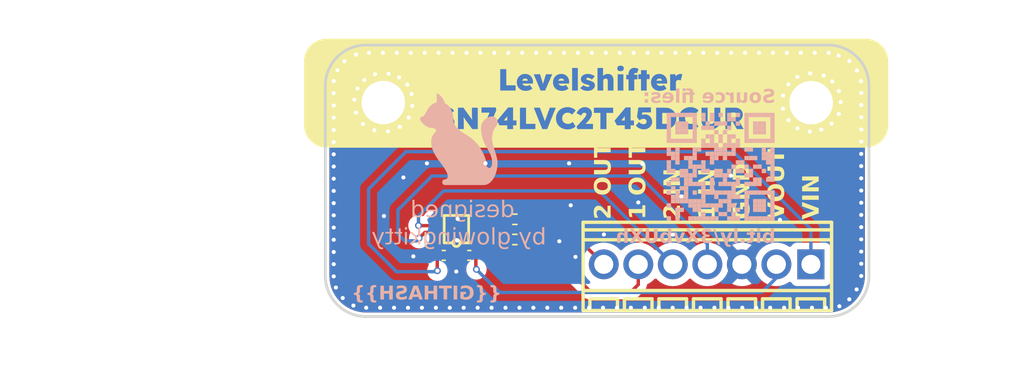
<source format=kicad_pcb>
(kicad_pcb (version 20240108) (generator "pcbnew") (generator_version "8.0")
  (layers (0 "F.Cu" signal) (31 "B.Cu" signal) (34 "B.Paste" user) (35 "F.Paste" user) (36 "B.SilkS" user "B.Silkscreen") (37 "F.SilkS" user "F.Silkscreen") (38 "B.Mask" user) (39 "F.Mask" user) (44 "Edge.Cuts" user))
  (net 0 "")
  (net 1 "b2")
  (net 2 "b1")
  (net 3 "vcc")
  (net 4 "vcc-1")
  (net 5 "gnd")
  (net 6 "a1")
  (net 7 "a2")
  (net 8 "data_in_1_resistor-vcc")
  (net 9 "data_in_2_resistor-vcc")
  (footprint "lib:C0402" (layer "F.Cu") (at 125.89 99.11)
    (property "Reference" "C1" (hide yes))
    (property "Value" "16V 100nF X7R ±10% 0402  Multilayer Ceramic Capacitors MLCC - SMD/SMT ROHS")
  )
  (footprint "lib:MountingHole_3.2mm_M3" (layer "F.Cu") (at 152.92 87.86)
    (property "Reference" "U4" (hide yes))
    (property "Value" "")
  )
  (footprint "lib:R0402" (layer "F.Cu") (at 131.12 97.94 180)
    (property "Reference" "R1" (hide yes))
    (property "Value" "62.5mW Thick Film Resistors ±100ppm/℃ ±1% 62Ω 0402  Chip Resistor - Surface Mount ROHS")
  )
  (footprint "lib:R0402" (layer "F.Cu") (at 131.12 96.45 180)
    (property "Reference" "R2" (hide yes))
    (property "Value" "62.5mW Thick Film Resistors ±100ppm/℃ ±1% 62Ω 0402  Chip Resistor - Surface Mount ROHS")
  )
  (footprint "lib:MountingHole_3.2mm_M3" (layer "F.Cu") (at 121.44 87.85)
    (property "Reference" "U3" (hide yes))
    (property "Value" "")
  )
  (footprint "lib:C0402" (layer "F.Cu") (at 127.77 99.11 180)
    (property "Reference" "C2" (hide yes))
    (property "Value" "16V 100nF X7R ±10% 0402  Multilayer Ceramic Capacitors MLCC - SMD/SMT ROHS")
  )
  (footprint "lib:VSSOP-8_L2.4-W2.1-P0.50-LS3.2-BR" (layer "F.Cu") (at 126.82 97.17)
    (property "Reference" "U1" (hide yes))
    (property "Value" "")
  )
  (footprint "lib:CONN-TH_XY308-2.54-7P" (layer "F.Cu") (at 145.28 99.77 180)
    (property "Reference" "U2" (hide yes))
    (property "Value" "")
  )
  (gr_poly (pts (xy 146.735814 91.781059) (xy 147.053483 91.781059) (xy 147.053483 91.46339) (xy 146.735814 91.46339)) (stroke (width -0.000001)) (fill solid) (layer "B.SilkS"))
  (gr_poly (pts (xy 148.641829 95.91076) (xy 148.959499 95.91076) (xy 148.959499 95.593091) (xy 148.641829 95.593091)) (stroke (width -0.000001)) (fill solid) (layer "B.SilkS"))
  (gr_poly (pts (xy 146.735814 90.510382) (xy 147.053483 90.510382) (xy 147.053483 90.192713) (xy 146.735814 90.192713)) (stroke (width -0.000001)) (fill solid) (layer "B.SilkS"))
  (gr_poly (pts (xy 147.371152 91.14572) (xy 147.688822 91.14572) (xy 147.688822 90.828051) (xy 147.371152 90.828051)) (stroke (width -0.000001)) (fill solid) (layer "B.SilkS"))
  (gr_poly (pts (xy 142.923782 96.546099) (xy 143.241451 96.546099) (xy 143.241451 96.228429) (xy 142.923782 96.228429)) (stroke (width -0.000001)) (fill solid) (layer "B.SilkS"))
  (gr_poly (pts (xy 142.606113 94.957752) (xy 142.923782 94.957752) (xy 142.923782 94.640083) (xy 142.606113 94.640083)) (stroke (width -0.000001)) (fill solid) (layer "B.SilkS"))
  (gr_poly (pts (xy 142.288443 89.557374) (xy 142.606113 89.557374) (xy 142.606113 89.239705) (xy 142.288443 89.239705)) (stroke (width -0.000001)) (fill solid) (layer "B.SilkS"))
  (gr_poly (pts (xy 149.912507 93.369406) (xy 150.230176 93.369406) (xy 150.230176 93.051736) (xy 149.912507 93.051736)) (stroke (width -0.000001)) (fill solid) (layer "B.SilkS"))
  (gr_poly (pts (xy 143.241451 90.192713) (xy 143.55912 90.192713) (xy 143.55912 89.875043) (xy 143.241451 89.875043)) (stroke (width -0.000001)) (fill solid) (layer "B.SilkS"))
  (gr_poly (pts (xy 144.194459 88.922035) (xy 144.512128 88.922035) (xy 144.512128 88.604366) (xy 144.194459 88.604366)) (stroke (width -0.000001)) (fill solid) (layer "B.SilkS"))
  (gr_poly (pts (xy 148.006491 95.91076) (xy 148.32416 95.91076) (xy 148.32416 95.593091) (xy 148.006491 95.593091)) (stroke (width -0.000001)) (fill solid) (layer "B.SilkS"))
  (gr_poly (pts (xy 145.465136 92.416398) (xy 145.782806 92.416398) (xy 145.782806 92.098728) (xy 145.465136 92.098728)) (stroke (width -0.000001)) (fill solid) (layer "B.SilkS"))
  (gr_poly (pts (xy 148.006491 89.557374) (xy 148.32416 89.557374) (xy 148.32416 89.239705) (xy 148.006491 89.239705)) (stroke (width -0.000001)) (fill solid) (layer "B.SilkS"))
  (gr_poly (pts (xy 143.87679 92.734067) (xy 144.194459 92.734067) (xy 144.194459 92.416398) (xy 143.87679 92.416398)) (stroke (width -0.000001)) (fill solid) (layer "B.SilkS"))
  (gr_poly (pts (xy 148.959499 94.640083) (xy 149.277168 94.640083) (xy 149.277168 94.322414) (xy 148.959499 94.322414)) (stroke (width -0.000001)) (fill solid) (layer "B.SilkS"))
  (gr_poly (pts (xy 142.288443 90.828051) (xy 142.606113 90.828051) (xy 142.606113 90.510382) (xy 142.288443 90.510382)) (stroke (width -0.000001)) (fill solid) (layer "B.SilkS"))
  (gr_poly (pts (xy 146.735814 93.051736) (xy 147.053483 93.051736) (xy 147.053483 92.734067) (xy 146.735814 92.734067)) (stroke (width -0.000001)) (fill solid) (layer "B.SilkS"))
  (gr_poly (pts (xy 145.147467 89.557374) (xy 145.465136 89.557374) (xy 145.465136 89.239705) (xy 145.147467 89.239705)) (stroke (width -0.000001)) (fill solid) (layer "B.SilkS"))
  (gr_poly (pts (xy 144.829797 94.004745) (xy 145.147467 94.004745) (xy 145.147467 93.687075) (xy 144.829797 93.687075)) (stroke (width -0.000001)) (fill solid) (layer "B.SilkS"))
  (gr_poly (pts (xy 149.277168 90.192713) (xy 149.594837 90.192713) (xy 149.594837 89.875043) (xy 149.277168 89.875043)) (stroke (width -0.000001)) (fill solid) (layer "B.SilkS"))
  (gr_poly (pts (xy 147.053483 89.239705) (xy 147.371152 89.239705) (xy 147.371152 88.922035) (xy 147.053483 88.922035)) (stroke (width -0.000001)) (fill solid) (layer "B.SilkS"))
  (gr_poly (pts (xy 149.594837 94.640083) (xy 149.912507 94.640083) (xy 149.912507 94.322414) (xy 149.594837 94.322414)) (stroke (width -0.000001)) (fill solid) (layer "B.SilkS"))
  (gr_poly (pts (xy 147.371152 96.546099) (xy 147.688822 96.546099) (xy 147.688822 96.228429) (xy 147.371152 96.228429)) (stroke (width -0.000001)) (fill solid) (layer "B.SilkS"))
  (gr_poly (pts (xy 148.959499 90.192713) (xy 149.277168 90.192713) (xy 149.277168 89.875043) (xy 148.959499 89.875043)) (stroke (width -0.000001)) (fill solid) (layer "B.SilkS"))
  (gr_poly (pts (xy 149.277168 89.557374) (xy 149.594837 89.557374) (xy 149.594837 89.239705) (xy 149.277168 89.239705)) (stroke (width -0.000001)) (fill solid) (layer "B.SilkS"))
  (gr_poly (pts (xy 145.147467 91.14572) (xy 145.465136 91.14572) (xy 145.465136 90.828051) (xy 145.147467 90.828051)) (stroke (width -0.000001)) (fill solid) (layer "B.SilkS"))
  (gr_poly (pts (xy 148.006491 95.593091) (xy 148.32416 95.593091) (xy 148.32416 95.275422) (xy 148.006491 95.275422)) (stroke (width -0.000001)) (fill solid) (layer "B.SilkS"))
  (gr_poly (pts (xy 144.194459 93.051736) (xy 144.512128 93.051736) (xy 144.512128 92.734067) (xy 144.194459 92.734067)) (stroke (width -0.000001)) (fill solid) (layer "B.SilkS"))
  (gr_poly (pts (xy 147.371152 90.828051) (xy 147.688822 90.828051) (xy 147.688822 90.510382) (xy 147.371152 90.510382)) (stroke (width -0.000001)) (fill solid) (layer "B.SilkS"))
  (gr_poly (pts (xy 148.32416 92.098728) (xy 148.641829 92.098728) (xy 148.641829 91.781059) (xy 148.32416 91.781059)) (stroke (width -0.000001)) (fill solid) (layer "B.SilkS"))
  (gr_poly (pts (xy 144.829797 94.322414) (xy 145.147467 94.322414) (xy 145.147467 94.004745) (xy 144.829797 94.004745)) (stroke (width -0.000001)) (fill solid) (layer "B.SilkS"))
  (gr_poly (pts (xy 145.465136 94.322414) (xy 145.782806 94.322414) (xy 145.782806 94.004745) (xy 145.465136 94.004745)) (stroke (width -0.000001)) (fill solid) (layer "B.SilkS"))
  (gr_poly (pts (xy 146.735814 89.239705) (xy 147.053483 89.239705) (xy 147.053483 88.922035) (xy 146.735814 88.922035)) (stroke (width -0.000001)) (fill solid) (layer "B.SilkS"))
  (gr_poly (pts (xy 147.053483 94.957752) (xy 147.371152 94.957752) (xy 147.371152 94.640083) (xy 147.053483 94.640083)) (stroke (width -0.000001)) (fill solid) (layer "B.SilkS"))
  (gr_poly (pts (xy 144.512128 91.46339) (xy 144.829797 91.46339) (xy 144.829797 91.14572) (xy 144.512128 91.14572)) (stroke (width -0.000001)) (fill solid) (layer "B.SilkS"))
  (gr_poly (pts (xy 145.465136 94.640083) (xy 145.782806 94.640083) (xy 145.782806 94.322414) (xy 145.465136 94.322414)) (stroke (width -0.000001)) (fill solid) (layer "B.SilkS"))
  (gr_poly (pts (xy 148.006491 92.098728) (xy 148.32416 92.098728) (xy 148.32416 91.781059) (xy 148.006491 91.781059)) (stroke (width -0.000001)) (fill solid) (layer "B.SilkS"))
  (gr_poly (pts (xy 145.147467 91.781059) (xy 145.465136 91.781059) (xy 145.465136 91.46339) (xy 145.147467 91.46339)) (stroke (width -0.000001)) (fill solid) (layer "B.SilkS"))
  (gr_poly (pts (xy 144.829797 96.546099) (xy 145.147467 96.546099) (xy 145.147467 96.228429) (xy 144.829797 96.228429)) (stroke (width -0.000001)) (fill solid) (layer "B.SilkS"))
  (gr_poly (pts (xy 146.100475 91.781059) (xy 146.418144 91.781059) (xy 146.418144 91.46339) (xy 146.100475 91.46339)) (stroke (width -0.000001)) (fill solid) (layer "B.SilkS"))
  (gr_poly (pts (xy 146.100475 94.004745) (xy 146.418144 94.004745) (xy 146.418144 93.687075) (xy 146.100475 93.687075)) (stroke (width -0.000001)) (fill solid) (layer "B.SilkS"))
  (gr_poly (pts (xy 148.641829 93.687075) (xy 148.959499 93.687075) (xy 148.959499 93.369406) (xy 148.641829 93.369406)) (stroke (width -0.000001)) (fill solid) (layer "B.SilkS"))
  (gr_poly (pts (xy 149.912507 91.781059) (xy 150.230176 91.781059) (xy 150.230176 91.46339) (xy 149.912507 91.46339)) (stroke (width -0.000001)) (fill solid) (layer "B.SilkS"))
  (gr_poly (pts (xy 148.641829 88.922035) (xy 148.959499 88.922035) (xy 148.959499 88.604366) (xy 148.641829 88.604366)) (stroke (width -0.000001)) (fill solid) (layer "B.SilkS"))
  (gr_poly (pts (xy 145.465136 94.004745) (xy 145.782806 94.004745) (xy 145.782806 93.687075) (xy 145.465136 93.687075)) (stroke (width -0.000001)) (fill solid) (layer "B.SilkS"))
  (gr_poly (pts (xy 147.053483 91.46339) (xy 147.371152 91.46339) (xy 147.371152 91.14572) (xy 147.053483 91.14572)) (stroke (width -0.000001)) (fill solid) (layer "B.SilkS"))
  (gr_poly (pts (xy 148.32416 94.004745) (xy 148.641829 94.004745) (xy 148.641829 93.687075) (xy 148.32416 93.687075)) (stroke (width -0.000001)) (fill solid) (layer "B.SilkS"))
  (gr_poly (pts (xy 149.594837 96.546099) (xy 149.912507 96.546099) (xy 149.912507 96.228429) (xy 149.594837 96.228429)) (stroke (width -0.000001)) (fill solid) (layer "B.SilkS"))
  (gr_poly (pts (xy 147.053483 90.510382) (xy 147.371152 90.510382) (xy 147.371152 90.192713) (xy 147.053483 90.192713)) (stroke (width -0.000001)) (fill solid) (layer "B.SilkS"))
  (gr_poly (pts (xy 148.641829 90.828051) (xy 148.959499 90.828051) (xy 148.959499 90.510382) (xy 148.641829 90.510382)) (stroke (width -0.000001)) (fill solid) (layer "B.SilkS"))
  (gr_poly (pts (xy 146.100475 95.275422) (xy 146.418144 95.275422) (xy 146.418144 94.957752) (xy 146.100475 94.957752)) (stroke (width -0.000001)) (fill solid) (layer "B.SilkS"))
  (gr_poly (pts (xy 145.782806 91.14572) (xy 146.100475 91.14572) (xy 146.100475 90.828051) (xy 145.782806 90.828051)) (stroke (width -0.000001)) (fill solid) (layer "B.SilkS"))
  (gr_poly (pts (xy 145.465136 90.510382) (xy 145.782806 90.510382) (xy 145.782806 90.192713) (xy 145.465136 90.192713)) (stroke (width -0.000001)) (fill solid) (layer "B.SilkS"))
  (gr_poly (pts (xy 148.641829 90.192713) (xy 148.959499 90.192713) (xy 148.959499 89.875043) (xy 148.641829 89.875043)) (stroke (width -0.000001)) (fill solid) (layer "B.SilkS"))
  (gr_poly (pts (xy 144.512128 95.275422) (xy 144.829797 95.275422) (xy 144.829797 94.957752) (xy 144.512128 94.957752)) (stroke (width -0.000001)) (fill solid) (layer "B.SilkS"))
  (gr_poly (pts (xy 148.32416 96.546099) (xy 148.641829 96.546099) (xy 148.641829 96.228429) (xy 148.32416 96.228429)) (stroke (width -0.000001)) (fill solid) (layer "B.SilkS"))
  (gr_poly (pts (xy 144.194459 89.239705) (xy 144.512128 89.239705) (xy 144.512128 88.922035) (xy 144.194459 88.922035)) (stroke (width -0.000001)) (fill solid) (layer "B.SilkS"))
  (gr_poly (pts (xy 146.100475 90.510382) (xy 146.418144 90.510382) (xy 146.418144 90.192713) (xy 146.100475 90.192713)) (stroke (width -0.000001)) (fill solid) (layer "B.SilkS"))
  (gr_poly (pts (xy 146.418144 91.46339) (xy 146.735814 91.46339) (xy 146.735814 91.14572) (xy 146.418144 91.14572)) (stroke (width -0.000001)) (fill solid) (layer "B.SilkS"))
  (gr_poly (pts (xy 149.594837 93.687075) (xy 149.912507 93.687075) (xy 149.912507 93.369406) (xy 149.594837 93.369406)) (stroke (width -0.000001)) (fill solid) (layer "B.SilkS"))
  (gr_poly (pts (xy 148.32416 90.828051) (xy 148.641829 90.828051) (xy 148.641829 90.510382) (xy 148.32416 90.510382)) (stroke (width -0.000001)) (fill solid) (layer "B.SilkS"))
  (gr_poly (pts (xy 146.735814 94.957752) (xy 147.053483 94.957752) (xy 147.053483 94.640083) (xy 146.735814 94.640083)) (stroke (width -0.000001)) (fill solid) (layer "B.SilkS"))
  (gr_poly (pts (xy 142.606113 92.098728) (xy 142.923782 92.098728) (xy 142.923782 91.781059) (xy 142.606113 91.781059)) (stroke (width -0.000001)) (fill solid) (layer "B.SilkS"))
  (gr_poly (pts (xy 145.465136 90.828051) (xy 145.782806 90.828051) (xy 145.782806 90.510382) (xy 145.465136 90.510382)) (stroke (width -0.000001)) (fill solid) (layer "B.SilkS"))
  (gr_poly (pts (xy 143.55912 95.275422) (xy 143.87679 95.275422) (xy 143.87679 94.957752) (xy 143.55912 94.957752)) (stroke (width -0.000001)) (fill solid) (layer "B.SilkS"))
  (gr_poly (pts (xy 144.512128 95.91076) (xy 144.829797 95.91076) (xy 144.829797 95.593091) (xy 144.512128 95.593091)) (stroke (width -0.000001)) (fill solid) (layer "B.SilkS"))
  (gr_poly (pts (xy 143.241451 94.322414) (xy 143.55912 94.322414) (xy 143.55912 94.004745) (xy 143.241451 94.004745)) (stroke (width -0.000001)) (fill solid) (layer "B.SilkS"))
  (gr_poly (pts (xy 142.288443 93.051736) (xy 142.606113 93.051736) (xy 142.606113 92.734067) (xy 142.288443 92.734067)) (stroke (width -0.000001)) (fill solid) (layer "B.SilkS"))
  (gr_poly (pts (xy 144.512128 94.004745) (xy 144.829797 94.004745) (xy 144.829797 93.687075) (xy 144.512128 93.687075)) (stroke (width -0.000001)) (fill solid) (layer "B.SilkS"))
  (gr_poly (pts (xy 144.829797 95.593091) (xy 145.147467 95.593091) (xy 145.147467 95.275422) (xy 144.829797 95.275422)) (stroke (width -0.000001)) (fill solid) (layer "B.SilkS"))
  (gr_poly (pts (xy 144.512128 96.546099) (xy 144.829797 96.546099) (xy 144.829797 96.228429) (xy 144.512128 96.228429)) (stroke (width -0.000001)) (fill solid) (layer "B.SilkS"))
  (gr_poly (pts (xy 148.959499 93.687075) (xy 149.277168 93.687075) (xy 149.277168 93.369406) (xy 148.959499 93.369406)) (stroke (width -0.000001)) (fill solid) (layer "B.SilkS"))
  (gr_poly (pts (xy 143.55912 94.004745) (xy 143.87679 94.004745) (xy 143.87679 93.687075) (xy 143.55912 93.687075)) (stroke (width -0.000001)) (fill solid) (layer "B.SilkS"))
  (gr_poly (pts (xy 143.55912 89.557374) (xy 143.87679 89.557374) (xy 143.87679 89.239705) (xy 143.55912 89.239705)) (stroke (width -0.000001)) (fill solid) (layer "B.SilkS"))
  (gr_poly (pts (xy 145.147467 89.875043) (xy 145.465136 89.875043) (xy 145.465136 89.557374) (xy 145.147467 89.557374)) (stroke (width -0.000001)) (fill solid) (layer "B.SilkS"))
  (gr_poly (pts (xy 145.782806 91.781059) (xy 146.100475 91.781059) (xy 146.100475 91.46339) (xy 145.782806 91.46339)) (stroke (width -0.000001)) (fill solid) (layer "B.SilkS"))
  (gr_poly (pts (xy 146.735814 94.004745) (xy 147.053483 94.004745) (xy 147.053483 93.687075) (xy 146.735814 93.687075)) (stroke (width -0.000001)) (fill solid) (layer "B.SilkS"))
  (gr_poly (pts (xy 145.782806 90.192713) (xy 146.100475 90.192713) (xy 146.100475 89.875043) (xy 145.782806 89.875043)) (stroke (width -0.000001)) (fill solid) (layer "B.SilkS"))
  (gr_poly (pts (xy 148.006491 96.546099) (xy 148.32416 96.546099) (xy 148.32416 96.228429) (xy 148.006491 96.228429)) (stroke (width -0.000001)) (fill solid) (layer "B.SilkS"))
  (gr_poly (pts (xy 148.641829 96.546099) (xy 148.959499 96.546099) (xy 148.959499 96.228429) (xy 148.641829 96.228429)) (stroke (width -0.000001)) (fill solid) (layer "B.SilkS"))
  (gr_poly (pts (xy 143.55912 93.051736) (xy 143.87679 93.051736) (xy 143.87679 92.734067) (xy 143.55912 92.734067)) (stroke (width -0.000001)) (fill solid) (layer "B.SilkS"))
  (gr_poly (pts (xy 142.923782 93.687075) (xy 143.241451 93.687075) (xy 143.241451 93.369406) (xy 142.923782 93.369406)) (stroke (width -0.000001)) (fill solid) (layer "B.SilkS"))
  (gr_poly (pts (xy 145.465136 88.922035) (xy 145.782806 88.922035) (xy 145.782806 88.604366) (xy 145.465136 88.604366)) (stroke (width -0.000001)) (fill solid) (layer "B.SilkS"))
  (gr_poly (pts (xy 144.829797 96.228429) (xy 145.147467 96.228429) (xy 145.147467 95.91076) (xy 144.829797 95.91076)) (stroke (width -0.000001)) (fill solid) (layer "B.SilkS"))
  (gr_poly (pts (xy 148.641829 89.875043) (xy 148.959499 89.875043) (xy 148.959499 89.557374) (xy 148.641829 89.557374)) (stroke (width -0.000001)) (fill solid) (layer "B.SilkS"))
  (gr_poly (pts (xy 142.288443 89.239705) (xy 142.606113 89.239705) (xy 142.606113 88.922035) (xy 142.288443 88.922035)) (stroke (width -0.000001)) (fill solid) (layer "B.SilkS"))
  (gr_poly (pts (xy 145.782806 95.593091) (xy 146.100475 95.593091) (xy 146.100475 95.275422) (xy 145.782806 95.275422)) (stroke (width -0.000001)) (fill solid) (layer "B.SilkS"))
  (gr_poly (pts (xy 145.782806 96.546099) (xy 146.100475 96.546099) (xy 146.100475 96.228429) (xy 145.782806 96.228429)) (stroke (width -0.000001)) (fill solid) (layer "B.SilkS"))
  (gr_poly (pts (xy 142.923782 95.91076) (xy 143.241451 95.91076) (xy 143.241451 95.593091) (xy 142.923782 95.593091)) (stroke (width -0.000001)) (fill solid) (layer "B.SilkS"))
  (gr_poly (pts (xy 143.87679 90.828051) (xy 144.194459 90.828051) (xy 144.194459 90.510382) (xy 143.87679 90.510382)) (stroke (width -0.000001)) (fill solid) (layer "B.SilkS"))
  (gr_poly (pts (xy 144.829797 94.957752) (xy 145.147467 94.957752) (xy 145.147467 94.640083) (xy 144.829797 94.640083)) (stroke (width -0.000001)) (fill solid) (layer "B.SilkS"))
  (gr_poly (pts (xy 146.418144 92.098728) (xy 146.735814 92.098728) (xy 146.735814 91.781059) (xy 146.418144 91.781059)) (stroke (width -0.000001)) (fill solid) (layer "B.SilkS"))
  (gr_poly (pts (xy 147.371152 88.922035) (xy 147.688822 88.922035) (xy 147.688822 88.604366) (xy 147.371152 88.604366)) (stroke (width -0.000001)) (fill solid) (layer "B.SilkS"))
  (gr_poly (pts (xy 142.288443 89.875043) (xy 142.606113 89.875043) (xy 142.606113 89.557374) (xy 142.288443 89.557374)) (stroke (width -0.000001)) (fill solid) (layer "B.SilkS"))
  (gr_poly (pts (xy 144.829797 89.875043) (xy 145.147467 89.875043) (xy 145.147467 89.557374) (xy 144.829797 89.557374)) (stroke (width -0.000001)) (fill solid) (layer "B.SilkS"))
  (gr_poly (pts (xy 144.829797 95.275422) (xy 145.147467 95.275422) (xy 145.147467 94.957752) (xy 144.829797 94.957752)) (stroke (width -0.000001)) (fill solid) (layer "B.SilkS"))
  (gr_poly (pts (xy 149.912507 90.828051) (xy 150.230176 90.828051) (xy 150.230176 90.510382) (xy 149.912507 90.510382)) (stroke (width -0.000001)) (fill solid) (layer "B.SilkS"))
  (gr_poly (pts (xy 144.512128 95.593091) (xy 144.829797 95.593091) (xy 144.829797 95.275422) (xy 144.512128 95.275422)) (stroke (width -0.000001)) (fill solid) (layer "B.SilkS"))
  (gr_poly (pts (xy 142.923782 90.828051) (xy 143.241451 90.828051) (xy 143.241451 90.510382) (xy 142.923782 90.510382)) (stroke (width -0.000001)) (fill solid) (layer "B.SilkS"))
  (gr_poly (pts (xy 143.55912 93.687075) (xy 143.87679 93.687075) (xy 143.87679 93.369406) (xy 143.55912 93.369406)) (stroke (width -0.000001)) (fill solid) (layer "B.SilkS"))
  (gr_poly (pts (xy 146.735814 90.828051) (xy 147.053483 90.828051) (xy 147.053483 90.510382) (xy 146.735814 90.510382)) (stroke (width -0.000001)) (fill solid) (layer "B.SilkS"))
  (gr_poly (pts (xy 146.100475 95.593091) (xy 146.418144 95.593091) (xy 146.418144 95.275422) (xy 146.100475 95.275422)) (stroke (width -0.000001)) (fill solid) (layer "B.SilkS"))
  (gr_poly (pts (xy 145.147467 95.593091) (xy 145.465136 95.593091) (xy 145.465136 95.275422) (xy 145.147467 95.275422)) (stroke (width -0.000001)) (fill solid) (layer "B.SilkS"))
  (gr_poly (pts (xy 149.277168 88.922035) (xy 149.594837 88.922035) (xy 149.594837 88.604366) (xy 149.277168 88.604366)) (stroke (width -0.000001)) (fill solid) (layer "B.SilkS"))
  (gr_poly (pts (xy 142.288443 90.510382) (xy 142.606113 90.510382) (xy 142.606113 90.192713) (xy 142.288443 90.192713)) (stroke (width -0.000001)) (fill solid) (layer "B.SilkS"))
  (gr_poly (pts (xy 147.371152 89.557374) (xy 147.688822 89.557374) (xy 147.688822 89.239705) (xy 147.371152 89.239705)) (stroke (width -0.000001)) (fill solid) (layer "B.SilkS"))
  (gr_poly (pts (xy 148.959499 96.546099) (xy 149.277168 96.546099) (xy 149.277168 96.228429) (xy 148.959499 96.228429)) (stroke (width -0.000001)) (fill solid) (layer "B.SilkS"))
  (gr_poly (pts (xy 142.923782 90.192713) (xy 143.241451 90.192713) (xy 143.241451 89.875043) (xy 142.923782 89.875043)) (stroke (width -0.000001)) (fill solid) (layer "B.SilkS"))
  (gr_poly (pts (xy 145.782806 95.91076) (xy 146.100475 95.91076) (xy 146.100475 95.593091) (xy 145.782806 95.593091)) (stroke (width -0.000001)) (fill solid) (layer "B.SilkS"))
  (gr_poly (pts (xy 144.194459 93.369406) (xy 144.512128 93.369406) (xy 144.512128 93.051736) (xy 144.194459 93.051736)) (stroke (width -0.000001)) (fill solid) (layer "B.SilkS"))
  (gr_poly (pts (xy 144.194459 89.557374) (xy 144.512128 89.557374) (xy 144.512128 89.239705) (xy 144.194459 89.239705)) (stroke (width -0.000001)) (fill solid) (layer "B.SilkS"))
  (gr_poly (pts (xy 146.735814 94.640083) (xy 147.053483 94.640083) (xy 147.053483 94.322414) (xy 146.735814 94.322414)) (stroke (width -0.000001)) (fill solid) (layer "B.SilkS"))
  (gr_poly (pts (xy 147.371152 93.687075) (xy 147.688822 93.687075) (xy 147.688822 93.369406) (xy 147.371152 93.369406)) (stroke (width -0.000001)) (fill solid) (layer "B.SilkS"))
  (gr_poly (pts (xy 142.288443 95.593091) (xy 142.606113 95.593091) (xy 142.606113 95.275422) (xy 142.288443 95.275422)) (stroke (width -0.000001)) (fill solid) (layer "B.SilkS"))
  (gr_poly (pts (xy 149.912507 90.510382) (xy 150.230176 90.510382) (xy 150.230176 90.192713) (xy 149.912507 90.192713)) (stroke (width -0.000001)) (fill solid) (layer "B.SilkS"))
  (gr_poly (pts (xy 149.594837 92.416398) (xy 149.912507 92.416398) (xy 149.912507 92.098728) (xy 149.594837 92.098728)) (stroke (width -0.000001)) (fill solid) (layer "B.SilkS"))
  (gr_poly (pts (xy 142.288443 88.922035) (xy 142.606113 88.922035) (xy 142.606113 88.604366) (xy 142.288443 88.604366)) (stroke (width -0.000001)) (fill solid) (layer "B.SilkS"))
  (gr_poly (pts (xy 143.55912 93.369406) (xy 143.87679 93.369406) (xy 143.87679 93.051736) (xy 143.55912 93.051736)) (stroke (width -0.000001)) (fill solid) (layer "B.SilkS"))
  (gr_poly (pts (xy 147.053483 92.734067) (xy 147.371152 92.734067) (xy 147.371152 92.416398) (xy 147.053483 92.416398)) (stroke (width -0.000001)) (fill solid) (layer "B.SilkS"))
  (gr_poly (pts (xy 142.923782 89.875043) (xy 143.241451 89.875043) (xy 143.241451 89.557374) (xy 142.923782 89.557374)) (stroke (width -0.000001)) (fill solid) (layer "B.SilkS"))
  (gr_poly (pts (xy 145.147467 94.640083) (xy 145.465136 94.640083) (xy 145.465136 94.322414) (xy 145.147467 94.322414)) (stroke (width -0.000001)) (fill solid) (layer "B.SilkS"))
  (gr_poly (pts (xy 149.277168 95.91076) (xy 149.594837 95.91076) (xy 149.594837 95.593091) (xy 149.277168 95.593091)) (stroke (width -0.000001)) (fill solid) (layer "B.SilkS"))
  (gr_poly (pts (xy 145.465136 91.781059) (xy 145.782806 91.781059) (xy 145.782806 91.46339) (xy 145.465136 91.46339)) (stroke (width -0.000001)) (fill solid) (layer "B.SilkS"))
  (gr_poly (pts (xy 148.006491 95.275422) (xy 148.32416 95.275422) (xy 148.32416 94.957752) (xy 148.006491 94.957752)) (stroke (width -0.000001)) (fill solid) (layer "B.SilkS"))
  (gr_poly (pts (xy 146.735814 93.369406) (xy 147.053483 93.369406) (xy 147.053483 93.051736) (xy 146.735814 93.051736)) (stroke (width -0.000001)) (fill solid) (layer "B.SilkS"))
  (gr_poly (pts (xy 149.277168 93.051736) (xy 149.594837 93.051736) (xy 149.594837 92.734067) (xy 149.277168 92.734067)) (stroke (width -0.000001)) (fill solid) (layer "B.SilkS"))
  (gr_poly (pts (xy 142.923782 88.922035) (xy 143.241451 88.922035) (xy 143.241451 88.604366) (xy 142.923782 88.604366)) (stroke (width -0.000001)) (fill solid) (layer "B.SilkS"))
  (gr_poly (pts (xy 144.194459 90.510382) (xy 144.512128 90.510382) (xy 144.512128 90.192713) (xy 144.194459 90.192713)) (stroke (width -0.000001)) (fill solid) (layer "B.SilkS"))
  (gr_poly (pts (xy 149.277168 92.098728) (xy 149.594837 92.098728) (xy 149.594837 91.781059) (xy 149.277168 91.781059)) (stroke (width -0.000001)) (fill solid) (layer "B.SilkS"))
  (gr_poly (pts (xy 146.735814 89.875043) (xy 147.053483 89.875043) (xy 147.053483 89.557374) (xy 146.735814 89.557374)) (stroke (width -0.000001)) (fill solid) (layer "B.SilkS"))
  (gr_poly (pts (xy 143.55912 92.098728) (xy 143.87679 92.098728) (xy 143.87679 91.781059) (xy 143.55912 91.781059)) (stroke (width -0.000001)) (fill solid) (layer "B.SilkS"))
  (gr_poly (pts (xy 149.912507 92.098728) (xy 150.230176 92.098728) (xy 150.230176 91.781059) (xy 149.912507 91.781059)) (stroke (width -0.000001)) (fill solid) (layer "B.SilkS"))
  (gr_poly (pts (xy 147.053483 94.322414) (xy 147.371152 94.322414) (xy 147.371152 94.004745) (xy 147.053483 94.004745)) (stroke (width -0.000001)) (fill solid) (layer "B.SilkS"))
  (gr_poly (pts (xy 145.782806 89.557374) (xy 146.100475 89.557374) (xy 146.100475 89.239705) (xy 145.782806 89.239705)) (stroke (width -0.000001)) (fill solid) (layer "B.SilkS"))
  (gr_poly (pts (xy 142.923782 94.957752) (xy 143.241451 94.957752) (xy 143.241451 94.640083) (xy 142.923782 94.640083)) (stroke (width -0.000001)) (fill solid) (layer "B.SilkS"))
  (gr_poly (pts (xy 144.194459 92.098728) (xy 144.512128 92.098728) (xy 144.512128 91.781059) (xy 144.194459 91.781059)) (stroke (width -0.000001)) (fill solid) (layer "B.SilkS"))
  (gr_poly (pts (xy 146.418144 96.228429) (xy 146.735814 96.228429) (xy 146.735814 95.91076) (xy 146.418144 95.91076)) (stroke (width -0.000001)) (fill solid) (layer "B.SilkS"))
  (gr_poly (pts (xy 146.100475 96.228429) (xy 146.418144 96.228429) (xy 146.418144 95.91076) (xy 146.100475 95.91076)) (stroke (width -0.000001)) (fill solid) (layer "B.SilkS"))
  (gr_poly (pts (xy 149.277168 95.275422) (xy 149.594837 95.275422) (xy 149.594837 94.957752) (xy 149.277168 94.957752)) (stroke (width -0.000001)) (fill solid) (layer "B.SilkS"))
  (gr_poly (pts (xy 149.912507 96.546099) (xy 150.230176 96.546099) (xy 150.230176 96.228429) (xy 149.912507 96.228429)) (stroke (width -0.000001)) (fill solid) (layer "B.SilkS"))
  (gr_poly (pts (xy 148.641829 95.275422) (xy 148.959499 95.275422) (xy 148.959499 94.957752) (xy 148.641829 94.957752)) (stroke (width -0.000001)) (fill solid) (layer "B.SilkS"))
  (gr_poly (pts (xy 146.418144 94.004745) (xy 146.735814 94.004745) (xy 146.735814 93.687075) (xy 146.418144 93.687075)) (stroke (width -0.000001)) (fill solid) (layer "B.SilkS"))
  (gr_poly (pts (xy 147.053483 96.546099) (xy 147.371152 96.546099) (xy 147.371152 96.228429) (xy 147.053483 96.228429)) (stroke (width -0.000001)) (fill solid) (layer "B.SilkS"))
  (gr_poly (pts (xy 145.147467 96.546099) (xy 145.465136 96.546099) (xy 145.465136 96.228429) (xy 145.147467 96.228429)) (stroke (width -0.000001)) (fill solid) (layer "B.SilkS"))
  (gr_poly (pts (xy 148.006491 89.875043) (xy 148.32416 89.875043) (xy 148.32416 89.557374) (xy 148.006491 89.557374)) (stroke (width -0.000001)) (fill solid) (layer "B.SilkS"))
  (gr_poly (pts (xy 142.923782 91.781059) (xy 143.241451 91.781059) (xy 143.241451 91.46339) (xy 142.923782 91.46339)) (stroke (width -0.000001)) (fill solid) (layer "B.SilkS"))
  (gr_poly (pts (xy 142.288443 92.734067) (xy 142.606113 92.734067) (xy 142.606113 92.416398) (xy 142.288443 92.416398)) (stroke (width -0.000001)) (fill solid) (layer "B.SilkS"))
  (gr_poly (pts (xy 146.418144 93.369406) (xy 146.735814 93.369406) (xy 146.735814 93.051736) (xy 146.418144 93.051736)) (stroke (width -0.000001)) (fill solid) (layer "B.SilkS"))
  (gr_poly (pts (xy 148.006491 92.734067) (xy 148.32416 92.734067) (xy 148.32416 92.416398) (xy 148.006491 92.416398)) (stroke (width -0.000001)) (fill solid) (layer "B.SilkS"))
  (gr_poly (pts (xy 144.194459 94.004745) (xy 144.512128 94.004745) (xy 144.512128 93.687075) (xy 144.194459 93.687075)) (stroke (width -0.000001)) (fill solid) (layer "B.SilkS"))
  (gr_poly (pts (xy 146.735814 88.922035) (xy 147.053483 88.922035) (xy 147.053483 88.604366) (xy 146.735814 88.604366)) (stroke (width -0.000001)) (fill solid) (layer "B.SilkS"))
  (gr_poly (pts (xy 147.688822 93.051736) (xy 148.006491 93.051736) (xy 148.006491 92.734067) (xy 147.688822 92.734067)) (stroke (width -0.000001)) (fill solid) (layer "B.SilkS"))
  (gr_poly (pts (xy 143.87679 93.369406) (xy 144.194459 93.369406) (xy 144.194459 93.051736) (xy 143.87679 93.051736)) (stroke (width -0.000001)) (fill solid) (layer "B.SilkS"))
  (gr_poly (pts (xy 149.277168 94.640083) (xy 149.594837 94.640083) (xy 149.594837 94.322414) (xy 149.277168 94.322414)) (stroke (width -0.000001)) (fill solid) (layer "B.SilkS"))
  (gr_poly (pts (xy 146.100475 88.922035) (xy 146.418144 88.922035) (xy 146.418144 88.604366) (xy 146.100475 88.604366)) (stroke (width -0.000001)) (fill solid) (layer "B.SilkS"))
  (gr_poly (pts (xy 142.923782 94.640083) (xy 143.241451 94.640083) (xy 143.241451 94.322414) (xy 142.923782 94.322414)) (stroke (width -0.000001)) (fill solid) (layer "B.SilkS"))
  (gr_poly (pts (xy 143.55912 94.640083) (xy 143.87679 94.640083) (xy 143.87679 94.322414) (xy 143.55912 94.322414)) (stroke (width -0.000001)) (fill solid) (layer "B.SilkS"))
  (gr_poly (pts (xy 144.829797 90.828051) (xy 145.147467 90.828051) (xy 145.147467 90.510382) (xy 144.829797 90.510382)) (stroke (width -0.000001)) (fill solid) (layer "B.SilkS"))
  (gr_poly (pts (xy 149.912507 89.239705) (xy 150.230176 89.239705) (xy 150.230176 88.922035) (xy 149.912507 88.922035)) (stroke (width -0.000001)) (fill solid) (layer "B.SilkS"))
  (gr_poly (pts (xy 144.512128 92.734067) (xy 144.829797 92.734067) (xy 144.829797 92.416398) (xy 144.512128 92.416398)) (stroke (width -0.000001)) (fill solid) (layer "B.SilkS"))
  (gr_poly (pts (xy 146.735814 96.546099) (xy 147.053483 96.546099) (xy 147.053483 96.228429) (xy 146.735814 96.228429)) (stroke (width -0.000001)) (fill solid) (layer "B.SilkS"))
  (gr_poly (pts (xy 148.641829 94.004745) (xy 148.959499 94.004745) (xy 148.959499 93.687075) (xy 148.641829 93.687075)) (stroke (width -0.000001)) (fill solid) (layer "B.SilkS"))
  (gr_poly (pts (xy 149.912507 91.46339) (xy 150.230176 91.46339) (xy 150.230176 91.14572) (xy 149.912507 91.14572)) (stroke (width -0.000001)) (fill solid) (layer "B.SilkS"))
  (gr_poly (pts (xy 148.959499 88.922035) (xy 149.277168 88.922035) (xy 149.277168 88.604366) (xy 148.959499 88.604366)) (stroke (width -0.000001)) (fill solid) (layer "B.SilkS"))
  (gr_poly (pts (xy 143.241451 93.051736) (xy 143.55912 93.051736) (xy 143.55912 92.734067) (xy 143.241451 92.734067)) (stroke (width -0.000001)) (fill solid) (layer "B.SilkS"))
  (gr_poly (pts (xy 144.194459 95.275422) (xy 144.512128 95.275422) (xy 144.512128 94.957752) (xy 144.194459 94.957752)) (stroke (width -0.000001)) (fill solid) (layer "B.SilkS"))
  (gr_poly (pts (xy 142.288443 96.546099) (xy 142.606113 96.546099) (xy 142.606113 96.228429) (xy 142.288443 96.228429)) (stroke (width -0.000001)) (fill solid) (layer "B.SilkS"))
  (gr_poly (pts (xy 144.194459 92.734067) (xy 144.512128 92.734067) (xy 144.512128 92.416398) (xy 144.194459 92.416398)) (stroke (width -0.000001)) (fill solid) (layer "B.SilkS"))
  (gr_poly (pts (xy 148.959499 90.828051) (xy 149.277168 90.828051) (xy 149.277168 90.510382) (xy 148.959499 90.510382)) (stroke (width -0.000001)) (fill solid) (layer "B.SilkS"))
  (gr_poly (pts (xy 145.465136 95.593091) (xy 145.782806 95.593091) (xy 145.782806 95.275422) (xy 145.465136 95.275422)) (stroke (width -0.000001)) (fill solid) (layer "B.SilkS"))
  (gr_poly (pts (xy 146.418144 90.192713) (xy 146.735814 90.192713) (xy 146.735814 89.875043) (xy 146.418144 89.875043)) (stroke (width -0.000001)) (fill solid) (layer "B.SilkS"))
  (gr_poly (pts (xy 142.288443 94.640083) (xy 142.606113 94.640083) (xy 142.606113 94.322414) (xy 142.288443 94.322414)) (stroke (width -0.000001)) (fill solid) (layer "B.SilkS"))
  (gr_poly (pts (xy 142.606113 91.781059) (xy 142.923782 91.781059) (xy 142.923782 91.46339) (xy 142.606113 91.46339)) (stroke (width -0.000001)) (fill solid) (layer "B.SilkS"))
  (gr_poly (pts (xy 146.418144 95.275422) (xy 146.735814 95.275422) (xy 146.735814 94.957752) (xy 146.418144 94.957752)) (stroke (width -0.000001)) (fill solid) (layer "B.SilkS"))
  (gr_poly (pts (xy 148.959499 95.91076) (xy 149.277168 95.91076) (xy 149.277168 95.593091) (xy 148.959499 95.593091)) (stroke (width -0.000001)) (fill solid) (layer "B.SilkS"))
  (gr_poly (pts (xy 143.87679 94.004745) (xy 144.194459 94.004745) (xy 144.194459 93.687075) (xy 143.87679 93.687075)) (stroke (width -0.000001)) (fill solid) (layer "B.SilkS"))
  (gr_poly (pts (xy 145.782806 92.098728) (xy 146.100475 92.098728) (xy 146.100475 91.781059) (xy 145.782806 91.781059)) (stroke (width -0.000001)) (fill solid) (layer "B.SilkS"))
  (gr_poly (pts (xy 143.87679 92.098728) (xy 144.194459 92.098728) (xy 144.194459 91.781059) (xy 143.87679 91.781059)) (stroke (width -0.000001)) (fill solid) (layer "B.SilkS"))
  (gr_poly (pts (xy 142.606113 90.828051) (xy 142.923782 90.828051) (xy 142.923782 90.510382) (xy 142.606113 90.510382)) (stroke (width -0.000001)) (fill solid) (layer "B.SilkS"))
  (gr_poly (pts (xy 149.912507 88.922035) (xy 150.230176 88.922035) (xy 150.230176 88.604366) (xy 149.912507 88.604366)) (stroke (width -0.000001)) (fill solid) (layer "B.SilkS"))
  (gr_poly (pts (xy 143.55912 89.875043) (xy 143.87679 89.875043) (xy 143.87679 89.557374) (xy 143.55912 89.557374)) (stroke (width -0.000001)) (fill solid) (layer "B.SilkS"))
  (gr_poly (pts (xy 148.959499 95.275422) (xy 149.277168 95.275422) (xy 149.277168 94.957752) (xy 148.959499 94.957752)) (stroke (width -0.000001)) (fill solid) (layer "B.SilkS"))
  (gr_poly (pts (xy 146.100475 90.828051) (xy 146.418144 90.828051) (xy 146.418144 90.510382) (xy 146.100475 90.510382)) (stroke (width -0.000001)) (fill solid) (layer "B.SilkS"))
  (gr_poly (pts (xy 145.782806 93.051736) (xy 146.100475 93.051736) (xy 146.100475 92.734067) (xy 145.782806 92.734067)) (stroke (width -0.000001)) (fill solid) (layer "B.SilkS"))
  (gr_poly (pts (xy 149.912507 93.051736) (xy 150.230176 93.051736) (xy 150.230176 92.734067) (xy 149.912507 92.734067)) (stroke (width -0.000001)) (fill solid) (layer "B.SilkS"))
  (gr_poly (pts (xy 147.053483 94.640083) (xy 147.371152 94.640083) (xy 147.371152 94.322414) (xy 147.053483 94.322414)) (stroke (width -0.000001)) (fill solid) (layer "B.SilkS"))
  (gr_poly (pts (xy 145.465136 89.239705) (xy 145.782806 89.239705) (xy 145.782806 88.922035) (xy 145.465136 88.922035)) (stroke (width -0.000001)) (fill solid) (layer "B.SilkS"))
  (gr_poly (pts (xy 147.053483 91.14572) (xy 147.371152 91.14572) (xy 147.371152 90.828051) (xy 147.053483 90.828051)) (stroke (width -0.000001)) (fill solid) (layer "B.SilkS"))
  (gr_poly (pts (xy 149.912507 92.416398) (xy 150.230176 92.416398) (xy 150.230176 92.098728) (xy 149.912507 92.098728)) (stroke (width -0.000001)) (fill solid) (layer "B.SilkS"))
  (gr_poly (pts (xy 145.782806 93.369406) (xy 146.100475 93.369406) (xy 146.100475 93.051736) (xy 145.782806 93.051736)) (stroke (width -0.000001)) (fill solid) (layer "B.SilkS"))
  (gr_poly (pts (xy 149.912507 94.957752) (xy 150.230176 94.957752) (xy 150.230176 94.640083) (xy 149.912507 94.640083)) (stroke (width -0.000001)) (fill solid) (layer "B.SilkS"))
  (gr_poly (pts (xy 148.641829 94.640083) (xy 148.959499 94.640083) (xy 148.959499 94.322414) (xy 148.641829 94.322414)) (stroke (width -0.000001)) (fill solid) (layer "B.SilkS"))
  (gr_poly (pts (xy 143.87679 92.416398) (xy 144.194459 92.416398) (xy 144.194459 92.098728) (xy 143.87679 92.098728)) (stroke (width -0.000001)) (fill solid) (layer "B.SilkS"))
  (gr_poly (pts (xy 148.006491 96.228429) (xy 148.32416 96.228429) (xy 148.32416 95.91076) (xy 148.006491 95.91076)) (stroke (width -0.000001)) (fill solid) (layer "B.SilkS"))
  (gr_poly (pts (xy 142.606113 95.275422) (xy 142.923782 95.275422) (xy 142.923782 94.957752) (xy 142.606113 94.957752)) (stroke (width -0.000001)) (fill solid) (layer "B.SilkS"))
  (gr_poly (pts (xy 147.053483 96.228429) (xy 147.371152 96.228429) (xy 147.371152 95.91076) (xy 147.053483 95.91076)) (stroke (width -0.000001)) (fill solid) (layer "B.SilkS"))
  (gr_poly (pts (xy 144.194459 95.91076) (xy 144.512128 95.91076) (xy 144.512128 95.593091) (xy 144.194459 95.593091)) (stroke (width -0.000001)) (fill solid) (layer "B.SilkS"))
  (gr_poly (pts (xy 147.053483 94.004745) (xy 147.371152 94.004745) (xy 147.371152 93.687075) (xy 147.053483 93.687075)) (stroke (width -0.000001)) (fill solid) (layer "B.SilkS"))
  (gr_poly (pts (xy 149.277168 91.46339) (xy 149.594837 91.46339) (xy 149.594837 91.14572) (xy 149.277168 91.14572)) (stroke (width -0.000001)) (fill solid) (layer "B.SilkS"))
  (gr_poly (pts (xy 149.912507 90.192713) (xy 150.230176 90.192713) (xy 150.230176 89.875043) (xy 149.912507 89.875043)) (stroke (width -0.000001)) (fill solid) (layer "B.SilkS"))
  (gr_poly (pts (xy 147.371152 95.91076) (xy 147.688822 95.91076) (xy 147.688822 95.593091) (xy 147.371152 95.593091)) (stroke (width -0.000001)) (fill solid) (layer "B.SilkS"))
  (gr_poly (pts (xy 149.594837 92.098728) (xy 149.912507 92.098728) (xy 149.912507 91.781059) (xy 149.594837 91.781059)) (stroke (width -0.000001)) (fill solid) (layer "B.SilkS"))
  (gr_poly (pts (xy 144.194459 91.781059) (xy 144.512128 91.781059) (xy 144.512128 91.46339) (xy 144.194459 91.46339)) (stroke (width -0.000001)) (fill solid) (layer "B.SilkS"))
  (gr_poly (pts (xy 145.147467 90.510382) (xy 145.465136 90.510382) (xy 145.465136 90.192713) (xy 145.147467 90.192713)) (stroke (width -0.000001)) (fill solid) (layer "B.SilkS"))
  (gr_poly (pts (xy 146.418144 94.640083) (xy 146.735814 94.640083) (xy 146.735814 94.322414) (xy 146.418144 94.322414)) (stroke (width -0.000001)) (fill solid) (layer "B.SilkS"))
  (gr_poly (pts (xy 144.829797 94.640083) (xy 145.147467 94.640083) (xy 145.147467 94.322414) (xy 144.829797 94.322414)) (stroke (width -0.000001)) (fill solid) (layer "B.SilkS"))
  (gr_poly (pts (xy 146.735814 91.14572) (xy 147.053483 91.14572) (xy 147.053483 90.828051) (xy 146.735814 90.828051)) (stroke (width -0.000001)) (fill solid) (layer "B.SilkS"))
  (gr_poly (pts (xy 148.006491 90.510382) (xy 148.32416 90.510382) (xy 148.32416 90.192713) (xy 148.006491 90.192713)) (stroke (width -0.000001)) (fill solid) (layer "B.SilkS"))
  (gr_poly (pts (xy 148.959499 89.557374) (xy 149.277168 89.557374) (xy 149.277168 89.239705) (xy 148.959499 89.239705)) (stroke (width -0.000001)) (fill solid) (layer "B.SilkS"))
  (gr_poly (pts (xy 143.55912 94.957752) (xy 143.87679 94.957752) (xy 143.87679 94.640083) (xy 143.55912 94.640083)) (stroke (width -0.000001)) (fill solid) (layer "B.SilkS"))
  (gr_poly (pts (xy 146.418144 89.557374) (xy 146.735814 89.557374) (xy 146.735814 89.239705) (xy 146.418144 89.239705)) (stroke (width -0.000001)) (fill solid) (layer "B.SilkS"))
  (gr_poly (pts (xy 146.735814 95.593091) (xy 147.053483 95.593091) (xy 147.053483 95.275422) (xy 146.735814 95.275422)) (stroke (width -0.000001)) (fill solid) (layer "B.SilkS"))
  (gr_poly (pts (xy 143.55912 88.922035) (xy 143.87679 88.922035) (xy 143.87679 88.604366) (xy 143.55912 88.604366)) (stroke (width -0.000001)) (fill solid) (layer "B.SilkS"))
  (gr_poly (pts (xy 142.606113 93.687075) (xy 142.923782 93.687075) (xy 142.923782 93.369406) (xy 142.606113 93.369406)) (stroke (width -0.000001)) (fill solid) (layer "B.SilkS"))
  (gr_poly (pts (xy 142.288443 94.004745) (xy 142.606113 94.004745) (xy 142.606113 93.687075) (xy 142.288443 93.687075)) (stroke (width -0.000001)) (fill solid) (layer "B.SilkS"))
  (gr_poly (pts (xy 144.194459 91.46339) (xy 144.512128 91.46339) (xy 144.512128 91.14572) (xy 144.194459 91.14572)) (stroke (width -0.000001)) (fill solid) (layer "B.SilkS"))
  (gr_poly (pts (xy 147.371152 94.004745) (xy 147.688822 94.004745) (xy 147.688822 93.687075) (xy 147.371152 93.687075)) (stroke (width -0.000001)) (fill solid) (layer "B.SilkS"))
  (gr_poly (pts (xy 146.100475 89.557374) (xy 146.418144 89.557374) (xy 146.418144 89.239705) (xy 146.100475 89.239705)) (stroke (width -0.000001)) (fill solid) (layer "B.SilkS"))
  (gr_poly (pts (xy 148.641829 89.557374) (xy 148.959499 89.557374) (xy 148.959499 89.239705) (xy 148.641829 89.239705)) (stroke (width -0.000001)) (fill solid) (layer "B.SilkS"))
  (gr_poly (pts (xy 145.465136 91.14572) (xy 145.782806 91.14572) (xy 145.782806 90.828051) (xy 145.465136 90.828051)) (stroke (width -0.000001)) (fill solid) (layer "B.SilkS"))
  (gr_poly (pts (xy 148.006491 94.004745) (xy 148.32416 94.004745) (xy 148.32416 93.687075) (xy 148.006491 93.687075)) (stroke (width -0.000001)) (fill solid) (layer "B.SilkS"))
  (gr_poly (pts (xy 145.465136 96.546099) (xy 145.782806 96.546099) (xy 145.782806 96.228429) (xy 145.465136 96.228429)) (stroke (width -0.000001)) (fill solid) (layer "B.SilkS"))
  (gr_poly (pts (xy 148.32416 93.051736) (xy 148.641829 93.051736) (xy 148.641829 92.734067) (xy 148.32416 92.734067)) (stroke (width -0.000001)) (fill solid) (layer "B.SilkS"))
  (gr_poly (pts (xy 147.053483 91.781059) (xy 147.371152 91.781059) (xy 147.371152 91.46339) (xy 147.053483 91.46339)) (stroke (width -0.000001)) (fill solid) (layer "B.SilkS"))
  (gr_poly (pts (xy 149.277168 95.593091) (xy 149.594837 95.593091) (xy 149.594837 95.275422) (xy 149.277168 95.275422)) (stroke (width -0.000001)) (fill solid) (layer "B.SilkS"))
  (gr_poly (pts (xy 149.912507 96.228429) (xy 150.230176 96.228429) (xy 150.230176 95.91076) (xy 149.912507 95.91076)) (stroke (width -0.000001)) (fill solid) (layer "B.SilkS"))
  (gr_poly (pts (xy 143.55912 94.322414) (xy 143.87679 94.322414) (xy 143.87679 94.004745) (xy 143.55912 94.004745)) (stroke (width -0.000001)) (fill solid) (layer "B.SilkS"))
  (gr_poly (pts (xy 144.829797 93.051736) (xy 145.147467 93.051736) (xy 145.147467 92.734067) (xy 144.829797 92.734067)) (stroke (width -0.000001)) (fill solid) (layer "B.SilkS"))
  (gr_poly (pts (xy 148.006491 90.192713) (xy 148.32416 90.192713) (xy 148.32416 89.875043) (xy 148.006491 89.875043)) (stroke (width -0.000001)) (fill solid) (layer "B.SilkS"))
  (gr_poly (pts (xy 143.87679 88.922035) (xy 144.194459 88.922035) (xy 144.194459 88.604366) (xy 143.87679 88.604366)) (stroke (width -0.000001)) (fill solid) (layer "B.SilkS"))
  (gr_poly (pts (xy 145.465136 92.098728) (xy 145.782806 92.098728) (xy 145.782806 91.781059) (xy 145.465136 91.781059)) (stroke (width -0.000001)) (fill solid) (layer "B.SilkS"))
  (gr_poly (pts (xy 143.55912 90.192713) (xy 143.87679 90.192713) (xy 143.87679 89.875043) (xy 143.55912 89.875043)) (stroke (width -0.000001)) (fill solid) (layer "B.SilkS"))
  (gr_poly (pts (xy 149.594837 91.781059) (xy 149.912507 91.781059) (xy 149.912507 91.46339) (xy 149.594837 91.46339)) (stroke (width -0.000001)) (fill solid) (layer "B.SilkS"))
  (gr_poly (pts (xy 146.735814 95.275422) (xy 147.053483 95.275422) (xy 147.053483 94.957752) (xy 146.735814 94.957752)) (stroke (width -0.000001)) (fill solid) (layer "B.SilkS"))
  (gr_poly (pts (xy 144.194459 90.192713) (xy 144.512128 90.192713) (xy 144.512128 89.875043) (xy 144.194459 89.875043)) (stroke (width -0.000001)) (fill solid) (layer "B.SilkS"))
  (gr_poly (pts (xy 147.053483 95.593091) (xy 147.371152 95.593091) (xy 147.371152 95.275422) (xy 147.053483 95.275422)) (stroke (width -0.000001)) (fill solid) (layer "B.SilkS"))
  (gr_poly (pts (xy 144.829797 89.239705) (xy 145.147467 89.239705) (xy 145.147467 88.922035) (xy 144.829797 88.922035)) (stroke (width -0.000001)) (fill solid) (layer "B.SilkS"))
  (gr_poly (pts (xy 148.641829 95.593091) (xy 148.959499 95.593091) (xy 148.959499 95.275422) (xy 148.641829 95.275422)) (stroke (width -0.000001)) (fill solid) (layer "B.SilkS"))
  (gr_poly (pts (xy 143.55912 90.828051) (xy 143.87679 90.828051) (xy 143.87679 90.510382) (xy 143.55912 90.510382)) (stroke (width -0.000001)) (fill solid) (layer "B.SilkS"))
  (gr_poly (pts (xy 148.959499 95.593091) (xy 149.277168 95.593091) (xy 149.277168 95.275422) (xy 148.959499 95.275422)) (stroke (width -0.000001)) (fill solid) (layer "B.SilkS"))
  (gr_poly (pts (xy 148.32416 93.369406) (xy 148.641829 93.369406) (xy 148.641829 93.051736) (xy 148.32416 93.051736)) (stroke (width -0.000001)) (fill solid) (layer "B.SilkS"))
  (gr_poly (pts (xy 148.959499 89.875043) (xy 149.277168 89.875043) (xy 149.277168 89.557374) (xy 148.959499 89.557374)) (stroke (width -0.000001)) (fill solid) (layer "B.SilkS"))
  (gr_poly (pts (xy 149.912507 93.687075) (xy 150.230176 93.687075) (xy 150.230176 93.369406) (xy 149.912507 93.369406)) (stroke (width -0.000001)) (fill solid) (layer "B.SilkS"))
  (gr_poly (pts (xy 146.418144 93.687075) (xy 146.735814 93.687075) (xy 146.735814 93.369406) (xy 146.418144 93.369406)) (stroke (width -0.000001)) (fill solid) (layer "B.SilkS"))
  (gr_poly (pts (xy 145.782806 94.957752) (xy 146.100475 94.957752) (xy 146.100475 94.640083) (xy 145.782806 94.640083)) (stroke (width -0.000001)) (fill solid) (layer "B.SilkS"))
  (gr_poly (pts (xy 148.641829 92.098728) (xy 148.959499 92.098728) (xy 148.959499 91.781059) (xy 148.641829 91.781059)) (stroke (width -0.000001)) (fill solid) (layer "B.SilkS"))
  (gr_poly (pts (xy 142.923782 95.275422) (xy 143.241451 95.275422) (xy 143.241451 94.957752) (xy 142.923782 94.957752)) (stroke (width -0.000001)) (fill solid) (layer "B.SilkS"))
  (gr_poly (pts (xy 149.277168 91.781059) (xy 149.594837 91.781059) (xy 149.594837 91.46339) (xy 149.277168 91.46339)) (stroke (width -0.000001)) (fill solid) (layer "B.SilkS"))
  (gr_poly (pts (xy 146.735814 95.91076) (xy 147.053483 95.91076) (xy 147.053483 95.593091) (xy 146.735814 95.593091)) (stroke (width -0.000001)) (fill solid) (layer "B.SilkS"))
  (gr_poly (pts (xy 145.465136 89.875043) (xy 145.782806 89.875043) (xy 145.782806 89.557374) (xy 145.465136 89.557374)) (stroke (width -0.000001)) (fill solid) (layer "B.SilkS"))
  (gr_poly (pts (xy 148.006491 94.640083) (xy 148.32416 94.640083) (xy 148.32416 94.322414) (xy 148.006491 94.322414)) (stroke (width -0.000001)) (fill solid) (layer "B.SilkS"))
  (gr_poly (pts (xy 143.87679 95.275422) (xy 144.194459 95.275422) (xy 144.194459 94.957752) (xy 143.87679 94.957752)) (stroke (width -0.000001)) (fill solid) (layer "B.SilkS"))
  (gr_poly (pts (xy 146.100475 93.051736) (xy 146.418144 93.051736) (xy 146.418144 92.734067) (xy 146.100475 92.734067)) (stroke (width -0.000001)) (fill solid) (layer "B.SilkS"))
  (gr_poly (pts (xy 146.100475 94.640083) (xy 146.418144 94.640083) (xy 146.418144 94.322414) (xy 146.100475 94.322414)) (stroke (width -0.000001)) (fill solid) (layer "B.SilkS"))
  (gr_poly (pts (xy 144.194459 96.546099) (xy 144.512128 96.546099) (xy 144.512128 96.228429) (xy 144.194459 96.228429)) (stroke (width -0.000001)) (fill solid) (layer "B.SilkS"))
  (gr_poly (pts (xy 149.912507 95.91076) (xy 150.230176 95.91076) (xy 150.230176 95.593091) (xy 149.912507 95.593091)) (stroke (width -0.000001)) (fill solid) (layer "B.SilkS"))
  (gr_poly (pts (xy 147.688822 92.416398) (xy 148.006491 92.416398) (xy 148.006491 92.098728) (xy 147.688822 92.098728)) (stroke (width -0.000001)) (fill solid) (layer "B.SilkS"))
  (gr_poly (pts (xy 145.782806 94.640083) (xy 146.100475 94.640083) (xy 146.100475 94.322414) (xy 145.782806 94.322414)) (stroke (width -0.000001)) (fill solid) (layer "B.SilkS"))
  (gr_poly (pts (xy 147.371152 93.051736) (xy 147.688822 93.051736) (xy 147.688822 92.734067) (xy 147.371152 92.734067)) (stroke (width -0.000001)) (fill solid) (layer "B.SilkS"))
  (gr_poly (pts (xy 148.006491 88.922035) (xy 148.32416 88.922035) (xy 148.32416 88.604366) (xy 148.006491 88.604366)) (stroke (width -0.000001)) (fill solid) (layer "B.SilkS"))
  (gr_poly (pts (xy 149.277168 96.546099) (xy 149.594837 96.546099) (xy 149.594837 96.228429) (xy 149.277168 96.228429)) (stroke (width -0.000001)) (fill solid) (layer "B.SilkS"))
  (gr_poly (pts (xy 146.100475 93.369406) (xy 146.418144 93.369406) (xy 146.418144 93.051736) (xy 146.100475 93.051736)) (stroke (width -0.000001)) (fill solid) (layer "B.SilkS"))
  (gr_poly (pts (xy 145.147467 93.051736) (xy 145.465136 93.051736) (xy 145.465136 92.734067) (xy 145.147467 92.734067)) (stroke (width -0.000001)) (fill solid) (layer "B.SilkS"))
  (gr_poly (pts (xy 148.641829 92.734067) (xy 148.959499 92.734067) (xy 148.959499 92.416398) (xy 148.641829 92.416398)) (stroke (width -0.000001)) (fill solid) (layer "B.SilkS"))
  (gr_poly (pts (xy 143.241451 90.828051) (xy 143.55912 90.828051) (xy 143.55912 90.510382) (xy 143.241451 90.510382)) (stroke (width -0.000001)) (fill solid) (layer "B.SilkS"))
  (gr_poly (pts (xy 142.606113 94.322414) (xy 142.923782 94.322414) (xy 142.923782 94.004745) (xy 142.606113 94.004745)) (stroke (width -0.000001)) (fill solid) (layer "B.SilkS"))
  (gr_poly (pts (xy 144.829797 91.14572) (xy 145.147467 91.14572) (xy 145.147467 90.828051) (xy 144.829797 90.828051)) (stroke (width -0.000001)) (fill solid) (layer "B.SilkS"))
  (gr_poly (pts (xy 142.606113 88.922035) (xy 142.923782 88.922035) (xy 142.923782 88.604366) (xy 142.606113 88.604366)) (stroke (width -0.000001)) (fill solid) (layer "B.SilkS"))
  (gr_poly (pts (xy 142.923782 89.557374) (xy 143.241451 89.557374) (xy 143.241451 89.239705) (xy 142.923782 89.239705)) (stroke (width -0.000001)) (fill solid) (layer "B.SilkS"))
  (gr_poly (pts (xy 143.241451 94.957752) (xy 143.55912 94.957752) (xy 143.55912 94.640083) (xy 143.241451 94.640083)) (stroke (width -0.000001)) (fill solid) (layer "B.SilkS"))
  (gr_poly (pts (xy 145.782806 91.46339) (xy 146.100475 91.46339) (xy 146.100475 91.14572) (xy 145.782806 91.14572)) (stroke (width -0.000001)) (fill solid) (layer "B.SilkS"))
  (gr_poly (pts (xy 144.194459 90.828051) (xy 144.512128 90.828051) (xy 144.512128 90.510382) (xy 144.194459 90.510382)) (stroke (width -0.000001)) (fill solid) (layer "B.SilkS"))
  (gr_poly (pts (xy 143.241451 95.275422) (xy 143.55912 95.275422) (xy 143.55912 94.957752) (xy 143.241451 94.957752)) (stroke (width -0.000001)) (fill solid) (layer "B.SilkS"))
  (gr_poly (pts (xy 149.912507 95.593091) (xy 150.230176 95.593091) (xy 150.230176 95.275422) (xy 149.912507 95.275422)) (stroke (width -0.000001)) (fill solid) (layer "B.SilkS"))
  (gr_poly (pts (xy 148.006491 90.828051) (xy 148.32416 90.828051) (xy 148.32416 90.510382) (xy 148.006491 90.510382)) (stroke (width -0.000001)) (fill solid) (layer "B.SilkS"))
  (gr_poly (pts (xy 143.241451 93.369406) (xy 143.55912 93.369406) (xy 143.55912 93.051736) (xy 143.241451 93.051736)) (stroke (width -0.000001)) (fill solid) (layer "B.SilkS"))
  (gr_poly (pts (xy 149.912507 94.640083) (xy 150.230176 94.640083) (xy 150.230176 94.322414) (xy 149.912507 94.322414)) (stroke (width -0.000001)) (fill solid) (layer "B.SilkS"))
  (gr_poly (pts (xy 148.959499 94.004745) (xy 149.277168 94.004745) (xy 149.277168 93.687075) (xy 148.959499 93.687075)) (stroke (width -0.000001)) (fill solid) (layer "B.SilkS"))
  (gr_poly (pts (xy 148.006491 89.239705) (xy 148.32416 89.239705) (xy 148.32416 88.922035) (xy 148.006491 88.922035)) (stroke (width -0.000001)) (fill solid) (layer "B.SilkS"))
  (gr_poly (pts (xy 146.100475 91.46339) (xy 146.418144 91.46339) (xy 146.418144 91.14572) (xy 146.100475 91.14572)) (stroke (width -0.000001)) (fill solid) (layer "B.SilkS"))
  (gr_poly (pts (xy 142.923782 92.416398) (xy 143.241451 92.416398) (xy 143.241451 92.098728) (xy 142.923782 92.098728)) (stroke (width -0.000001)) (fill solid) (layer "B.SilkS"))
  (gr_poly (pts (xy 149.912507 89.875043) (xy 150.230176 89.875043) (xy 150.230176 89.557374) (xy 149.912507 89.557374)) (stroke (width -0.000001)) (fill solid) (layer "B.SilkS"))
  (gr_poly (pts (xy 148.006491 94.957752) (xy 148.32416 94.957752) (xy 148.32416 94.640083) (xy 148.006491 94.640083)) (stroke (width -0.000001)) (fill solid) (layer "B.SilkS"))
  (gr_poly (pts (xy 142.288443 92.416398) (xy 142.606113 92.416398) (xy 142.606113 92.098728) (xy 142.288443 92.098728)) (stroke (width -0.000001)) (fill solid) (layer "B.SilkS"))
  (gr_poly (pts (xy 144.194459 95.593091) (xy 144.512128 95.593091) (xy 144.512128 95.275422) (xy 144.194459 95.275422)) (stroke (width -0.000001)) (fill solid) (layer "B.SilkS"))
  (gr_poly (pts (xy 145.465136 93.687075) (xy 145.782806 93.687075) (xy 145.782806 93.369406) (xy 145.465136 93.369406)) (stroke (width -0.000001)) (fill solid) (layer "B.SilkS"))
  (gr_poly (pts (xy 143.241451 95.91076) (xy 143.55912 95.91076) (xy 143.55912 95.593091) (xy 143.241451 95.593091)) (stroke (width -0.000001)) (fill solid) (layer "B.SilkS"))
  (gr_poly (pts (xy 146.418144 91.14572) (xy 146.735814 91.14572) (xy 146.735814 90.828051) (xy 146.418144 90.828051)) (stroke (width -0.000001)) (fill solid) (layer "B.SilkS"))
  (gr_poly (pts (xy 144.194459 89.875043) (xy 144.512128 89.875043) (xy 144.512128 89.557374) (xy 144.194459 89.557374)) (stroke (width -0.000001)) (fill solid) (layer "B.SilkS"))
  (gr_poly (pts (xy 149.277168 90.828051) (xy 149.594837 90.828051) (xy 149.594837 90.510382) (xy 149.277168 90.510382)) (stroke (width -0.000001)) (fill solid) (layer "B.SilkS"))
  (gr_poly (pts (xy 142.923782 96.228429) (xy 143.241451 96.228429) (xy 143.241451 95.91076) (xy 142.923782 95.91076)) (stroke (width -0.000001)) (fill solid) (layer "B.SilkS"))
  (gr_poly (pts (xy 142.606113 93.051736) (xy 142.923782 93.051736) (xy 142.923782 92.734067) (xy 142.606113 92.734067)) (stroke (width -0.000001)) (fill solid) (layer "B.SilkS"))
  (gr_poly (pts (xy 147.371152 94.957752) (xy 147.688822 94.957752) (xy 147.688822 94.640083) (xy 147.371152 94.640083)) (stroke (width -0.000001)) (fill solid) (layer "B.SilkS"))
  (gr_poly (pts (xy 142.288443 90.192713) (xy 142.606113 90.192713) (xy 142.606113 89.875043) (xy 142.288443 89.875043)) (stroke (width -0.000001)) (fill solid) (layer "B.SilkS"))
  (gr_poly (pts (xy 142.923782 91.46339) (xy 143.241451 91.46339) (xy 143.241451 91.14572) (xy 142.923782 91.14572)) (stroke (width -0.000001)) (fill solid) (layer "B.SilkS"))
  (gr_poly (pts (xy 143.241451 89.557374) (xy 143.55912 89.557374) (xy 143.55912 89.239705) (xy 143.241451 89.239705)) (stroke (width -0.000001)) (fill solid) (layer "B.SilkS"))
  (gr_poly (pts (xy 148.959499 92.734067) (xy 149.277168 92.734067) (xy 149.277168 92.416398) (xy 148.959499 92.416398)) (stroke (width -0.000001)) (fill solid) (layer "B.SilkS"))
  (gr_poly (pts (xy 144.829797 92.734067) (xy 145.147467 92.734067) (xy 145.147467 92.416398) (xy 144.829797 92.416398)) (stroke (width -0.000001)) (fill solid) (layer "B.SilkS"))
  (gr_poly (pts (xy 149.594837 90.828051) (xy 149.912507 90.828051) (xy 149.912507 90.510382) (xy 149.594837 90.510382)) (stroke (width -0.000001)) (fill solid) (layer "B.SilkS"))
  (gr_poly (pts (xy 143.87679 93.687075) (xy 144.194459 93.687075) (xy 144.194459 93.369406) (xy 143.87679 93.369406)) (stroke (width -0.000001)) (fill solid) (layer "B.SilkS"))
  (gr_poly (pts (xy 149.594837 88.922035) (xy 149.912507 88.922035) (xy 149.912507 88.604366) (xy 149.594837 88.604366)) (stroke (width -0.000001)) (fill solid) (layer "B.SilkS"))
  (gr_poly (pts (xy 144.829797 92.416398) (xy 145.147467 92.416398) (xy 145.147467 92.098728) (xy 144.829797 92.098728)) (stroke (width -0.000001)) (fill solid) (layer "B.SilkS"))
  (gr_poly (pts (xy 142.923782 92.098728) (xy 143.241451 92.098728) (xy 143.241451 91.781059) (xy 142.923782 91.781059)) (stroke (width -0.000001)) (fill solid) (layer "B.SilkS"))
  (gr_poly (pts (xy 142.288443 91.46339) (xy 142.606113 91.46339) (xy 142.606113 91.14572) (xy 142.288443 91.14572)) (stroke (width -0.000001)) (fill solid) (layer "B.SilkS"))
  (gr_poly (pts (xy 146.418144 91.781059) (xy 146.735814 91.781059) (xy 146.735814 91.46339) (xy 146.418144 91.46339)) (stroke (width -0.000001)) (fill solid) (layer "B.SilkS"))
  (gr_poly (pts (xy 148.006491 91.46339) (xy 148.32416 91.46339) (xy 148.32416 91.14572) (xy 148.006491 91.14572)) (stroke (width -0.000001)) (fill solid) (layer "B.SilkS"))
  (gr_poly (pts (xy 142.288443 91.781059) (xy 142.606113 91.781059) (xy 142.606113 91.46339) (xy 142.288443 91.46339)) (stroke (width -0.000001)) (fill solid) (layer "B.SilkS"))
  (gr_poly (pts (xy 143.87679 95.593091) (xy 144.194459 95.593091) (xy 144.194459 95.275422) (xy 143.87679 95.275422)) (stroke (width -0.000001)) (fill solid) (layer "B.SilkS"))
  (gr_poly (pts (xy 149.912507 92.734067) (xy 150.230176 92.734067) (xy 150.230176 92.416398) (xy 149.912507 92.416398)) (stroke (width -0.000001)) (fill solid) (layer "B.SilkS"))
  (gr_poly (pts (xy 144.194459 94.640083) (xy 144.512128 94.640083) (xy 144.512128 94.322414) (xy 144.194459 94.322414)) (stroke (width -0.000001)) (fill solid) (layer "B.SilkS"))
  (gr_poly (pts (xy 143.241451 89.875043) (xy 143.55912 89.875043) (xy 143.55912 89.557374) (xy 143.241451 89.557374)) (stroke (width -0.000001)) (fill solid) (layer "B.SilkS"))
  (gr_poly (pts (xy 144.829797 88.922035) (xy 145.147467 88.922035) (xy 145.147467 88.604366) (xy 144.829797 88.604366)) (stroke (width -0.000001)) (fill solid) (layer "B.SilkS"))
  (gr_poly (pts (xy 149.912507 89.557374) (xy 150.230176 89.557374) (xy 150.230176 89.239705) (xy 149.912507 89.239705)) (stroke (width -0.000001)) (fill solid) (layer "B.SilkS"))
  (gr_poly (pts (xy 148.006491 93.369406) (xy 148.32416 93.369406) (xy 148.32416 93.051736) (xy 148.006491 93.051736)) (stroke (width -0.000001)) (fill solid) (layer "B.SilkS"))
  (gr_poly (pts (xy 143.87679 96.546099) (xy 144.194459 96.546099) (xy 144.194459 96.228429) (xy 143.87679 96.228429)) (stroke (width -0.000001)) (fill solid) (layer "B.SilkS"))
  (gr_poly (pts (xy 149.277168 89.875043) (xy 149.594837 89.875043) (xy 149.594837 89.557374) (xy 149.277168 89.557374)) (stroke (width -0.000001)) (fill solid) (layer "B.SilkS"))
  (gr_poly (pts (xy 148.32416 94.640083) (xy 148.641829 94.640083) (xy 148.641829 94.322414) (xy 148.32416 94.322414)) (stroke (width -0.000001)) (fill solid) (layer "B.SilkS"))
  (gr_poly (pts (xy 125.368181 87.83787) (xy 125.34366 87.843926) (xy 125.319438 87.850574) (xy 125.295514 87.857814) (xy 125.271888 87.865644) (xy 125.24856 87.874067) (xy 125.225531 87.883081) (xy 125.2028 87.892686) (xy 125.180368 87.902883) (xy 125.158234 87.913671) (xy 125.136399 87.925051) (xy 125.114862 87.937022) (xy 125.093623 87.949585) (xy 125.072683 87.962739) (xy 125.052042 87.976485) (xy 125.031699 87.990823) (xy 125.011655 88.005752) (xy 124.992009 88.021053) (xy 124.97286 88.036509) (xy 124.954209 88.052119) (xy 124.936055 88.067884) (xy 124.918398 88.083803) (xy 124.901239 88.099876) (xy 124.884577 88.116103) (xy 124.868412 88.132485) (xy 124.852745 88.149021) (xy 124.837575 88.165711) (xy 124.822902 88.182556) (xy 124.808726 88.199555) (xy 124.795047 88.216708) (xy 124.781865 88.234016) (xy 124.769181 88.251478) (xy 124.756993 88.269094) (xy 124.73347 88.30443) (xy 124.710641 88.339662) (xy 124.688508 88.374792) (xy 124.66707 88.409818) (xy 124.646329 88.444742) (xy 124.626284 88.479563) (xy 124.606937 88.514281) (xy 124.588287 88.548896) (xy 124.552668 88.615144) (xy 124.519042 88.675631) (xy 124.502977 88.703713) (xy 124.48741 88.730355) (xy 124.472341 88.755555) (xy 124.457771 88.779313) (xy 124.450632 88.790475) (xy 124.443543 88.800918) (xy 124.436503 88.810639) (xy 124.429514 88.819641) (xy 124.422574 88.827923) (xy 124.415685 88.835484) (xy 124.408845 88.842326) (xy 124.402055 88.848447) (xy 124.395316 88.853848) (xy 124.391964 88.856278) (xy 124.388626 88.858529) (xy 124.3853 88.860599) (xy 124.381986 88.86249) (xy 124.378685 88.8642) (xy 124.375396 88.86573) (xy 124.372119 88.867081) (xy 124.368856 88.868251) (xy 124.365604 88.869241) (xy 124.362365 88.870051) (xy 124.359139 88.870681) (xy 124.355925 88.871131) (xy 124.352724 88.871401) (xy 124.349535 88.871491) (xy 124.339277 88.871736) (xy 124.329193 88.872469) (xy 124.319283 88.873691) (xy 124.309548 88.875401) (xy 124.299986 88.877601) (xy 124.290598 88.880288) (xy 124.281385 88.883465) (xy 124.272345 88.88713) (xy 124.26348 88.891284) (xy 124.254788 88.895926) (xy 124.246271 88.901056) (xy 124.237928 88.906675) (xy 124.229758 88.912783) (xy 124.221763 88.919379) (xy 124.213942 88.926463) (xy 124.206295 88.934036) (xy 124.198971 88.941943) (xy 124.19212 88.95003) (xy 124.185741 88.958298) (xy 124.179834 88.966745) (xy 124.174399 88.975373) (xy 124.169437 88.984181) (xy 124.164948 88.993168) (xy 124.160931 89.002336) (xy 124.157386 89.011685) (xy 124.154314 89.021213) (xy 124.151714 89.030921) (xy 124.149587 89.04081) (xy 124.147933 89.050879) (xy 124.146751 89.061128) (xy 124.146042 89.071557) (xy 124.145806 89.082166) (xy 124.146253 89.090718) (xy 124.147596 89.099912) (xy 124.149834 89.109749) (xy 124.152967 89.12023) (xy 124.156995 89.131353) (xy 124.161918 89.143119) (xy 124.167737 89.155528) (xy 124.174451 89.168579) (xy 124.18206 89.182274) (xy 124.190564 89.196612) (xy 124.199964 89.211592) (xy 124.210259 89.227215) (xy 124.22145 89.243481) (xy 124.233536 89.26039) (xy 124.260394 89.296137) (xy 124.275054 89.314602) (xy 124.290387 89.332964) (xy 124.30639 89.351223) (xy 124.323065 89.369379) (xy 124.340412 89.387432) (xy 124.35843 89.405382) (xy 124.37712 89.42323) (xy 124.396481 89.440975) (xy 124.416514 89.458616) (xy 124.437218 89.476155) (xy 124.458594 89.493591) (xy 124.480641 89.510924) (xy 124.50336 89.528154) (xy 124.52675 89.545282) (xy 124.575545 89.579228) (xy 124.600552 89.595571) (xy 124.625434 89.61086) (xy 124.650192 89.625094) (xy 124.674825 89.638274) (xy 124.699334 89.650399) (xy 124.723718 89.66147) (xy 124.747978 89.671487) (xy 124.772113 89.680449) (xy 124.796124 89.688357) (xy 124.820011 89.69521) (xy 124.843774 89.701009) (xy 124.867412 89.705754) (xy 124.890926 89.709445) (xy 124.914316 89.71208) (xy 124.937582 89.713662) (xy 124.960723 89.714189) (xy 124.998027 89.715115) (xy 125.016007 89.716273) (xy 125.03354 89.717893) (xy 125.050625 89.719976) (xy 125.067263 89.722522) (xy 125.083453 89.725531) (xy 125.099195 89.729003) (xy 125.11449 89.732938) (xy 125.129337 89.737336) (xy 125.143736 89.742197) (xy 125.157688 89.747521) (xy 125.171192 89.753307) (xy 125.184248 89.759557) (xy 125.196857 89.766269) (xy 125.209018 89.773444) (xy 125.220731 89.781083) (xy 125.231997 89.789184) (xy 125.242815 89.797748) (xy 125.253186 89.806774) (xy 125.263108 89.816264) (xy 125.272584 89.826217) (xy 125.281611 89.836632) (xy 125.290191 89.847511) (xy 125.298323 89.858852) (xy 125.306008 89.870656) (xy 125.313245 89.882923) (xy 125.320034 89.895653) (xy 125.326376 89.908845) (xy 125.33227 89.922501) (xy 125.337716 89.936619) (xy 125.342715 89.9512) (xy 125.296458 89.992194) (xy 125.253185 90.034524) (xy 125.212897 90.078192) (xy 125.175593 90.123197) (xy 125.141274 90.16954) (xy 125.109939 90.21722) (xy 125.081588 90.266237) (xy 125.056221 90.316591) (xy 125.033839 90.368282) (xy 125.014441 90.421311) (xy 124.998027 90.475677) (xy 124.984598 90.53138) (xy 124.974152 90.588419) (xy 124.966692 90.646796) (xy 124.962215 90.70651) (xy 124.960723 90.767562) (xy 124.96122 90.803848) (xy 124.962713 90.840289) (xy 124.9652 90.876885) (xy 124.968682 90.913635) (xy 124.973159 90.95054) (xy 124.97863 90.987598) (xy 124.985097 91.024812) (xy 124.992558 91.062179) (xy 125.001014 91.099701) (xy 125.010464 91.137378) (xy 125.020909 91.175208) (xy 125.032349 91.213193) (xy 125.044783 91.251332) (xy 125.058212 91.289625) (xy 125.072636 91.328072) (xy 125.088054 91.366673) (xy 125.12068 91.443207) (xy 125.154899 91.518095) (xy 125.190709 91.591337) (xy 125.228112 91.662933) (xy 125.267108 91.732882) (xy 125.307695 91.801186) (xy 125.349875 91.867844) (xy 125.393647 91.932855) (xy 125.48278 92.060204) (xy 125.57191 92.185498) (xy 125.66104 92.308736) (xy 125.750173 92.429918) (xy 125.793945 92.489788) (xy 125.836125 92.549246) (xy 125.876712 92.608291) (xy 125.915708 92.666924) (xy 125.953111 92.725146) (xy 125.988922 92.782956) (xy 126.02314 92.840356) (xy 126.055767 92.897346) (xy 126.071185 92.92552) (xy 126.085608 92.953257) (xy 126.099037 92.980556) (xy 126.111472 93.007419) (xy 126.122911 93.033844) (xy 126.133356 93.059832) (xy 126.142807 93.085382) (xy 126.151263 93.110495) (xy 126.158724 93.135171) (xy 126.16519 93.15941) (xy 126.170662 93.183211) (xy 126.175139 93.206575) (xy 126.178621 93.229501) (xy 126.181108 93.25199) (xy 126.1826 93.274041) (xy 126.183098 93.295655) (xy 126.182874 93.307049) (xy 126.182203 93.318185) (xy 126.181084 93.329064) (xy 126.179517 93.339685) (xy 126.177503 93.35005) (xy 126.175041 93.360157) (xy 126.172132 93.370006) (xy 126.168774 93.379599) (xy 126.164969 93.388934) (xy 126.160716 93.398012) (xy 126.156016 93.406833) (xy 126.150867 93.415397) (xy 126.145271 93.423704) (xy 126.139226 93.431753) (xy 126.132734 93.439546) (xy 126.125794 93.447082) (xy 126.118509 93.454257) (xy 126.110975 93.46097) (xy 126.103191 93.467219) (xy 126.095159 93.473005) (xy 126.086878 93.478328) (xy 126.078347 93.483188) (xy 126.069568 93.487586) (xy 126.060541 93.49152) (xy 126.051264 93.494991) (xy 126.041739 93.497999) (xy 126.031965 93.500545) (xy 126.021943 93.502627) (xy 126.011672 93.504247) (xy 126.001152 93.505404) (xy 125.990385 93.506098) (xy 125.979368 93.506329) (xy 125.96911 93.506574) (xy 125.959026 93.507307) (xy 125.949117 93.508529) (xy 125.939381 93.510239) (xy 125.929819 93.512439) (xy 125.920431 93.515126) (xy 125.911218 93.518303) (xy 125.902178 93.521968) (xy 125.893313 93.526122) (xy 125.884621 93.530764) (xy 125.876104 93.535894) (xy 125.867761 93.541513) (xy 125.859592 93.547621) (xy 125.851596 93.554217) (xy 125.843775 93.561301) (xy 125.836128 93.568874) (xy 125.828804 93.576781) (xy 125.821953 93.584869) (xy 125.815574 93.593136) (xy 125.809667 93.601584) (xy 125.804233 93.610211) (xy 125.799271 93.619019) (xy 125.794781 93.628007) (xy 125.790764 93.637175) (xy 125.787219 93.646523) (xy 125.784147 93.656051) (xy 125.781548 93.66576) (xy 125.779421 93.675648) (xy 125.777766 93.685717) (xy 125.776585 93.695966) (xy 125.775876 93.706395) (xy 125.775639 93.717005) (xy 125.775876 93.727614) (xy 125.776585 93.738043) (xy 125.777766 93.748291) (xy 125.779421 93.75836) (xy 125.781548 93.768249) (xy 125.784147 93.777957) (xy 125.787219 93.787485) (xy 125.790764 93.796834) (xy 125.794781 93.806002) (xy 125.799271 93.81499) (xy 125.804233 93.823797) (xy 125.809667 93.832425) (xy 125.815574 93.840872) (xy 125.821953 93.84914) (xy 125.828804 93.857227) (xy 125.836128 93.865134) (xy 125.843775 93.872707) (xy 125.851596 93.879791) (xy 125.859592 93.886387) (xy 125.867761 93.892495) (xy 125.876104 93.898114) (xy 125.884621 93.903244) (xy 125.893313 93.907887) (xy 125.902178 93.91204) (xy 125.911218 93.915705) (xy 125.920431 93.918882) (xy 125.929819 93.92157) (xy 125.939381 93.923769) (xy 125.949117 93.925479) (xy 125.959026 93.926701) (xy 125.96911 93.927435) (xy 125.979368 93.927679) (xy 128.831577 93.927679) (xy 128.867973 93.926715) (xy 128.903946 93.923822) (xy 128.939497 93.919) (xy 128.974625 93.91225) (xy 129.00933 93.90357) (xy 129.043612 93.892963) (xy 129.077472 93.880426) (xy 129.110909 93.86596) (xy 129.143923 93.849566) (xy 129.176514 93.831243) (xy 129.208682 93.810991) (xy 129.240428 93.78881) (xy 129.27175 93.7647) (xy 129.30265 93.738661) (xy 129.333128 93.710693) (xy 129.363182 93.680796) (xy 129.392578 93.649407) (xy 129.421078 93.616964) (xy 129.448683 93.583467) (xy 129.475393 93.548915) (xy 129.501207 93.513309) (xy 129.526126 93.476649) (xy 129.55015 93.438934) (xy 129.573278 93.400166) (xy 129.595511 93.360343) (xy 129.616849 93.319466) (xy 129.637292 93.277535) (xy 129.656839 93.23455) (xy 129.675491 93.19051) (xy 129.693248 93.145417) (xy 129.710109 93.09927) (xy 129.726075 93.052069) (xy 129.755172 92.955886) (xy 129.780389 92.858263) (xy 129.801727 92.759201) (xy 129.819185 92.658698) (xy 129.832764 92.556755) (xy 129.842463 92.453372) (xy 129.848283 92.348548) (xy 129.850222 92.242283) (xy 129.849427 92.214304) (xy 129.847039 92.183032) (xy 129.837489 92.110614) (xy 129.821573 92.025027) (xy 129.79929 91.926273) (xy 129.77064 91.814352) (xy 129.735624 91.689263) (xy 129.694242 91.551007) (xy 129.646493 91.399585) (xy 129.598744 91.248163) (xy 129.557362 91.109907) (xy 129.522346 90.984818) (xy 129.493697 90.872897) (xy 129.471414 90.774142) (xy 129.46266 90.729703) (xy 129.455497 90.688556) (xy 129.449927 90.650701) (xy 129.445947 90.616138) (xy 129.44356 90.584866) (xy 129.442764 90.556887) (xy 129.44356 90.495733) (xy 129.445947 90.435711) (xy 129.449927 90.376819) (xy 129.455497 90.319059) (xy 129.46266 90.262431) (xy 129.471414 90.206933) (xy 129.481759 90.152567) (xy 129.493697 90.099332) (xy 129.507226 90.047229) (xy 129.522346 89.996258) (xy 129.539058 89.946417) (xy 129.557362 89.897709) (xy 129.577257 89.850131) (xy 129.598744 89.803686) (xy 129.621823 89.758372) (xy 129.646493 89.714189) (xy 129.648931 89.710023) (xy 129.653059 89.704108) (xy 129.658878 89.696445) (xy 129.666389 89.687033) (xy 129.675591 89.675873) (xy 129.686483 89.662964) (xy 129.713342 89.631901) (xy 129.728115 89.61441) (xy 129.742191 89.596508) (xy 129.75557 89.578196) (xy 129.768254 89.559473) (xy 129.78024 89.54034) (xy 129.791531 89.520796) (xy 129.802125 89.500841) (xy 129.812023 89.480475) (xy 129.816649 89.470099) (xy 129.820976 89.459542) (xy 129.825005 89.448806) (xy 129.828735 89.43789) (xy 129.832167 89.426793) (xy 129.835301 89.415516) (xy 129.838136 89.404059) (xy 129.840673 89.392422) (xy 129.842911 89.380605) (xy 129.844851 89.368608) (xy 129.846492 89.35643) (xy 129.847835 89.344072) (xy 129.848879 89.331535) (xy 129.849626 89.318817) (xy 129.850073 89.305919) (xy 129.850222 89.29284) (xy 129.849762 89.270841) (xy 129.848382 89.249278) (xy 129.846082 89.228151) (xy 129.842861 89.207462) (xy 129.83872 89.18721) (xy 129.833659 89.167394) (xy 129.827678 89.148016) (xy 129.820777 89.129074) (xy 129.812956 89.11057) (xy 129.804214 89.092503) (xy 129.794552 89.074873) (xy 129.78397 89.057681) (xy 129.772468 89.040926) (xy 129.760046 89.024608) (xy 129.746704 89.008727) (xy 129.732441 88.993284) (xy 129.717507 88.978536) (xy 129.70215 88.964739) (xy 129.686371 88.951894) (xy 129.670168 88.94) (xy 129.653543 88.929058) (xy 129.636495 88.919067) (xy 129.619025 88.910027) (xy 129.601131 88.90194) (xy 129.582815 88.894803) (xy 129.564076 88.888619) (xy 129.544914 88.883385) (xy 129.52533 88.879103) (xy 129.505323 88.875773) (xy 129.484893 88.873394) (xy 129.46404 88.871967) (xy 129.442764 88.871491) (xy 129.404764 88.87252) (xy 129.367162 88.875606) (xy 129.329957 88.88075) (xy 129.293151 88.887952) (xy 129.256742 88.89721) (xy 129.220731 88.908526) (xy 129.185119 88.9219) (xy 129.149904 88.937331) (xy 129.115087 88.954819) (xy 129.080668 88.974364) (xy 129.046646 88.995967) (xy 129.013023 89.019627) (xy 128.979798 89.045344) (xy 128.94697 89.073119) (xy 128.914541 89.10295) (xy 128.882509 89.134839) (xy 128.85167 89.167962) (xy 128.822821 89.201497) (xy 128.795961 89.235443) (xy 128.771092 89.2698) (xy 128.748212 89.30457) (xy 128.727322 89.33975) (xy 128.708421 89.375342) (xy 128.69151 89.411346) (xy 128.676589 89.447761) (xy 128.663658 89.484588) (xy 128.652715 89.521826) (xy 128.643763 89.559475) (xy 128.6368 89.597537) (xy 128.631826 89.636009) (xy 128.628842 89.674894) (xy 128.627847 89.714189) (xy 128.629141 89.800856) (xy 128.633021 89.886392) (xy 128.639488 89.970795) (xy 128.648542 90.054067) (xy 128.660182 90.136208) (xy 128.674408 90.217218) (xy 128.69122 90.297097) (xy 128.710617 90.375846) (xy 128.731904 90.452634) (xy 128.754386 90.526646) (xy 128.778062 90.597881) (xy 128.802932 90.666338) (xy 128.828995 90.732019) (xy 128.856252 90.794922) (xy 128.884703 90.855047) (xy 128.914346 90.912394) (xy 128.974826 91.023294) (xy 129.035306 91.132133) (xy 129.095788 91.238912) (xy 129.156269 91.343634) (xy 129.185914 91.395835) (xy 129.214364 91.448757) (xy 129.241621 91.502401) (xy 129.267684 91.556767) (xy 129.292554 91.611852) (xy 129.31623 91.667658) (xy 129.338712 91.724184) (xy 129.36 91.781429) (xy 129.379398 91.839034) (xy 129.388127 91.867837) (xy 129.396209 91.896641) (xy 129.403645 91.925444) (xy 129.410434 91.954248) (xy 129.416577 91.983052) (xy 129.422073 92.011856) (xy 129.426922 92.04066) (xy 129.431125 92.069464) (xy 129.434682 92.098268) (xy 129.437591 92.127071) (xy 129.439854 92.155875) (xy 129.441471 92.184678) (xy 129.442441 92.21348) (xy 129.442764 92.242283) (xy 129.44254 92.268989) (xy 129.441869 92.294796) (xy 129.44075 92.319702) (xy 129.439183 92.343709) (xy 129.437168 92.366815) (xy 129.434706 92.389022) (xy 129.431796 92.410328) (xy 129.428439 92.430735) (xy 129.424634 92.450241) (xy 129.420381 92.468848) (xy 129.415681 92.486554) (xy 129.410533 92.50336) (xy 129.404937 92.519266) (xy 129.398894 92.534272) (xy 129.392403 92.548377) (xy 129.385464 92.561582) (xy 129.378178 92.573939) (xy 129.370642 92.585498) (xy 129.362858 92.596261) (xy 129.354825 92.606226) (xy 129.346544 92.615395) (xy 129.338014 92.623766) (xy 129.329235 92.63134) (xy 129.320208 92.638117) (xy 129.310931 92.644097) (xy 129.301407 92.64928) (xy 129.291633 92.653665) (xy 129.281611 92.657253) (xy 129.27134 92.660044) (xy 129.26082 92.662037) (xy 129.250052 92.663233) (xy 129.239035 92.663632) (xy 129.228043 92.663401) (xy 129.217349 92.662706) (xy 129.206954 92.66155) (xy 129.196857 92.65993) (xy 129.187058 92.657847) (xy 129.177558 92.655302) (xy 129.168357 92.652293) (xy 129.159453 92.648822) (xy 129.150848 92.644888) (xy 129.142542 92.640491) (xy 129.134534 92.63563) (xy 129.126825 92.630307) (xy 129.119414 92.624521) (xy 129.112301 92.618272) (xy 129.105487 92.611559) (xy 129.098971 92.604384) (xy 129.092779 92.597079) (xy 129.086935 92.589981) (xy 129.081439 92.583088) (xy 129.076291 92.576401) (xy 129.071491 92.56992) (xy 129.067039 92.563644) (xy 129.062936 92.557575) (xy 129.059181 92.551711) (xy 129.055773 92.546052) (xy 129.052715 92.5406) (xy 129.050004 92.535353) (xy 129.047641 92.530312) (xy 129.045627 92.525477) (xy 129.043961 92.520848) (xy 129.042643 92.516424) (xy 129.041673 92.512206) (xy 129.040181 92.504079) (xy 129.038887 92.496158) (xy 129.037793 92.488444) (xy 129.036898 92.480935) (xy 129.036201 92.473633) (xy 129.035704 92.466536) (xy 129.035405 92.459644) (xy 129.035306 92.452958) (xy 129.034174 92.403709) (xy 129.03078 92.353071) (xy 129.025122 92.301045) (xy 129.017201 92.24763) (xy 129.007017 92.192826) (xy 128.99457 92.136634) (xy 128.979859 92.079053) (xy 128.962886 92.020084) (xy 128.943649 91.959726) (xy 128.922149 91.897979) (xy 128.898386 91.834844) (xy 128.87236 91.77032) (xy 128.84407 91.704407) (xy 128.813517 91.637106) (xy 128.780701 91.568416) (xy 128.745621 91.498338) (xy 128.708828 91.428311) (xy 128.670865 91.359775) (xy 128.631733 91.292732) (xy 128.591432 91.227179) (xy 128.549963 91.163118) (xy 128.507324 91.100549) (xy 128.463517 91.039471) (xy 128.418541 90.979884) (xy 128.372397 90.92179) (xy 128.325083 90.865186) (xy 128.276601 90.810074) (xy 128.22695 90.756454) (xy 128.17613 90.704325) (xy 128.124142 90.653687) (xy 128.070985 90.604542) (xy 128.01666 90.556887) (xy 127.954191 90.50566) (xy 127.887741 90.454021) (xy 127.817312 90.401969) (xy 127.742904 90.349505) (xy 127.664515 90.296629) (xy 127.582147 90.243343) (xy 127.4958 90.189645) (xy 127.405472 90.135538) (xy 127.402092 90.133686) (xy 127.398312 90.131423) (xy 127.394135 90.128748) (xy 127.389559 90.125662) (xy 127.384585 90.122164) (xy 127.379214 90.118255) (xy 127.373446 90.113934) (xy 127.367282 90.109202) (xy 127.333011 90.088061) (xy 127.300232 90.067436) (xy 127.268946 90.047326) (xy 127.239153 90.027731) (xy 127.210852 90.008651) (xy 127.184043 89.990085) (xy 127.158727 89.972034) (xy 127.134902 89.954497) (xy 127.110977 89.936182) (xy 127.085361 89.915812) (xy 127.058054 89.893384) (xy 127.029055 89.868901) (xy 126.998366 89.842361) (xy 126.965985 89.813763) (xy 126.931913 89.783109) (xy 126.896149 89.750397) (xy 126.878106 89.733386) (xy 126.860585 89.716091) (xy 126.843586 89.698513) (xy 126.82711 89.680653) (xy 126.811156 89.662509) (xy 126.795724 89.644083) (xy 126.780814 89.625374) (xy 126.766427 89.606382) (xy 126.752563 89.587107) (xy 126.73922 89.567549) (xy 126.726401 89.547709) (xy 126.714103 89.527586) (xy 126.702329 89.50718) (xy 126.691077 89.486492) (xy 126.680347 89.46552) (xy 126.67014 89.444267) (xy 126.660502 89.422791) (xy 126.651486 89.401161) (xy 126.643091 89.379378) (xy 126.635319 89.35744) (xy 126.628169 89.335348) (xy 126.621641 89.313102) (xy 126.615734 89.290702) (xy 126.610449 89.268147) (xy 126.605787 89.245439) (xy 126.601746 89.222577) (xy 126.598326 89.19956) (xy 126.595529 89.176389) (xy 126.593353 89.153065) (xy 126.591799 89.129586) (xy 126.590867 89.105953) (xy 126.590556 89.082166) (xy 126.589934 89.033058) (xy 126.588068 88.984491) (xy 126.584959 88.936464) (xy 126.580607 88.888977) (xy 126.575011 88.84203) (xy 126.568171 88.795624) (xy 126.560088 88.749757) (xy 126.550761 88.704431) (xy 126.540192 88.659645) (xy 126.528378 88.615399) (xy 126.515321 88.571693) (xy 126.501021 88.528527) (xy 126.485478 88.485902) (xy 126.468691 88.443816) (xy 126.450661 88.40227) (xy 126.431388 88.361265) (xy 126.410921 88.321287) (xy 126.38931 88.282827) (xy 126.366554 88.245885) (xy 126.342655 88.210459) (xy 126.317611 88.176551) (xy 126.291423 88.144161) (xy 126.264092 88.113287) (xy 126.235616 88.083931) (xy 126.205996 88.056092) (xy 126.175232 88.029771) (xy 126.143324 88.004967) (xy 126.110272 87.98168) (xy 126.076077 87.95991) (xy 126.040737 87.939658) (xy 126.004254 87.920923) (xy 125.966626 87.903706) (xy 125.958918 87.872498) (xy 125.950116 87.841419) (xy 125.94022 87.810468) (xy 125.929229 87.779646) (xy 125.917144 87.748953) (xy 125.903964 87.718388) (xy 125.889689 87.687952) (xy 125.874321 87.657644) (xy 125.857857 87.627465) (xy 125.840299 87.597415) (xy 125.821647 87.567493) (xy 125.8019 87.5377) (xy 125.781058 87.508035) (xy 125.759122 87.478499) (xy 125.736091 87.449091) (xy 125.711965 87.419812) (xy 125.687494 87.39151) (xy 125.663421 87.365035) (xy 125.639747 87.340385) (xy 125.61647 87.317561) (xy 125.593591 87.296563) (xy 125.57111 87.277391) (xy 125.549027 87.260045) (xy 125.527342 87.244525) (xy 125.506055 87.230831) (xy 125.485165 87.218962) (xy 125.464674 87.20892) (xy 125.44458 87.200703) (xy 125.424884 87.194312) (xy 125.405585 87.189747) (xy 125.396085 87.18815) (xy 125.386684 87.187009) (xy 125.377383 87.186324) (xy 125.368181 87.186096)) (stroke (width -0.000001)) (fill solid) (layer "B.SilkS"))
  (gr_poly (pts (xy 148.32416 91.46339) (xy 148.641829 91.46339) (xy 148.641829 91.14572) (xy 148.32416 91.14572)) (stroke (width -0.000001)) (fill solid) (layer "B.SilkS"))
  (gr_poly (pts (xy 147.371152 92.416398) (xy 147.688822 92.416398) (xy 147.688822 92.098728) (xy 147.371152 92.098728)) (stroke (width -0.000001)) (fill solid) (layer "B.SilkS"))
  (gr_poly (pts (xy 148.32416 88.922035) (xy 148.641829 88.922035) (xy 148.641829 88.604366) (xy 148.32416 88.604366)) (stroke (width -0.000001)) (fill solid) (layer "B.SilkS"))
  (gr_poly (pts (xy 149.912507 95.275422) (xy 150.230176 95.275422) (xy 150.230176 94.957752) (xy 149.912507 94.957752)) (stroke (width -0.000001)) (fill solid) (layer "B.SilkS"))
  (gr_poly (pts (xy 143.241451 88.922035) (xy 143.55912 88.922035) (xy 143.55912 88.604366) (xy 143.241451 88.604366)) (stroke (width -0.000001)) (fill solid) (layer "B.SilkS"))
  (gr_poly (pts (xy 139.205867 89.170149) (xy 138.95398 89.170149) (xy 139.205867 88.862992)) (stroke (width -0.000001)) (fill solid) (layer "F.SilkS"))
  (gr_poly (pts (xy 147.262844 88.587072) (xy 147.270747 88.587336) (xy 147.278473 88.587776) (xy 147.286023 88.588391) (xy 147.293396 88.589183) (xy 147.300592 88.590151) (xy 147.307612 88.591295) (xy 147.314455 88.592614) (xy 147.321122 88.594109) (xy 147.327612 88.595781) (xy 147.333925 88.597628) (xy 147.340061 88.59965) (xy 147.346021 88.601849) (xy 147.351804 88.604224) (xy 147.357411 88.606774) (xy 147.362841 88.6095) (xy 147.368388 88.612112) (xy 147.373758 88.614883) (xy 147.378951 88.617811) (xy 147.383968 88.620899) (xy 147.388808 88.624144) (xy 147.393471 88.627548) (xy 147.397958 88.63111) (xy 147.402268 88.63483) (xy 147.406401 88.638709) (xy 147.410358 88.642746) (xy 147.414138 88.646942) (xy 147.417741 88.651295) (xy 147.421168 88.655807) (xy 147.424418 88.660478) (xy 147.427492 88.665307) (xy 147.430389 88.670294) (xy 147.43311 88.67514) (xy 147.435656 88.68011) (xy 147.438028 88.685203) (xy 147.440225 88.690418) (xy 147.442247 88.695757) (xy 147.444093 88.701219) (xy 147.445765 88.706804) (xy 147.447261 88.712512) (xy 147.448582 88.718343) (xy 147.449727 88.724298) (xy 147.450697 88.730375) (xy 147.45149 88.736575) (xy 147.452108 88.742899) (xy 147.452549 88.749346) (xy 147.452814 88.755916) (xy 147.452902 88.762609) (xy 147.452814 88.769592) (xy 147.452549 88.77647) (xy 147.452108 88.783242) (xy 147.45149 88.789909) (xy 147.450697 88.79647) (xy 147.449727 88.802926) (xy 147.448582 88.809277) (xy 147.447261 88.815522) (xy 147.445765 88.821661) (xy 147.444093 88.827695) (xy 147.442247 88.833623) (xy 147.440225 88.839446) (xy 147.438028 88.845163) (xy 147.435656 88.850774) (xy 147.43311 88.85628) (xy 147.430389 88.86168) (xy 147.427777 88.866684) (xy 147.425006 88.871565) (xy 147.422077 88.876323) (xy 147.41899 88.880958) (xy 147.415745 88.88547) (xy 147.412341 88.889859) (xy 147.408778 88.894125) (xy 147.405058 88.898267) (xy 147.401179 88.902286) (xy 147.397142 88.906183) (xy 147.392947 88.909956) (xy 147.388593 88.913606) (xy 147.384081 88.917133) (xy 147.379411 88.920537) (xy 147.374583 88.923818) (xy 147.369596 88.926976) (xy 147.364727 88.929702) (xy 147.359701 88.932252) (xy 147.354519 88.934627) (xy 147.349181 88.936825) (xy 147.343685 88.938848) (xy 147.338032 88.940695) (xy 147.33222 88.942366) (xy 147.326251 88.943862) (xy 147.320124 88.945181) (xy 147.313838 88.946325) (xy 147.307393 88.947292) (xy 147.300789 88.948084) (xy 147.294025 88.9487) (xy 147.287102 88.94914) (xy 147.280018 88.949404) (xy 147.272774 88.949492) (xy 147.025098 88.949492) (xy 147.025098 88.586984) (xy 147.254764 88.586984)) (stroke (width -0.000001)) (fill solid) (layer "F.SilkS"))
  (gr_poly (pts (xy 131.889284 86.081322) (xy 131.895908 86.081559) (xy 131.902444 86.081955) (xy 131.908893 86.082509) (xy 131.915254 86.083221) (xy 131.921527 86.084092) (xy 131.927712 86.085121) (xy 131.933809 86.086308) (xy 131.939817 86.087654) (xy 131.945737 86.089158) (xy 131.951569 86.09082) (xy 131.957311 86.092641) (xy 131.962965 86.09462) (xy 131.96853 86.096757) (xy 131.974006 86.099053) (xy 131.979392 86.101507) (xy 131.984681 86.10411) (xy 131.989827 86.106854) (xy 131.994831 86.109739) (xy 131.999693 86.112764) (xy 132.004413 86.11593) (xy 132.00899 86.119237) (xy 132.013425 86.122685) (xy 132.017718 86.126273) (xy 132.021869 86.130002) (xy 132.025877 86.133872) (xy 132.029743 86.137883) (xy 132.033467 86.142034) (xy 132.037049 86.146327) (xy 132.040488 86.15076) (xy 132.043785 86.155334) (xy 132.04694 86.160049) (xy 132.050144 86.164499) (xy 132.053145 86.16905) (xy 132.055944 86.173702) (xy 132.058541 86.178455) (xy 132.060937 86.183309) (xy 132.06313 86.188264) (xy 132.065121 86.19332) (xy 132.066911 86.198476) (xy 132.068499 86.203734) (xy 132.069885 86.209092) (xy 132.071068 86.214551) (xy 132.07205 86.220111) (xy 132.07283 86.225771) (xy 132.073409 86.231533) (xy 132.073785 86.237395) (xy 132.07396 86.243358) (xy 131.661329 86.243358) (xy 131.662967 86.237386) (xy 131.664723 86.231513) (xy 131.666596 86.225737) (xy 131.668586 86.22006) (xy 131.670689 86.21448) (xy 131.672907 86.208998) (xy 131.675236 86.203613) (xy 131.677677 86.198326) (xy 131.681143 86.191396) (xy 131.684785 86.184676) (xy 131.688604 86.178168) (xy 131.692599 86.17187) (xy 131.69677 86.165784) (xy 131.701117 86.159908) (xy 131.705639 86.154244) (xy 131.710338 86.14879) (xy 131.715212 86.143548) (xy 131.720261 86.138517) (xy 131.725485 86.133697) (xy 131.730885 86.129088) (xy 131.736459 86.12469) (xy 131.742209 86.120504) (xy 131.748132 86.116529) (xy 131.754231 86.112765) (xy 131.760807 86.108947) (xy 131.767576 86.105376) (xy 131.774537 86.102051) (xy 131.781691 86.098972) (xy 131.789038 86.09614) (xy 131.796578 86.093554) (xy 131.80431 86.091215) (xy 131.812235 86.089122) (xy 131.820353 86.087275) (xy 131.828663 86.085674) (xy 131.837166 86.08432) (xy 131.845862 86.083212) (xy 131.854751 86.08235) (xy 131.863832 86.081735) (xy 131.873106 86.081365) (xy 131.882573 86.081242)) (stroke (width -0.000001)) (fill solid) (layer "F.SilkS"))
  (gr_poly (pts (xy 134.549898 86.081322) (xy 134.556522 86.081559) (xy 134.563058 86.081955) (xy 134.569507 86.082509) (xy 134.575867 86.083221) (xy 134.58214 86.084092) (xy 134.588325 86.085121) (xy 134.594422 86.086308) (xy 134.600431 86.087654) (xy 134.606351 86.089158) (xy 134.612182 86.09082) (xy 134.617925 86.092641) (xy 134.623579 86.09462) (xy 134.629143 86.096757) (xy 134.634619 86.099053) (xy 134.640005 86.101507) (xy 134.645276 86.10411) (xy 134.650408 86.106854) (xy 134.655399 86.109739) (xy 134.660251 86.112764) (xy 134.664963 86.11593) (xy 134.669534 86.119237) (xy 134.673966 86.122685) (xy 134.678258 86.126273) (xy 134.682409 86.130002) (xy 134.686421 86.133872) (xy 134.690293 86.137883) (xy 134.694025 86.142034) (xy 134.697616 86.146327) (xy 134.701068 86.15076) (xy 134.70438 86.155334) (xy 134.707552 86.160049) (xy 134.710755 86.164499) (xy 134.713756 86.16905) (xy 134.716555 86.173702) (xy 134.719153 86.178455) (xy 134.721548 86.183309) (xy 134.723742 86.188264) (xy 134.725733 86.19332) (xy 134.727523 86.198476) (xy 134.729111 86.203734) (xy 134.730497 86.209092) (xy 134.73168 86.214551) (xy 134.732662 86.220111) (xy 134.733442 86.225771) (xy 134.734021 86.231533) (xy 134.734397 86.237395) (xy 134.734571 86.243358) (xy 134.321941 86.243358) (xy 134.323579 86.237386) (xy 134.325335 86.231513) (xy 134.327208 86.225737) (xy 134.329197 86.22006) (xy 134.331301 86.21448) (xy 134.333519 86.208998) (xy 134.335849 86.203613) (xy 134.33829 86.198326) (xy 134.341756 86.191396) (xy 134.345398 86.184676) (xy 134.349217 86.178168) (xy 134.353211 86.17187) (xy 134.357382 86.165784) (xy 134.361729 86.159908) (xy 134.366252 86.154244) (xy 134.37095 86.14879) (xy 134.375824 86.143548) (xy 134.380873 86.138517) (xy 134.386098 86.133697) (xy 134.391498 86.129088) (xy 134.397072 86.12469) (xy 134.402822 86.120504) (xy 134.408746 86.116529) (xy 134.414845 86.112765) (xy 134.421421 86.108947) (xy 134.428189 86.105376) (xy 134.43515 86.102051) (xy 134.442304 86.098972) (xy 134.449651 86.09614) (xy 134.45719 86.093554) (xy 134.464923 86.091215) (xy 134.472848 86.089122) (xy 134.480965 86.087275) (xy 134.489276 86.085674) (xy 134.497779 86.08432) (xy 134.506475 86.083212) (xy 134.515364 86.08235) (xy 134.524446 86.081735) (xy 134.53372 86.081365) (xy 134.543187 86.081242)) (stroke (width -0.000001)) (fill solid) (layer "F.SilkS"))
  (gr_poly (pts (xy 157.008892 83.150351) (xy 157.09341 83.156778) (xy 157.176699 83.167361) (xy 157.258654 83.181997) (xy 157.339171 83.20058) (xy 157.418146 83.223006) (xy 157.495473 83.24917) (xy 157.571049 83.278969) (xy 157.644768 83.312296) (xy 157.716527 83.349049) (xy 157.78622 83.389121) (xy 157.853742 83.43241) (xy 157.918991 83.478809) (xy 157.98186 83.528214) (xy 158.042246 83.580522) (xy 158.100043 83.635627) (xy 158.155148 83.693424) (xy 158.207455 83.75381) (xy 158.25686 83.81668) (xy 158.303259 83.881928) (xy 158.346546 83.949451) (xy 158.386619 84.019144) (xy 158.423371 84.090902) (xy 158.456698 84.164621) (xy 158.486496 84.240197) (xy 158.51266 84.317524) (xy 158.535086 84.396498) (xy 158.553669 84.477014) (xy 158.568304 84.558969) (xy 158.578887 84.642257) (xy 158.585314 84.726773) (xy 158.587479 84.812414) (xy 158.587479 89.511414) (xy 158.585314 89.597055) (xy 158.578887 89.681571) (xy 158.568304 89.764859) (xy 158.553669 89.846813) (xy 158.535086 89.92733) (xy 158.51266 90.006304) (xy 158.486496 90.08363) (xy 158.456698 90.159206) (xy 158.423371 90.232925) (xy 158.386619 90.304683) (xy 158.346546 90.374376) (xy 158.303259 90.441899) (xy 158.25686 90.507147) (xy 158.207455 90.570017) (xy 158.155148 90.630403) (xy 158.100043 90.6882) (xy 158.042246 90.743305) (xy 157.98186 90.795613) (xy 157.918991 90.845019) (xy 157.853742 90.891418) (xy 157.78622 90.934707) (xy 157.716527 90.974779) (xy 157.644768 91.011532) (xy 157.571049 91.04486) (xy 157.495473 91.074658) (xy 157.418146 91.100823) (xy 157.339171 91.123249) (xy 157.258654 91.141832) (xy 157.176699 91.156468) (xy 157.09341 91.167051) (xy 157.008892 91.173478) (xy 156.92325 91.175644) (xy 117.275438 91.175644) (xy 117.189797 91.173478) (xy 117.105281 91.167051) (xy 117.021993 91.156468) (xy 116.940038 91.141832) (xy 116.859522 91.123249) (xy 116.780548 91.100823) (xy 116.703221 91.074658) (xy 116.627645 91.04486) (xy 116.553926 91.011532) (xy 116.482168 90.974779) (xy 116.412475 90.934707) (xy 116.344952 90.891418) (xy 116.279704 90.845019) (xy 116.216834 90.795613) (xy 116.156448 90.743305) (xy 116.098651 90.6882) (xy 116.043546 90.630403) (xy 115.991238 90.570017) (xy 115.941833 90.507147) (xy 115.895434 90.441899) (xy 115.852145 90.374376) (xy 115.812073 90.304683) (xy 115.775321 90.232925) (xy 115.741993 90.159206) (xy 115.712194 90.08363) (xy 115.68603 90.006304) (xy 115.663604 89.92733) (xy 115.645021 89.846813) (xy 115.630385 89.764859) (xy 115.619802 89.681571) (xy 115.613375 89.597055) (xy 115.611209 89.511414) (xy 115.611209 89.510141) (xy 125.326401 89.510141) (xy 125.336331 89.522147) (xy 125.34642 89.533958) (xy 125.356667 89.545576) (xy 125.367072 89.557001) (xy 125.377635 89.568233) (xy 125.388356 89.579271) (xy 125.399236 89.590115) (xy 125.410273 89.600766) (xy 125.42147 89.611224) (xy 125.432824 89.621488) (xy 125.444337 89.631559) (xy 125.456008 89.641436) (xy 125.467838 89.65112) (xy 125.479826 89.660611) (xy 125.491972 89.669908) (xy 125.504278 89.679012) (xy 125.517057 89.687887) (xy 125.530066 89.696498) (xy 125.543303 89.704845) (xy 125.556769 89.712928) (xy 125.570463 89.720747) (xy 125.584386 89.728302) (xy 125.598538 89.735593) (xy 125.612919 89.74262) (xy 125.627528 89.749383) (xy 125.642366 89.755883) (xy 125.657432 89.762118) (xy 125.672727 89.76809) (xy 125.688251 89.773798) (xy 125.704003 89.779243) (xy 125.719984 89.784423) (xy 125.736193 89.78934) (xy 125.769968 89.798313) (xy 125.804869 89.806088) (xy 125.840894 89.812667) (xy 125.878046 89.81805) (xy 125.916323 89.822236) (xy 125.955725 89.825226) (xy 125.996254 89.82702) (xy 126.037908 89.827618) (xy 126.060275 89.827389) (xy 126.082343 89.826703) (xy 126.104112 89.82556) (xy 126.125581 89.823959) (xy 126.146752 89.821901) (xy 126.167623 89.819386) (xy 126.188195 89.816414) (xy 126.208468 89.812984) (xy 126.228442 89.809096) (xy 126.248117 89.804751) (xy 126.267493 89.799949) (xy 126.28657 89.794689) (xy 126.305348 89.788972) (xy 126.323826 89.782798) (xy 126.342006 89.776166) (xy 126.359887 89.769076) (xy 126.377662 89.761266) (xy 126.394962 89.753033) (xy 126.411787 89.744379) (xy 126.428138 89.735302) (xy 126.444014 89.725803) (xy 126.459415 89.715882) (xy 126.474341 89.705539) (xy 126.488792 89.694773) (xy 126.502768 89.683585) (xy 126.516269 89.671976) (xy 126.529295 89.659944) (xy 126.541846 89.647489) (xy 126.553922 89.634613) (xy 126.565523 89.621314) (xy 126.576649 89.607594) (xy 126.5873 89.593451) (xy 126.597661 89.578614) (xy 126.607354 89.563372) (xy 126.616378 89.547725) (xy 126.624734 89.531674) (xy 126.632421 89.515218) (xy 126.63944 89.498357) (xy 126.64579 89.481092) (xy 126.651472 89.463422) (xy 126.656485 89.445347) (xy 126.660829 89.426868) (xy 126.664506 89.407984) (xy 126.667514 89.388696) (xy 126.669853 89.369003) (xy 126.671524 89.348906) (xy 126.672526 89.328404) (xy 126.672861 89.307497) (xy 126.672702 89.293257) (xy 126.672227 89.279247) (xy 126.671436 89.265464) (xy 126.670328 89.251911) (xy 126.668903 89.238586) (xy 126.667161 89.22549) (xy 126.665103 89.212623) (xy 126.662728 89.199984) (xy 126.660037 89.187574) (xy 126.657029 89.175393) (xy 126.653704 89.16344) (xy 126.650063 89.151716) (xy 126.646105 89.14022) (xy 126.641831 89.128953) (xy 126.63724 89.117914) (xy 126.632332 89.107104) (xy 126.627125 89.096514) (xy 126.621636 89.086136) (xy 126.615867 89.075968) (xy 126.609815 89.066012) (xy 126.603482 89.056267) (xy 126.596868 89.046733) (xy 126.589972 89.03741) (xy 126.582795 89.028298) (xy 126.575337 89.019398) (xy 126.567597 89.010708) (xy 126.559575 89.00223) (xy 126.551273 88.993962) (xy 126.542688 88.985906) (xy 126.533823 88.97806) (xy 126.524676 88.970426) (xy 126.515248 88.963002) (xy 126.505574 88.955491) (xy 126.495688 88.948155) (xy 126.485591 88.940996) (xy 126.475283 88.934013) (xy 126.464764 88.927206) (xy 126.454033 88.920574) (xy 126.443091 88.914118) (xy 126.431939 88.907839) (xy 126.420575 88.901735) (xy 126.409 88.895807) (xy 126.397214 88.890055) (xy 126.385217 88.884479) (xy 126.373009 88.879078) (xy 126.36059 88.873854) (xy 126.34796 88.868805) (xy 126.33512 88.863931) (xy 126.309437 88.854046) (xy 126.283051 88.844652) (xy 126.255961 88.835752) (xy 126.228168 88.827344) (xy 126.19967 88.819428) (xy 126.17047 88.812005) (xy 126.140566 88.805074) (xy 126.109959 88.798635) (xy 126.071685 88.791316) (xy 126.028902 88.782873) (xy 126.018278 88.779987) (xy 126.007795 88.776961) (xy 125.997452 88.773794) (xy 125.987249 88.770487) (xy 125.977187 88.76704) (xy 125.967266 88.763452) (xy 125.957485 88.759723) (xy 125.947844 88.755855) (xy 125.938485 88.751809) (xy 125.933964 88.749707) (xy 125.929549 88.747553) (xy 125.925239 88.745345) (xy 125.921035 88.743084) (xy 125.916937 88.740771) (xy 125.912944 88.738404) (xy 125.909057 88.735985) (xy 125.905275 88.733514) (xy 125.901599 88.730989) (xy 125.898028 88.728412) (xy 125.894563 88.725782) (xy 125.891203 88.723099) (xy 125.887948 88.720364) (xy 125.884799 88.717577) (xy 125.881799 88.714454) (xy 125.878993 88.711279) (xy 125.876381 88.708051) (xy 125.873962 88.70477) (xy 125.871736 88.701437) (xy 125.869705 88.698051) (xy 125.867866 88.694612) (xy 125.866222 88.691121) (xy 125.864771 88.687577) (xy 125.863513 88.68398) (xy 125.862449 88.68033) (xy 125.861579 88.676627) (xy 125.860902 88.672871) (xy 125.860418 88.669063) (xy 125.860128 88.665202) (xy 125.860031 88.661287) (xy 125.860119 88.656846) (xy 125.860383 88.652528) (xy 125.860823 88.648333) (xy 125.861439 88.644261) (xy 125.862231 88.640312) (xy 125.863198 88.636486) (xy 125.864342 88.632783) (xy 125.865661 88.629203) (xy 125.867157 88.625746) (xy 125.868828 88.622413) (xy 125.870675 88.619202) (xy 125.872698 88.616115) (xy 125.874897 88.61315) (xy 125.877271 88.610309) (xy 125.879821 88.607591) (xy 125.882547 88.604997) (xy 125.885432 88.602227) (xy 125.888457 88.599545) (xy 125.891623 88.596951) (xy 125.89493 88.594444) (xy 125.898378 88.592026) (xy 125.901966 88.589695) (xy 125.905695 88.587452) (xy 125.909566 88.585298) (xy 125.913576 88.583231) (xy 125.917728 88.581252) (xy 125.92202 88.57936) (xy 125.926453 88.577557) (xy 125.931027 88.575842) (xy 125.935742 88.574214) (xy 125.940597 88.572674) (xy 125.945593 88.571223) (xy 125.956498 88.568583) (xy 125.967826 88.566296) (xy 125.979577 88.564361) (xy 125.99175 88.562778) (xy 126.004346 88.561547) (xy 126.017363 88.560668) (xy 126.030803 88.56014) (xy 126.044663 88.559965) (xy 126.059826 88.560246) (xy 126.074918 88.56109) (xy 126.08994 88.562497) (xy 126.104892 88.564467) (xy 126.119773 88.566999) (xy 126.134585 88.570095) (xy 126.149326 88.573755) (xy 126.163998 88.577977) (xy 126.178564 88.582198) (xy 126.192989 88.586982) (xy 126.207272 88.59233) (xy 126.221415 88.598241) (xy 126.235417 88.604714) (xy 126.249278 88.611751) (xy 126.262998 88.619351) (xy 126.276578 88.627513) (xy 126.283579 88.631805) (xy 126.290509 88.636238) (xy 126.297369 88.640811) (xy 126.304159 88.645525) (xy 126.310878 88.65038) (xy 126.317528 88.655376) (xy 126.324107 88.660512) (xy 126.330615 88.665789) (xy 126.337054 88.671207) (xy 126.343422 88.676765) (xy 126.349719 88.682465) (xy 126.355947 88.688305) (xy 126.362103 88.694286) (xy 126.36819 88.700408) (xy 126.374206 88.70667) (xy 126.380152 88.713074) (xy 126.645841 88.456391) (xy 126.638435 88.446338) (xy 126.630853 88.436443) (xy 126.623095 88.426707) (xy 126.615162 88.417129) (xy 126.607052 88.407709) (xy 126.598767 88.398447) (xy 126.590306 88.389344) (xy 126.581669 88.380399) (xy 126.572856 88.371613) (xy 126.563868 88.362984) (xy 126.554703 88.354514) (xy 126.545363 88.346203) (xy 126.535846 88.33805) (xy 126.526154 88.330055) (xy 126.516286 88.322218) (xy 126.506242 88.314539) (xy 126.496241 88.307055) (xy 126.485941 88.299799) (xy 126.475342 88.292772) (xy 126.464445 88.285973) (xy 126.453248 88.279403) (xy 126.441752 88.273062) (xy 126.429957 88.266949) (xy 126.417864 88.261065) (xy 126.405471 88.25541) (xy 126.39278 88.249983) (xy 126.379789 88.244785) (xy 126.3665 88.239816) (xy 126.352911 88.235075) (xy 126.339024 88.230563) (xy 126.333778 88.228979) (xy 126.933351 88.228979) (xy 126.933351 89.805102) (xy 127.363407 89.805102) (xy 127.363407 89.336768) (xy 127.363262 89.301726) (xy 127.362832 89.268655) (xy 127.362127 89.237555) (xy 127.361156 89.208426) (xy 127.360879 89.180705) (xy 127.360532 89.16716) (xy 127.360043 89.153825) (xy 127.359412 89.140702) (xy 127.358637 89.12779) (xy 127.357718 89.11509) (xy 127.356653 89.102601) (xy 127.355405 89.077554) (xy 127.353863 89.051941) (xy 127.352028 89.025766) (xy 127.349899 88.999027) (xy 127.34832 88.98136) (xy 127.346521 88.962998) (xy 127.344502 88.94394) (xy 127.342263 88.924186) (xy 127.987102 89.805102) (xy 128.39014 89.805102) (xy 128.39014 88.228979) (xy 127.960083 88.228979) (xy 127.960083 88.72208) (xy 127.960228 88.757404) (xy 127.960658 88.791318) (xy 127.961363 88.823825) (xy 127.962334 88.854925) (xy 127.971341 88.976511) (xy 127.978096 89.038993) (xy 127.984851 89.104853) (xy 127.98638 89.116409) (xy 127.987984 89.128201) (xy 127.331885 88.228979) (xy 126.933351 88.228979) (xy 126.333778 88.228979) (xy 126.324837 88.226279) (xy 126.310352 88.222224) (xy 126.295523 88.218134) (xy 126.280308 88.214308) (xy 126.264917 88.210966) (xy 128.665911 88.210966) (xy 128.665911 88.593739) (xy 129.260727 88.593739) (xy 128.740214 89.805102) (xy 129.177025 89.805102) (xy 129.431005 89.190414) (xy 129.805714 89.190414) (xy 129.985842 89.528155) (xy 130.56 89.528155) (xy 130.56 89.805102) (xy 130.990056 89.805102) (xy 130.990056 89.528155) (xy 131.237732 89.528155) (xy 131.237732 89.170149) (xy 130.990056 89.170149) (xy 130.990056 88.228979) (xy 131.495981 88.228979) (xy 131.495981 89.805102) (xy 132.628539 89.805102) (xy 132.628539 89.420078) (xy 131.9418 89.420078) (xy 131.9418 88.228979) (xy 132.511651 88.228979) (xy 133.139849 89.805102) (xy 133.497854 89.805102) (xy 133.817819 89.008034) (xy 134.145533 89.008034) (xy 134.14577 89.030436) (xy 134.146483 89.05261) (xy 134.14767 89.074555) (xy 134.149332 89.096271) (xy 134.15147 89.117758) (xy 134.154082 89.139016) (xy 134.157169 89.160046) (xy 134.160731 89.180847) (xy 134.164768 89.201419) (xy 134.16928 89.221763) (xy 134.174267 89.241877) (xy 134.179729 89.261763) (xy 134.185666 89.28142) (xy 134.192078 89.300849) (xy 134.198964 89.320049) (xy 134.206326 89.339019) (xy 134.214395 89.357446) (xy 134.222851 89.375573) (xy 134.231695 89.393401) (xy 134.240926 89.410931) (xy 134.250546 89.428161) (xy 134.260553 89.445092) (xy 134.270948 89.461724) (xy 134.281731 89.478057) (xy 134.292901 89.494091) (xy 134.304459 89.509826) (xy 134.316405 89.525262) (xy 134.328739 89.540399) (xy 134.341461 89.555236) (xy 134.35457 89.569775) (xy 134.368067 89.584014) (xy 134.381951 89.597954) (xy 134.396464 89.611279) (xy 134.411293 89.624235) (xy 134.426438 89.636821) (xy 134.441901 89.649037) (xy 134.457679 89.660885) (xy 134.473775 89.672363) (xy 134.490187 89.683471) (xy 134.506916 89.69421) (xy 134.523961 89.70458) (xy 134.541323 89.71458) (xy 134.559001 89.724211) (xy 134.576996 89.733473) (xy 134.595308 89.742365) (xy 134.613936 89.750887) (xy 134.632881 89.759041) (xy 134.652143 89.766824) (xy 134.671677 89.774186) (xy 134.691438 89.781073) (xy 134.711427 89.787485) (xy 134.731644 89.793421) (xy 134.752089 89.798883) (xy 134.772763 89.80387) (xy 134.793665 89.808382) (xy 134.814797 89.812419) (xy 134.836159 89.815981) (xy 134.85775 89.819069) (xy 134.879571 89.821681) (xy 134.901622 89.823818) (xy 134.923904 89.82548) (xy 134.946417 89.826668) (xy 134.969162 89.82738) (xy 134.992137 89.827618) (xy 135.021363 89.827195) (xy 135.050524 89.825929) (xy 135.079617 89.823818) (xy 135.108644 89.820863) (xy 135.137602 89.817063) (xy 135.166489 89.812419) (xy 135.195306 89.806931) (xy 135.224051 89.800598) (xy 135.252961 89.792965) (xy 135.281172 89.784697) (xy 135.308683 89.775796) (xy 135.335493 89.766262) (xy 135.361601 89.756094) (xy 135.387006 89.745293) (xy 135.411707 89.733859) (xy 135.435701 89.721792) (xy 135.447639 89.715548) (xy 135.459261 89.709198) (xy 135.470566 89.702742) (xy 135.481555 89.696181) (xy 135.492228 89.689514) (xy 135.502585 89.682742) (xy 135.512626 89.675863) (xy 135.522352 89.66888) (xy 135.531762 89.66179) (xy 135.540857 89.654595) (xy 135.549636 89.647295) (xy 135.558101 89.639889) (xy 135.56625 89.632378) (xy 135.574085 89.624761) (xy 135.578265 89.62047) (xy 135.654498 89.62047) (xy 135.731053 89.805102) (xy 136.868113 89.805102) (xy 136.868113 89.420078) (xy 136.321267 89.420078) (xy 136.478586 89.248956) (xy 136.495744 89.229959) (xy 136.512342 89.211242) (xy 136.52838 89.192807) (xy 136.543858 89.174654) (xy 136.558777 89.156781) (xy 136.573135 89.13919) (xy 136.586934 89.121881) (xy 136.600173 89.104853) (xy 136.612852 89.087544) (xy 136.625045 89.070517) (xy 136.636751 89.053771) (xy 136.647971 89.037306) (xy 136.658705 89.021122) (xy 136.668951 89.00522) (xy 136.678712 88.989599) (xy 136.687986 88.97426) (xy 136.696769 88.95864) (xy 136.705131 88.943302) (xy 136.713073 88.928244) (xy 136.720597 88.913468) (xy 136.727703 88.898973) (xy 136.734392 88.884759) (xy 136.740666 88.870827) (xy 136.746526 88.857176) (xy 136.751932 88.843737) (xy 136.756917 88.830438) (xy 136.761483 88.81728) (xy 136.765629 88.804263) (xy 136.769358 88.791386) (xy 136.77267 88.77865) (xy 136.775567 88.766056) (xy 136.77805 88.753603) (xy 136.78067 88.740761) (xy 136.782948 88.72813) (xy 136.784882 88.715712) (xy 136.786469 88.703504) (xy 136.787707 88.691508) (xy 136.788595 88.679723) (xy 136.789129 88.668148) (xy 136.789307 88.656784) (xy 136.789034 88.639474) (xy 136.788215 88.622446) (xy 136.786851 88.605699) (xy 136.78494 88.589234) (xy 136.782484 88.57305) (xy 136.779483 88.557148) (xy 136.775937 88.541527) (xy 136.771845 88.526188) (xy 136.767209 88.511131) (xy 136.762028 88.496355) (xy 136.756302 88.48186) (xy 136.750031 88.467647) (xy 136.743216 88.453716) (xy 136.735857 88.440066) (xy 136.727954 88.426697) (xy 136.719507 88.41361) (xy 136.710586 88.400566) (xy 136.701298 88.387892) (xy 136.691643 88.375587) (xy 136.68162 88.363652) (xy 136.671229 88.352086) (xy 136.660471 88.34089) (xy 136.649344 88.330063) (xy 136.63785 88.319606) (xy 136.625987 88.309518) (xy 136.613756 88.299799) (xy 136.601156 88.29045) (xy 136.588188 88.28147) (xy 136.574851 88.27286) (xy 136.561144 88.264618) (xy 136.547069 88.256746) (xy 136.532624 88.249243) (xy 136.517881 88.242145) (xy 136.502948 88.235486) (xy 136.487823 88.229268) (xy 136.487057 88.228979) (xy 136.935271 88.228979) (xy 136.935271 88.614003) (xy 137.412609 88.614003) (xy 137.412609 89.805102) (xy 137.858428 89.805102) (xy 137.858428 89.190414) (xy 138.451579 89.190414) (xy 138.631707 89.528155) (xy 139.205867 89.528155) (xy 139.205867 89.805102) (xy 139.635922 89.805102) (xy 139.635922 89.541664) (xy 140.017912 89.541664) (xy 140.031047 89.558305) (xy 140.044569 89.574453) (xy 140.058479 89.590108) (xy 140.072777 89.605271) (xy 140.087462 89.619942) (xy 140.102535 89.63412) (xy 140.117996 89.647805) (xy 140.133845 89.660998) (xy 140.150081 89.673698) (xy 140.166706 89.685906) (xy 140.183718 89.697621) (xy 140.201118 89.708844) (xy 140.218905 89.719575) (xy 140.237081 89.729813) (xy 140.255644 89.739558) (xy 140.274595 89.748811) (xy 140.29388 89.757537) (xy 140.313444 89.765699) (xy 140.333289 89.773299) (xy 140.353415 89.780335) (xy 140.373821 89.786809) (xy 140.394507 89.792719) (xy 140.415475 89.798067) (xy 140.436723 89.802851) (xy 140.458252 89.807073) (xy 140.480063 89.810731) (xy 140.502155 89.813827) (xy 140.524528 89.81636) (xy 140.547183 89.81833) (xy 140.57012 89.819737) (xy 140.593338 89.820581) (xy 140.616839 89.820863) (xy 140.638083 89.820581) (xy 140.659047 89.819737) (xy 140.67973 89.81833) (xy 140.700134 89.81636) (xy 140.720257 89.813827) (xy 140.740099 89.810731) (xy 140.759661 89.807073) (xy 140.778941 89.802851) (xy 140.797941 89.798067) (xy 140.816659 89.792719) (xy 140.835096 89.786809) (xy 140.853252 89.780335) (xy 140.871126 89.773299) (xy 140.888718 89.765699) (xy 140.906028 89.757537) (xy 140.923056 89.748811) (xy 140.939723 89.73933) (xy 140.955949 89.729462) (xy 140.971735 89.719206) (xy 140.987082 89.708564) (xy 141.001988 89.697534) (xy 141.016454 89.686118) (xy 141.030481 89.674314) (xy 141.044068 89.662124) (xy 141.057216 89.649546) (xy 141.069924 89.636582) (xy 141.082194 89.62323) (xy 141.094024 89.609492) (xy 141.105416 89.595367) (xy 141.116369 89.580855) (xy 141.126884 89.565956) (xy 141.13696 89.550671) (xy 141.146775 89.534794) (xy 141.155958 89.51869) (xy 141.164507 89.502357) (xy 141.172422 89.485795) (xy 141.179705 89.469004) (xy 141.186354 89.451985) (xy 141.192371 89.434738) (xy 141.197753 89.417262) (xy 141.202503 89.399557) (xy 141.206619 89.381623) (xy 141.210102 89.363461) (xy 141.212952 89.34507) (xy 141.215169 89.326451) (xy 141.216752 89.307603) (xy 141.217702 89.288526) (xy 141.218018 89.26922) (xy 141.217745 89.249377) (xy 141.216926 89.229816) (xy 141.215562 89.210536) (xy 141.213651 89.191538) (xy 141.211195 89.172821) (xy 141.208194 89.154386) (xy 141.204647 89.136232) (xy 141.200556 89.11836) (xy 141.195919 89.100769) (xy 141.190738 89.08346) (xy 141.185012 89.066433) (xy 141.178741 89.049687) (xy 141.171926 89.033222) (xy 141.164567 89.017039) (xy 141.156664 89.001138) (xy 141.148217 88.985518) (xy 141.139295 88.970258) (xy 141.129967 88.955439) (xy 141.120233 88.941059) (xy 141.110094 88.927118) (xy 141.099549 88.913617) (xy 141.088599 88.900556) (xy 141.077243 88.887935) (xy 141.065483 88.875753) (xy 141.053317 88.864011) (xy 141.040747 88.852709) (xy 141.027772 88.841847) (xy 141.014392 88.831424) (xy 141.000608 88.821441) (xy 140.98642 88.811898) (xy 140.971828 88.802795) (xy 140.956832 88.794132) (xy 140.941778 88.78568) (xy 140.926462 88.777773) (xy 140.910884 88.770412) (xy 140.895043 88.763596) (xy 140.87894 88.757325) (xy 140.862574 88.751599) (xy 140.845945 88.746418) (xy 140.829052 88.741783) (xy 140.811895 88.737693) (xy 140.794474 88.734148) (xy 140.776789 88.731149) (xy 140.758839 88.728695) (xy 140.740625 88.726786) (xy 140.722145 88.725423) (xy 140.703399 88.724605) (xy 140.684388 88.724332) (xy 140.665294 88.724648) (xy 140.646265 88.725598) (xy 140.627302 88.727182) (xy 140.608408 88.729398) (xy 140.589582 88.732248) (xy 140.570826 88.735731) (xy 140.552141 88.739847) (xy 140.533529 88.744596) (xy 140.525136 88.747007) (xy 140.516772 88.74951) (xy 140.508438 88.752105) (xy 140.500134 88.754793) (xy 140.491863 88.757573) (xy 140.483625 88.760446) (xy 140.475422 88.76341) (xy 140.467253 88.766466) (xy 140.495546 88.575726) (xy 141.134707 88.575726) (xy 141.134707 88.228979) (xy 141.513859 88.228979) (xy 141.513859 89.805102) (xy 142.193844 89.805102) (xy 142.21595 89.804873) (xy 142.23781 89.804187) (xy 142.259424 89.803044) (xy 142.280793 89.801443) (xy 142.301917 89.799385) (xy 142.322795 89.79687) (xy 142.343428 89.793898) (xy 142.363815 89.790468) (xy 142.383956 89.78658) (xy 142.403852 89.782235) (xy 142.423503 89.777433) (xy 142.442908 89.772174) (xy 142.462067 89.766456) (xy 142.480981 89.760282) (xy 142.499649 89.75365) (xy 142.518071 89.74656) (xy 142.536206 89.739066) (xy 142.554043 89.73122) (xy 142.571585 89.723022) (xy 142.588829 89.714473) (xy 142.605776 89.705572) (xy 142.622426 89.696319) (xy 142.638778 89.686714) (xy 142.654832 89.676758) (xy 142.670588 89.66645) (xy 142.686045 89.65579) (xy 142.701204 89.644778) (xy 142.716063 89.633415) (xy 142.730623 89.6217) (xy 142.744883 89.609633) (xy 142.758843 89.597215) (xy 142.772503 89.584445) (xy 142.785819 89.571066) (xy 142.798748 89.557389) (xy 142.811289 89.543413) (xy 142.823442 89.529138) (xy 142.835209 89.514564) (xy 142.846588 89.49969) (xy 142.85758 89.484518) (xy 142.868186 89.469047) (xy 142.878405 89.453277) (xy 142.888238 89.437209) (xy 142.897684 89.420841) (xy 142.906744 89.404174) (xy 142.915418 89.387208) (xy 142.923706 89.369943) (xy 142.931609 89.352379) (xy 142.939126 89.334517) (xy 142.946204 89.316125) (xy 142.952827 89.29754) (xy 142.958995 89.278761) (xy 142.964709 89.25979) (xy 142.969967 89.240624) (xy 142.974769 89.221266) (xy 142.979116 89.201713) (xy 142.983006 89.181968) (xy 142.986439 89.162029) (xy 142.989416 89.141896) (xy 142.991936 89.121571) (xy 142.993998 89.101051) (xy 142.995603 89.080339) (xy 142.996749 89.059433) (xy 142.997437 89.038333) (xy 142.997667 89.01704) (xy 142.997571 89.008034) (xy 143.182687 89.008034) (xy 143.182924 89.030436) (xy 143.183636 89.05261) (xy 143.184824 89.074555) (xy 143.186486 89.096271) (xy 143.188624 89.117758) (xy 143.191236 89.139016) (xy 143.194323 89.160046) (xy 143.197885 89.180847) (xy 143.201922 89.201419) (xy 143.206434 89.221763) (xy 143.211421 89.241877) (xy 143.216883 89.261763) (xy 143.22282 89.28142) (xy 143.229232 89.300849) (xy 143.236118 89.320049) (xy 143.24348 89.339019) (xy 143.251566 89.357446) (xy 143.260037 89.375573) (xy 143.268893 89.393401) (xy 143.278135 89.410931) (xy 143.287763 89.428161) (xy 143.297776 89.445092) (xy 143.308174 89.461724) (xy 143.318958 89.478057) (xy 143.330128 89.494091) (xy 143.341683 89.509826) (xy 143.353623 89.525262) (xy 143.365949 89.540399) (xy 143.378661 89.555236) (xy 143.391758 89.569775) (xy 143.40524 89.584014) (xy 143.419108 89.597954) (xy 143.43362 89.611279) (xy 143.448449 89.624235) (xy 143.463594 89.636821) (xy 143.479056 89.649037) (xy 143.494835 89.660885) (xy 143.51093 89.672363) (xy 143.527342 89.683471) (xy 143.544071 89.69421) (xy 143.561116 89.70458) (xy 143.578478 89.71458) (xy 143.596157 89.724211) (xy 143.614152 89.733473) (xy 143.632464 89.742365) (xy 143.651093 89.750887) (xy 143.670038 89.759041) (xy 143.6893 89.766824) (xy 143.708834 89.774186) (xy 143.728599 89.781073) (xy 143.748592 89.787485) (xy 143.768814 89.793421) (xy 143.789265 89.798883) (xy 143.809945 89.80387) (xy 143.830854 89.808382) (xy 143.851991 89.812419) (xy 143.873356 89.815981) (xy 143.894949 89.819069) (xy 143.916771 89.821681) (xy 143.93882 89.823818) (xy 143.961097 89.82548) (xy 143.983601 89.826668) (xy 144.006333 89.82738) (xy 144.029292 89.827618) (xy 144.058547 89.827195) (xy 144.087721 89.825929) (xy 144.116816 89.823818) (xy 144.145837 89.820863) (xy 144.174783 89.817063) (xy 144.203659 89.812419) (xy 144.232466 89.806931) (xy 144.261206 89.800598) (xy 144.290143 89.792965) (xy 144.318368 89.784697) (xy 144.345881 89.775796) (xy 144.372685 89.766262) (xy 144.398783 89.756094) (xy 144.424177 89.745293) (xy 144.448868 89.733859) (xy 144.472859 89.721792) (xy 144.484814 89.715548) (xy 144.496451 89.709198) (xy 144.507768 89.702742) (xy 144.518767 89.696181) (xy 144.529448 89.689514) (xy 144.539811 89.682742) (xy 144.549855 89.675863) (xy 144.559582 89.66888) (xy 144.568991 89.66179) (xy 144.578082 89.654595) (xy 144.586855 89.647295) (xy 144.595312 89.639889) (xy 144.603451 89.632378) (xy 144.611273 89.624761) (xy 144.618778 89.617039) (xy 144.625967 89.609212) (xy 144.414313 89.273723) (xy 144.404007 89.28375) (xy 144.393352 89.293565) (xy 144.382344 89.30317) (xy 144.370985 89.312563) (xy 144.359271 89.321746) (xy 144.347203 89.330717) (xy 144.33478 89.339477) (xy 144.321999 89.348026) (xy 144.308898 89.356259) (xy 144.295439 89.364069) (xy 144.281623 89.371457) (xy 144.267448 89.378423) (xy 144.252915 89.384966) (xy 144.238024 89.391088) (xy 144.222775 89.396787) (xy 144.207167 89.402064) (xy 144.199534 89.404518) (xy 144.191831 89.406814) (xy 144.184058 89.408951) (xy 144.176216 89.41093) (xy 144.168304 89.412751) (xy 144.160322 89.414413) (xy 144.15227 89.415917) (xy 144.144146 89.417263) (xy 144.127686 89.419479) (xy 144.110939 89.421063) (xy 144.093903 89.422013) (xy 144.076576 89.422329) (xy 144.052108 89.421872) (xy 144.028194 89.420499) (xy 144.004834 89.418212) (xy 143.982033 89.41501) (xy 143.959791 89.410894) (xy 143.948881 89.408493) (xy 143.938112 89.405863) (xy 143.927483 89.403004) (xy 143.916996 89.399918) (xy 143.906651 89.396602) (xy 143.896448 89.393058) (xy 143.886687 89.389312) (xy 143.877082 89.38539) (xy 143.867634 89.381292) (xy 143.858343 89.377017) (xy 143.849208 89.372567) (xy 143.840229 89.367941) (xy 143.831408 89.363139) (xy 143.822744 89.358161) (xy 143.814237 89.353007) (xy 143.805887 89.347677) (xy 143.797694 89.342171) (xy 143.789659 89.336489) (xy 143.781782 89.330631) (xy 143.774063 89.324597) (xy 143.766501 89.318387) (xy 143.759098 89.312001) (xy 143.752164 89.305167) (xy 143.745423 89.298174) (xy 143.738875 89.291024) (xy 143.732519 89.283715) (xy 143.726356 89.276247) (xy 143.720386 89.268622) (xy 143.714609 89.260838) (xy 143.709024 89.252896) (xy 143.703632 89.244795) (xy 143.698432 89.236537) (xy 143.693426 89.228119) (xy 143.688612 89.219544) (xy 143.683991 89.21081) (xy 143.679562 89.201918) (xy 143.675327 89.192868) (xy 143.671284 89.183659) (xy 143.667745 89.17402) (xy 143.664434 89.16424) (xy 143.66135 89.154319) (xy 143.658494 89.144257) (xy 143.655865 89.134055) (xy 143.653464 89.123711) (xy 143.651291 89.113227) (xy 143.649346 89.102602) (xy 143.647629 89.091837) (xy 143.646141 89.08093) (xy 143.644881 89.069883) (xy 143.64385 89.058695) (xy 143.643048 89.047367) (xy 143.642475 89.035897) (xy 143.642131 89.024288) (xy 143.642016 89.012537) (xy 143.642475 88.98812) (xy 143.64385 88.964407) (xy 143.646141 88.941398) (xy 143.647629 88.930158) (xy 143.649346 88.919093) (xy 143.651291 88.908205) (xy 143.653464 88.897492) (xy 143.655865 88.886955) (xy 143.658494 88.876595) (xy 143.66135 88.86641) (xy 143.664434 88.856401) (xy 143.667745 88.846569) (xy 143.671284 88.836912) (xy 143.675318 88.827431) (xy 143.679526 88.818126) (xy 143.683909 88.808997) (xy 143.688467 88.800043) (xy 143.6932 88.791266) (xy 143.698107 88.782664) (xy 143.703191 88.774238) (xy 143.708449 88.765988) (xy 143.713883 88.757913) (xy 143.719493 88.750015) (xy 143.725279 88.742292) (xy 143.73124 88.734746) (xy 143.737378 88.727375) (xy 143.743692 88.720181) (xy 143.750182 88.713162) (xy 143.756848 88.706319) (xy 143.763674 88.69967) (xy 143.770642 88.693232) (xy 143.777751 88.687005) (xy 143.785002 88.680989) (xy 143.792394 88.675184) (xy 143.799926 88.66959) (xy 143.8076 88.664207) (xy 143.815413 88.659035) (xy 143.823366 88.654075) (xy 143.83146 88.649325) (xy 143.839692 88.644787) (xy 143.848064 88.64046) (xy 143.856575 88.636343) (xy 143.865224 88.632438) (xy 143.874012 88.628744) (xy 143.882938 88.625261) (xy 143.892261 88.621717) (xy 143.901655 88.618402) (xy 143.91112 88.615315) (xy 143.920656 88.612457) (xy 143.930262 88.609827) (xy 143.939939 88.607426) (xy 143.949686 88.605253) (xy 143.959504 88.603309) (xy 143.969391 88.601594) (xy 143.979349 88.600107) (xy 143.989376 88.598849) (xy 143.999472 88.59782) (xy 144.009638 88.597019) (xy 144.019873 88.596448) (xy 144.030177 88.596104) (xy 144.04055 88.59599) (xy 144.058363 88.596307) (xy 144.075754 88.597257) (xy 144.09272 88.59884) (xy 144.10926 88.601056) (xy 144.125374 88.603906) (xy 144.141059 88.607389) (xy 144.156316 88.611505) (xy 144.163783 88.613801) (xy 144.171142 88.616254) (xy 144.18613 88.621005) (xy 144.200695 88.626247) (xy 144.207819 88.629053) (xy 144.214838 88.631982) (xy 144.221751 88.635034) (xy 144.228559 88.638209) (xy 144.235261 88.641507) (xy 144.241857 88.644928) (xy 144.248348 88.648473) (xy 144.254734 88.65214) (xy 144.261014 88.655931) (xy 144.267188 88.659844) (xy 144.273258 88.663881) (xy 144.279221 88.668042) (xy 144.290903 88.676626) (xy 144.302308 88.685492) (xy 144.313433 88.69464) (xy 144.324276 88.704069) (xy 144.334834 88.713779) (xy 144.345106 88.72377) (xy 144.355088 88.734043) (xy 144.36478 88.744596) (xy 144.632722 88.433875) (xy 144.623355 88.423848) (xy 144.613829 88.414033) (xy 144.604146 88.404428) (xy 144.594304 88.395035) (xy 144.584303 88.385852) (xy 144.574145 88.376881) (xy 144.563828 88.368121) (xy 144.553353 88.359572) (xy 144.54272 88.351234) (xy 144.531928 88.343107) (xy 144.520978 88.335191) (xy 144.509869 88.327486) (xy 144.498602 88.319993) (xy 144.487177 88.31271) (xy 144.475594 88.305639) (xy 144.463852 88.298778) (xy 144.439999 88.285691) (xy 144.415724 88.273448) (xy 144.391027 88.262049) (xy 144.365908 88.251495) (xy 144.340366 88.241785) (xy 144.314402 88.232919) (xy 144.301439 88.228979) (xy 144.851517 88.228979) (xy 144.851517 89.19942) (xy 144.85186 89.221778) (xy 144.852889 89.24382) (xy 144.854605 89.265544) (xy 144.857006 89.286952) (xy 144.860093 89.308043) (xy 144.863867 89.328818) (xy 144.868326 89.349275) (xy 144.873471 89.369416) (xy 144.879303 89.389241) (xy 144.88582 89.408748) (xy 144.893024 89.42794) (xy 144.900913 89.446814) (xy 144.909489 89.465372) (xy 144.91875 89.483614) (xy 144.928698 89.501539) (xy 144.939331 89.519148) (xy 144.950855 89.53637) (xy 144.962886 89.553134) (xy 144.975425 89.569441) (xy 144.988471 89.58529) (xy 145.002026 89.600682) (xy 145.01609 89.615617) (xy 145.030662 89.630094) (xy 145.045743 89.644113) (xy 145.061334 89.657675) (xy 145.077435 89.67078) (xy 145.094045 89.683428) (xy 145.111166 89.695618) (xy 145.128797 89.707351) (xy 145.146939 89.718626) (xy 145.165593 89.729444) (xy 145.184758 89.739805) (xy 145.204637 89.749349) (xy 145.22485 89.758276) (xy 145.245395 89.766588) (xy 145.266273 89.774284) (xy 145.287484 89.781365) (xy 145.309028 89.787829) (xy 145.330904 89.793678) (xy 145.353113 89.798911) (xy 145.375655 89.803528) (xy 145.398529 89.80753) (xy 145.421736 89.810916) (xy 145.445276 89.813686) (xy 145.469148 89.815841) (xy 145.493353 89.81738) (xy 145.51789 89.818303) (xy 145.54276 89.818611) (xy 145.567906 89.818303) (xy 145.592683 89.81738) (xy 145.61709 89.815841) (xy 145.641128 89.813686) (xy 145.664796 89.810916) (xy 145.688095 89.80753) (xy 145.711024 89.803528) (xy 145.733584 89.798911) (xy 145.755775 89.793678) (xy 145.777596 89.787829) (xy 145.799048 89.781365) (xy 145.82013 89.774284) (xy 145.840843 89.766588) (xy 145.861187 89.758276) (xy 145.881161 89.749349) (xy 145.900766 89.739805) (xy 145.919922 89.729444) (xy 145.93855 89.718626) (xy 145.956651 89.707351) (xy 145.974223 89.695618) (xy 145.991269 89.683428) (xy 146.007786 89.67078) (xy 146.023776 89.657675) (xy 146.039238 89.644113) (xy 146.054173 89.630094) (xy 146.06858 89.615617) (xy 146.082459 89.600682) (xy 146.095811 89.58529) (xy 146.108634 89.569441) (xy 146.120931 89.553134) (xy 146.132699 89.53637) (xy 146.14394 89.519148) (xy 146.154857 89.501539) (xy 146.165067 89.483614) (xy 146.174572 89.465372) (xy 146.18337 89.446814) (xy 146.191463 89.42794) (xy 146.198851 89.408748) (xy 146.205534 89.389241) (xy 146.211512 89.369416) (xy 146.216786 89.349275) (xy 146.221356 89.328818) (xy 146.225222 89.308043) (xy 146.228384 89.286952) (xy 146.230843 89.265544) (xy 146.232599 89.24382) (xy 146.233653 89.221778) (xy 146.234004 89.19942) (xy 146.234004 88.228979) (xy 146.606302 88.228979) (xy 146.606302 89.805102) (xy 147.025098 89.805102) (xy 147.025098 89.26922) (xy 147.148839 89.26922) (xy 147.450655 89.805102) (xy 147.95276 89.805102) (xy 147.606407 89.208495) (xy 147.609709 89.206825) (xy 147.613002 89.205131) (xy 147.616277 89.203414) (xy 147.619525 89.201672) (xy 147.635072 89.192745) (xy 147.650178 89.183414) (xy 147.664844 89.173677) (xy 147.679069 89.163537) (xy 147.692854 89.152991) (xy 147.706199 89.142041) (xy 147.719103 89.130686) (xy 147.731566 89.118927) (xy 147.743589 89.106762) (xy 147.755171 89.094194) (xy 147.766313 89.08122) (xy 147.777014 89.067843) (xy 147.787275 89.05406) (xy 147.797095 89.039873) (xy 147.806474 89.025282) (xy 147.815413 89.010286) (xy 147.824143 88.994947) (xy 147.832309 88.979326) (xy 147.83991 88.963424) (xy 147.846948 88.94724) (xy 147.853422 88.930775) (xy 147.859333 88.914029) (xy 147.864679 88.897001) (xy 147.869463 88.879691) (xy 147.873683 88.8621) (xy 147.87734 88.844228) (xy 147.880434 88.826075) (xy 147.882965 88.80764) (xy 147.884933 88.788923) (xy 147.886339 88.769926) (xy 147.887183 88.750647) (xy 147.887464 88.731087) (xy 147.887183 88.712924) (xy 147.886339 88.695025) (xy 147.884933 88.67739) (xy 147.882965 88.660019) (xy 147.880434 88.642912) (xy 147.87734 88.62607) (xy 147.873683 88.609491) (xy 147.869463 88.593176) (xy 147.864679 88.577124) (xy 147.859333 88.561337) (xy 147.853422 88.545814) (xy 147.846948 88.530554) (xy 147.83991 88.515558) (xy 147.832309 88.500826) (xy 147.824143 88.486357) (xy 147.815413 88.472152) (xy 147.806474 88.458264) (xy 147.797095 88.444745) (xy 147.787275 88.431596) (xy 147.777014 88.418816) (xy 147.766313 88.406406) (xy 147.755171 88.394365) (xy 147.743589 88.382694) (xy 147.731566 88.371393) (xy 147.719103 88.36046) (xy 147.706199 88.349898) (xy 147.692854 88.339704) (xy 147.679069 88.32988) (xy 147.664844 88.320425) (xy 147.650178 88.311339) (xy 147.635072 88.302623) (xy 147.619525 88.294275) (xy 147.603627 88.286368) (xy 147.587466 88.278971) (xy 147.571044 88.272084) (xy 147.554359 88.265707) (xy 147.537412 88.25984) (xy 147.520202 88.254484) (xy 147.502728 88.249638) (xy 147.484991 88.245302) (xy 147.466989 88.241476) (xy 147.448724 88.23816) (xy 147.430194 88.235355) (xy 147.411399 88.233059) (xy 147.39234 88.231274) (xy 147.373015 88.229999) (xy 147.353424 88.229234) (xy 147.333568 88.228979) (xy 146.606302 88.228979) (xy 146.234004 88.228979) (xy 145.797192 88.228979) (xy 145.797192 89.179156) (xy 145.79706 89.188382) (xy 145.796664 89.197485) (xy 145.796005 89.206465) (xy 145.795081 89.215322) (xy 145.793894 89.224055) (xy 145.792442 89.232666) (xy 145.790727 89.241153) (xy 145.788748 89.249517) (xy 145.786505 89.257758) (xy 145.783999 89.265876) (xy 145.781228 89.273871) (xy 145.778193 89.281743) (xy 145.774895 89.289492) (xy 145.771333 89.297118) (xy 145.767506 89.304621) (xy 145.763416 89.312001) (xy 145.759108 89.318948) (xy 145.754625 89.32572) (xy 145.749967 89.332316) (xy 145.745133 89.338737) (xy 145.740124 89.344981) (xy 145.734939 89.35105) (xy 145.729578 89.356943) (xy 145.724041 89.36266) (xy 145.718326 89.368201) (xy 145.712435 89.373567) (xy 145.706367 89.378756) (xy 145.700121 89.38377) (xy 145.693697 89.388607) (xy 145.687095 89.393269) (xy 145.680314 89.397755) (xy 145.673355 89.402064) (xy 145.666254 89.405882) (xy 145.659011 89.409453) (xy 145.651625 89.412778) (xy 145.644098 89.415857) (xy 145.636429 89.418689) (xy 145.628619 89.421275) (xy 145.620667 89.423614) (xy 145.612574 89.425708) (xy 145.604339 89.427554) (xy 145.595964 89.429155) (xy 145.587448 89.430509) (xy 145.578791 89.431617) (xy 145.569994 89.432479) (xy 145.561056 89.433095) (xy 145.551978 89.433464) (xy 145.54276 89.433587) (xy 145.534362 89.433464) (xy 145.526053 89.433095) (xy 145.517832 89.432479) (xy 145.5097 89.431617) (xy 145.501656 89.430509) (xy 145.493701 89.429155) (xy 145.485833 89.427554) (xy 145.478053 89.425708) (xy 145.470359 89.423614) (xy 145.462753 89.421275) (xy 145.455233 89.418689) (xy 145.4478 89.415857) (xy 145.440453 89.412778) (xy 145.433191 89.409453) (xy 145.426015 89.405882) (xy 145.418924 89.402064) (xy 145.412257 89.397755) (xy 145.405767 89.393269) (xy 145.399454 89.388607) (xy 145.393316 89.38377) (xy 145.387355 89.378756) (xy 145.381569 89.373567) (xy 145.37596 89.368201) (xy 145.370526 89.36266) (xy 145.365267 89.356943) (xy 145.360184 89.35105) (xy 145.355276 89.344981) (xy 145.350543 89.338737) (xy 145.345985 89.332316) (xy 145.341602 89.32572) (xy 145.337394 89.318948) (xy 145.333359 89.312001) (xy 145.329553 89.304621) (xy 145.325991 89.297118) (xy 145.322672 89.289492) (xy 145.319597 89.281743) (xy 145.316766 89.273871) (xy 145.31418 89.265876) (xy 145.311839 89.257758) (xy 145.309744 89.249517) (xy 145.307893 89.241153) (xy 145.306289 89.232666) (xy 145.304931 89.224055) (xy 145.303818 89.215322) (xy 145.302953 89.206465) (xy 145.302334 89.197485) (xy 145.301963 89.188382) (xy 145.301839 89.179156) (xy 145.301839 88.228979) (xy 144.851517 88.228979) (xy 144.301439 88.228979) (xy 144.288015 88.224898) (xy 144.261206 88.217721) (xy 144.234664 88.210861) (xy 144.207904 88.204916) (xy 144.180925 88.199885) (xy 144.153729 88.195769) (xy 144.126318 88.192567) (xy 144.098692 88.19028) (xy 144.070852 88.188908) (xy 144.0428 88.18845) (xy 144.019565 88.188688) (xy 143.996558 88.1894) (xy 143.973778 88.190587) (xy 143.951225 88.19225) (xy 143.928899 88.194387) (xy 143.9068 88.196999) (xy 143.884929 88.200086) (xy 143.863284 88.203648) (xy 143.841867 88.207685) (xy 143.820676 88.212197) (xy 143.799713 88.217184) (xy 143.778977 88.222646) (xy 143.758468 88.228583) (xy 143.738187 88.234995) (xy 143.718132 88.241882) (xy 143.698305 88.249243) (xy 143.678776 88.257036) (xy 143.659579 88.265216) (xy 143.640716 88.273783) (xy 143.622186 88.282736) (xy 143.60399 88.292077) (xy 143.586126 88.301805) (xy 143.568596 88.31192) (xy 143.5514 88.322422) (xy 143.534538 88.33331) (xy 143.51801 88.344586) (xy 143.501815 88.356249) (xy 143.485955 88.368298) (xy 143.47043 88.380735) (xy 143.455239 88.393558) (xy 143.440382 88.406768) (xy 143.42586 88.420365) (xy 143.4117 88.434314) (xy 143.397928 88.44858) (xy 143.384543 88.463162) (xy 143.371546 88.478062) (xy 143.358935 88.493278) (xy 143.346712 88.50881) (xy 143.334876 88.52466) (xy 143.323426 88.540826) (xy 143.312363 88.557309) (xy 143.301686 88.574108) (xy 143.291396 88.591224) (xy 143.281491 88.608656) (xy 143.271973 88.626405) (xy 143.262841 88.644471) (xy 143.254094 88.662853) (xy 143.245733 88.681551) (xy 143.238103 88.700241) (xy 143.230965 88.71916) (xy 143.224319 88.738308) (xy 143.218163 88.757684) (xy 143.2125 88.777289) (xy 143.207328 88.797123) (xy 143.202648 88.817185) (xy 143.19846 88.837476) (xy 143.194764 88.857996) (xy 143.191561 88.878744) (xy 143.18885 88.899721) (xy 143.186631 88.920926) (xy 143.184906 88.94236) (xy 143.183673 88.964023) (xy 143.182933 88.985914) (xy 143.182687 89.008034) (xy 142.997571 89.008034) (xy 142.997437 88.995482) (xy 142.996749 88.974153) (xy 142.995603 88.953053) (xy 142.993998 88.932181) (xy 142.991936 88.911538) (xy 142.989416 88.891124) (xy 142.986439 88.870939) (xy 142.983006 88.850982) (xy 142.979116 88.831254) (xy 142.974769 88.811755) (xy 142.969967 88.792485) (xy 142.964709 88.773443) (xy 142.958995 88.75463) (xy 142.952827 88.736046) (xy 142.946204 88.717691) (xy 142.939126 88.699564) (xy 142.931609 88.68171) (xy 142.923706 88.664173) (xy 142.915418 88.646951) (xy 142.906744 88.630047) (xy 142.897684 88.613459) (xy 142.888238 88.597187) (xy 142.878405 88.581232) (xy 142.868186 88.565594) (xy 142.85758 88.550272) (xy 142.846588 88.535267) (xy 142.835209 88.520578) (xy 142.823442 88.506207) (xy 142.811289 88.492152) (xy 142.798748 88.478414) (xy 142.785819 88.464992) (xy 142.772503 88.451888) (xy 142.758843 88.438844) (xy 142.744883 88.426169) (xy 142.730623 88.413864) (xy 142.716063 88.401929) (xy 142.701204 88.390364) (xy 142.686045 88.379167) (xy 142.670588 88.368341) (xy 142.654832 88.357883) (xy 142.638778 88.347795) (xy 142.622426 88.338077) (xy 142.605776 88.328728) (xy 142.588829 88.319748) (xy 142.571585 88.311137) (xy 142.554043 88.302896) (xy 142.536206 88.295024) (xy 142.518071 88.287521) (xy 142.499649 88.280431) (xy 142.480981 88.273799) (xy 142.462067 88.267624) (xy 142.442908 88.261907) (xy 142.423503 88.256648) (xy 142.403852 88.251845) (xy 142.383956 88.247501) (xy 142.363815 88.243613) (xy 142.343428 88.240183) (xy 142.322795 88.23721) (xy 142.301917 88.234695) (xy 142.280793 88.232637) (xy 142.259424 88.231037) (xy 142.23781 88.229893) (xy 142.21595 88.229207) (xy 142.193844 88.228979) (xy 141.513859 88.228979) (xy 141.134707 88.228979) (xy 141.134707 88.210966) (xy 140.204795 88.210966) (xy 140.103472 88.91797) (xy 140.2836 89.154388) (xy 140.298624 89.144573) (xy 140.313298 89.13539) (xy 140.327621 89.126841) (xy 140.341592 89.118925) (xy 140.35521 89.111643) (xy 140.368473 89.104993) (xy 140.38138 89.098977) (xy 140.393931 89.093595) (xy 140.406233 89.088143) (xy 140.418398 89.083042) (xy 140.430425 89.078293) (xy 140.442315 89.073896) (xy 140.454067 89.06985) (xy 140.465681 89.066155) (xy 140.477158 89.062812) (xy 140.488497 89.059821) (xy 140.50046 89.057181) (xy 140.512707 89.054894) (xy 140.525235 89.052959) (xy 140.538045 89.051376) (xy 140.551134 89.050145) (xy 140.564502 89.049266) (xy 140.578148 89.048739) (xy 140.592071 89.048563) (xy 140.600177 89.048668) (xy 140.60816 89.048985) (xy 140.616018 89.049513) (xy 140.623753 89.050251) (xy 140.631363 89.051201) (xy 140.63885 89.052362) (xy 140.646213 89.053734) (xy 140.653452 89.055318) (xy 140.660567 89.057112) (xy 140.667558 89.059117) (xy 140.674425 89.061334) (xy 140.681169 89.063761) (xy 140.687788 89.0664) (xy 140.694284 89.069249) (xy 140.700655 89.07231) (xy 140.706903 89.075582) (xy 140.713001 89.07903) (xy 140.718926 89.082618) (xy 140.724675 89.086347) (xy 140.730249 89.090217) (xy 140.735649 89.094227) (xy 140.740873 89.098379) (xy 140.745923 89.10267) (xy 140.750796 89.107103) (xy 140.755495 89.111677) (xy 140.760017 89.116391) (xy 140.764364 89.121246) (xy 140.768535 89.126242) (xy 140.77253 89.131378) (xy 140.776349 89.136656) (xy 140.779991 89.142074) (xy 140.783456 89.147633) (xy 140.786996 89.153316) (xy 140.790308 89.159103) (xy 140.793393 89.164996) (xy 140.79625 89.170995) (xy 140.798879 89.177098) (xy 140.801281 89.183308) (xy 140.803454 89.189622) (xy 140.805399 89.196043) (xy 140.807116 89.202569) (xy 140.808605 89.2092) (xy 140.809865 89.215937) (xy 140.810896 89.22278) (xy 140.811698 89.229728) (xy 140.812271 89.236782) (xy 140.812615 89.243942) (xy 140.81273 89.251207) (xy 140.812624 89.257927) (xy 140.812307 89.264576) (xy 140.81178 89.271155) (xy 140.811041 89.277663) (xy 140.810091 89.284101) (xy 140.80893 89.290469) (xy 140.807557 89.296766) (xy 140.805974 89.302993) (xy 140.80418 89.309149) (xy 140.802174 89.315236) (xy 140.799958 89.321252) (xy 140.79753 89.327197) (xy 140.794892 89.333073) (xy 140.792042 89.338878) (xy 140.788981 89.344613) (xy 140.785709 89.350278) (xy 140.782243 89.355837) (xy 140.778601 89.361255) (xy 140.774783 89.366533) (xy 140.770788 89.371669) (xy 140.766617 89.376665) (xy 140.76227 89.38152) (xy 140.757747 89.386234) (xy 140.753049 89.390808) (xy 140.748175 89.395241) (xy 140.743125 89.399532) (xy 140.737901 89.403684) (xy 140.732501 89.407694) (xy 140.726926 89.411564) (xy 140.721176 89.415293) (xy 140.715252 89.418881) (xy 140.709153 89.422329) (xy 140.703173 89.425329) (xy 140.697052 89.428135) (xy 140.690792 89.430747) (xy 140.684391 89.433166) (xy 140.67785 89.435392) (xy 140.671167 89.437423) (xy 140.664344 89.439261) (xy 140.65738 89.440906) (xy 140.650275 89.442357) (xy 140.643028 89.443614) (xy 140.63564 89.444678) (xy 140.628111 89.445549) (xy 140.620439 89.446226) (xy 140.612626 89.44671) (xy 140.604671 89.447) (xy 140.596574 89.447096) (xy 140.584547 89.446956) (xy 140.572661 89.446533) (xy 140.560915 89.44583) (xy 140.549309 89.444844) (xy 140.537842 89.443578) (xy 140.526516 89.442029) (xy 140.515329 89.4402) (xy 140.504283 89.438089) (xy 140.493376 89.435696) (xy 140.482609 89.433023) (xy 140.471983 89.430067) (xy 140.461496 89.426831) (xy 140.451149 89.423313) (xy 140.440942 89.419513) (xy 140.430875 89.415433) (xy 140.420948 89.411071) (xy 140.411066 89.40634) (xy 140.401134 89.401151) (xy 140.39115 89.395504) (xy 140.381114 89.389401) (xy 140.371028 89.382839) (xy 140.360889 89.375821) (xy 140.350698 89.368345) (xy 140.340454 89.360411) (xy 140.330158 89.35202) (xy 140.319809 89.343172) (xy 140.309406 89.333866) (xy 140.29895 89.324103) (xy 140.288439 89.313883) (xy 140.277875 89.303205) (xy 140.267256 89.29207) (xy 140.256582 89.280478) (xy 140.017912 89.541664) (xy 139.635922 89.541664) (xy 139.635922 89.528155) (xy 139.883598 89.528155) (xy 139.883598 89.170149) (xy 139.635922 89.170149) (xy 139.635922 88.210966) (xy 139.271163 88.210966) (xy 138.451579 89.190414) (xy 137.858428 89.190414) (xy 137.858428 88.614003) (xy 138.351529 88.614003) (xy 138.351529 88.228979) (xy 136.935271 88.228979) (xy 136.487057 88.228979) (xy 136.472507 88.223489) (xy 136.456999 88.21815) (xy 136.4413 88.213251) (xy 136.425408 88.208791) (xy 136.409324 88.204772) (xy 136.393047 88.201192) (xy 136.376577 88.198052) (xy 136.359914 88.195352) (xy 136.343058 88.193092) (xy 136.326007 88.191272) (xy 136.308762 88.189891) (xy 136.291323 88.188951) (xy 136.273689 88.18845) (xy 136.257122 88.188407) (xy 136.240645 88.188838) (xy 136.224257 88.189744) (xy 136.207957 88.191125) (xy 136.191747 88.19298) (xy 136.175625 88.195311) (xy 136.159592 88.198116) (xy 136.143648 88.201397) (xy 136.127791 88.205152) (xy 136.112023 88.209382) (xy 136.096343 88.214088) (xy 136.080751 88.219268) (xy 136.065247 88.224923) (xy 136.04983 88.231054) (xy 136.034501 88.237659) (xy 136.019259 88.24474) (xy 136.004442 88.252234) (xy 135.989836 88.26008) (xy 135.975441 88.268278) (xy 135.961258 88.276827) (xy 135.947286 88.285728) (xy 135.933526 88.294981) (xy 135.919978 88.304586) (xy 135.906642 88.314542) (xy 135.893518 88.32485) (xy 135.880607 88.33551) (xy 135.867908 88.346522) (xy 135.855422 88.357885) (xy 135.843149 88.3696) (xy 135.831088 88.381667) (xy 135.819241 88.394085) (xy 135.807607 88.406855) (xy 135.796229 88.419635) (xy 135.785186 88.432644) (xy 135.774478 88.445881) (xy 135.764105 88.459347) (xy 135.754067 88.473041) (xy 135.744364 88.486964) (xy 135.734996 88.501116) (xy 135.725962 88.515497) (xy 135.717264 88.530106) (xy 135.708901 88.544944) (xy 135.700873 88.56001) (xy 135.69318 88.575305) (xy 135.685822 88.590829) (xy 135.678798 88.606581) (xy 135.67211 88.622562) (xy 135.665757 88.638771) (xy 135.99224 88.809893) (xy 136.001753 88.791775) (xy 136.011201 88.774571) (xy 136.020586 88.758283) (xy 136.029906 88.742909) (xy 136.039161 88.728449) (xy 136.048352 88.714905) (xy 136.057479 88.702274) (xy 136.066542 88.690558) (xy 136.071325 88.684753) (xy 136.076128 88.679159) (xy 136.080952 88.673776) (xy 136.085795 88.668605) (xy 136.090657 88.663644) (xy 136.095539 88.658895) (xy 136.100439 88.654356) (xy 136.105359 88.650029) (xy 136.110296 88.645913) (xy 136.115252 88.642007) (xy 136.120225 88.638313) (xy 136.125216 88.634831) (xy 136.130225 88.631559) (xy 136.13525 88.628498) (xy 136.140292 88.625648) (xy 136.14535 88.62301) (xy 136.150433 88.620284) (xy 136.155551 88.617733) (xy 136.160704 88.615359) (xy 136.165891 88.61316) (xy 136.171113 88.611137) (xy 136.176371 88.60929) (xy 136.181664 88.607619) (xy 136.186992 88.606124) (xy 136.192356 88.604804) (xy 136.197755 88.603661) (xy 136.20319 88.602693) (xy 136.208662 88.601901) (xy 136.214169 88.601285) (xy 136.219713 88.600846) (xy 136.225293 88.600582) (xy 136.23091 88.600494) (xy 136.237293 88.600564) (xy 136.24352 88.600775) (xy 136.249591 88.601127) (xy 136.255505 88.601619) (xy 136.261262 88.602252) (xy 136.266863 88.603026) (xy 136.272307 88.60394) (xy 136.277594 88.604996) (xy 136.282724 88.606192) (xy 136.287696 88.607529) (xy 136.292511 88.609006) (xy 136.297168 88.610624) (xy 136.301668 88.612384) (xy 136.306009 88.614284) (xy 136.310193 88.616325) (xy 136.314219 88.618506) (xy 136.318369 88.62052) (xy 136.322378 88.622622) (xy 136.326245 88.624811) (xy 136.329971 88.627089) (xy 136.333556 88.629455) (xy 136.337 88.631909) (xy 136.340303 88.634451) (xy 136.343466 88.637081) (xy 136.346489 88.639799) (xy 136.349372 88.642605) (xy 136.352116 88.645499) (xy 136.354721 88.648481) (xy 136.357187 88.65155) (xy 136.359514 88.654708) (xy 136.361703 88.657954) (xy 136.363754 88.661287) (xy 136.365658 88.66441) (xy 136.367439 88.667585) (xy 136.369099 88.670813) (xy 136.370637 88.674094) (xy 136.372052 88.677427) (xy 136.373345 88.680813) (xy 136.374516 88.684252) (xy 136.375564 88.687743) (xy 136.376489 88.691287) (xy 136.377291 88.694884) (xy 136.37797 88.698534) (xy 136.378526 88.702237) (xy 136.378959 88.705992) (xy 136.379268 88.709801) (xy 136.379454 88.713662) (xy 136.379516 88.717577) (xy 136.37941 88.722704) (xy 136.379094 88.727955) (xy 136.378566 88.73333) (xy 136.377827 88.738827) (xy 136.376877 88.744447) (xy 136.375716 88.750191) (xy 136.374344 88.756058) (xy 136.372761 88.762047) (xy 136.370966 88.76816) (xy 136.368961 88.774396) (xy 136.366744 88.780755) (xy 136.364317 88.787237) (xy 136.361678 88.793843) (xy 136.358829 88.800571) (xy 136.355768 88.807422) (xy 136.352497 88.814396) (xy 136.345457 88.827976) (xy 136.337851 88.841696) (xy 136.329681 88.855557) (xy 136.320949 88.869559) (xy 136.311657 88.883702) (xy 136.301807 88.897985) (xy 136.291402 88.91241) (xy 136.280444 88.926976) (xy 136.258746 88.95512) (xy 136.236514 88.983266) (xy 136.213732 89.011412) (xy 136.19038 89.039556) (xy 136.168133 89.065872) (xy 136.146463 89.090782) (xy 136.125362 89.114283) (xy 136.115022 89.125505) (xy 136.10482 89.136375) (xy 135.654498 89.62047) (xy 135.578265 89.62047) (xy 135.581606 89.617039) (xy 135.588811 89.609212) (xy 135.377161 89.273723) (xy 135.36685 89.28375) (xy 135.356183 89.293565) (xy 135.345164 89.30317) (xy 135.333793 89.312563) (xy 135.322073 89.321746) (xy 135.310007 89.330717) (xy 135.297596 89.339477) (xy 135.284844 89.348026) (xy 135.271711 89.356259) (xy 135.258229 89.364069) (xy 135.244398 89.371457) (xy 135.230219 89.378423) (xy 135.215691 89.384966) (xy 135.200814 89.391088) (xy 135.185588 89.396787) (xy 135.170014 89.402064) (xy 135.162379 89.404518) (xy 135.154673 89.406814) (xy 135.146897 89.408951) (xy 135.139049 89.41093) (xy 135.131131 89.412751) (xy 135.123143 89.414413) (xy 135.106956 89.417263) (xy 135.090489 89.419479) (xy 135.073743 89.421063) (xy 135.056719 89.422013) (xy 135.039419 89.422329) (xy 135.014924 89.421872) (xy 134.990997 89.420499) (xy 134.967636 89.418212) (xy 134.94484 89.41501) (xy 134.922609 89.410894) (xy 134.911705 89.408493) (xy 134.900942 89.405863) (xy 134.890318 89.403004) (xy 134.879836 89.399918) (xy 134.869494 89.396602) (xy 134.859291 89.393058) (xy 134.849514 89.389312) (xy 134.839894 89.38539) (xy 134.830434 89.381292) (xy 134.821132 89.377017) (xy 134.811989 89.372567) (xy 134.803005 89.367941) (xy 134.79418 89.363139) (xy 134.785515 89.358161) (xy 134.777009 89.353007) (xy 134.768662 89.347677) (xy 134.760476 89.342171) (xy 134.752449 89.336489) (xy 134.744582 89.330631) (xy 134.736875 89.324597) (xy 134.729329 89.318387) (xy 134.721943 89.312001) (xy 134.714992 89.305167) (xy 134.708236 89.298174) (xy 134.701675 89.291024) (xy 134.695309 89.283715) (xy 134.689138 89.276247) (xy 134.683162 89.268622) (xy 134.677381 89.260838) (xy 134.671796 89.252896) (xy 134.666405 89.244795) (xy 134.661209 89.236537) (xy 134.656209 89.228119) (xy 134.651403 89.219544) (xy 134.646792 89.21081) (xy 134.642377 89.201918) (xy 134.638156 89.192868) (xy 134.63413 89.183659) (xy 134.630575 89.17402) (xy 134.627251 89.16424) (xy 134.624158 89.154319) (xy 134.621297 89.144257) (xy 134.618666 89.134055) (xy 134.616265 89.123711) (xy 134.614094 89.113227) (xy 134.612153 89.102602) (xy 134.610441 89.091837) (xy 134.608959 89.08093) (xy 134.607705 89.069883) (xy 134.60668 89.058695) (xy 134.605883 89.047367) (xy 134.605314 89.035897) (xy 134.604973 89.024288) (xy 134.60486 89.012537) (xy 134.605314 88.98812) (xy 134.60668 88.964407) (xy 134.608959 88.941398) (xy 134.610441 88.930158) (xy 134.612153 88.919093) (xy 134.614094 88.908205) (xy 134.616265 88.897492) (xy 134.618666 88.886955) (xy 134.621297 88.876595) (xy 134.624158 88.86641) (xy 134.627251 88.856401) (xy 134.630575 88.846569) (xy 134.63413 88.836912) (xy 134.638148 88.827431) (xy 134.642344 88.818126) (xy 134.646719 88.808997) (xy 134.651271 88.800043) (xy 134.656002 88.791266) (xy 134.66091 88.782664) (xy 134.665995 88.774238) (xy 134.671258 88.765988) (xy 134.676697 88.757913) (xy 134.682312 88.750015) (xy 134.688103 88.742292) (xy 134.694071 88.734746) (xy 134.700213 88.727375) (xy 134.706531 88.720181) (xy 134.713024 88.713162) (xy 134.719692 88.706319) (xy 134.726516 88.69967) (xy 134.733481 88.693232) (xy 134.740586 88.687005) (xy 134.747832 88.680989) (xy 134.755218 88.675184) (xy 134.762745 88.66959) (xy 134.770412 88.664207) (xy 134.778221 88.659035) (xy 134.786171 88.654075) (xy 134.794262 88.649325) (xy 134.802494 88.644787) (xy 134.810868 88.64046) (xy 134.819383 88.636343) (xy 134.82804 88.632438) (xy 134.83684 88.628744) (xy 134.845781 88.625261) (xy 134.855103 88.621717) (xy 134.864495 88.618402) (xy 134.873956 88.615315) (xy 134.883487 88.612457) (xy 134.893087 88.609827) (xy 134.902758 88.607426) (xy 134.9125 88.605253) (xy 134.922312 88.603309) (xy 134.932195 88.601594) (xy 134.94215 88.600107) (xy 134.952176 88.598849) (xy 134.962275 88.59782) (xy 134.972445 88.597019) (xy 134.982689 88.596448) (xy 134.993004 88.596104) (xy 135.003393 88.59599) (xy 135.021175 88.596307) (xy 135.038543 88.597257) (xy 135.055495 88.59884) (xy 135.072031 88.601056) (xy 135.088149 88.603906) (xy 135.103849 88.607389) (xy 135.119128 88.611505) (xy 135.133987 88.616254) (xy 135.148974 88.621005) (xy 135.163539 88.626247) (xy 135.170663 88.629053) (xy 135.177682 88.631982) (xy 135.184595 88.635034) (xy 135.191403 88.638209) (xy 135.198104 88.641507) (xy 135.204701 88.644928) (xy 135.211192 88.648473) (xy 135.217577 88.65214) (xy 135.223857 88.655931) (xy 135.230031 88.659844) (xy 135.2361 88.663881) (xy 135.242063 88.668042) (xy 135.253743 88.676626) (xy 135.265138 88.685492) (xy 135.276252 88.69464) (xy 135.287084 88.704069) (xy 135.297636 88.713779) (xy 135.30791 88.72377) (xy 135.317906 88.734043) (xy 135.327625 88.744596) (xy 135.595567 88.433875) (xy 135.586199 88.423848) (xy 135.576674 88.414033) (xy 135.56699 88.404428) (xy 135.557148 88.395035) (xy 135.547148 88.385852) (xy 135.536989 88.376881) (xy 135.526672 88.368121) (xy 135.516197 88.359572) (xy 135.505563 88.351234) (xy 135.494771 88.343107) (xy 135.483821 88.335191) (xy 135.472712 88.327486) (xy 135.461445 88.319993) (xy 135.45002 88.31271) (xy 135.438437 88.305639) (xy 135.426695 88.298778) (xy 135.402843 88.285691) (xy 135.378568 88.273448) (xy 135.353871 88.262049) (xy 135.328751 88.251495) (xy 135.30321 88.241785) (xy 135.277246 88.232919) (xy 135.250859 88.224898) (xy 135.224051 88.217721) (xy 135.197477 88.210861) (xy 135.170693 88.204916) (xy 135.143701 88.199885) (xy 135.1165 88.195769) (xy 135.089094 88.192567) (xy 135.061481 88.19028) (xy 135.033665 88.188908) (xy 135.005646 88.18845) (xy 134.982394 88.188688) (xy 134.959372 88.1894) (xy 134.936579 88.190587) (xy 134.914015 88.19225) (xy 134.891681 88.194387) (xy 134.869576 88.196999) (xy 134.847701 88.200086) (xy 134.826055 88.203648) (xy 134.804639 88.207685) (xy 134.783452 88.212197) (xy 134.762495 88.217184) (xy 134.741767 88.222646) (xy 134.721269 88.228583) (xy 134.700999 88.234995) (xy 134.68096 88.241882) (xy 134.661149 88.249243) (xy 134.641604 88.257036) (xy 134.622396 88.265216) (xy 134.603525 88.273783) (xy 134.58499 88.282736) (xy 134.566791 88.292077) (xy 134.548928 88.301805) (xy 134.531401 88.31192) (xy 134.514208 88.322422) (xy 134.497351 88.33331) (xy 134.480829 88.344586) (xy 134.464641 88.356249) (xy 134.448787 88.368298) (xy 134.433267 88.380735) (xy 134.41808 88.393558) (xy 134.403227 88.406768) (xy 134.388707 88.420365) (xy 134.374545 88.434314) (xy 134.36077 88.44858) (xy 134.34738 88.463162) (xy 134.334377 88.478062) (xy 134.321761 88.493278) (xy 134.309531 88.50881) (xy 134.297688 88.52466) (xy 134.286233 88.540826) (xy 134.275166 88.557309) (xy 134.264487 88.574108) (xy 134.254196 88.591224) (xy 134.244294 88.608656) (xy 134.234781 88.626405) (xy 134.225657 88.644471) (xy 134.216922 88.662853) (xy 134.208577 88.681551) (xy 134.200932 88.700241) (xy 134.193783 88.71916) (xy 134.187128 88.738308) (xy 134.180968 88.757684) (xy 134.175302 88.777289) (xy 134.170131 88.797123) (xy 134.165454 88.817185) (xy 134.16127 88.837476) (xy 134.157579 88.857996) (xy 134.154381 88.878744) (xy 134.151676 88.899721) (xy 134.149464 88.920926) (xy 134.147744 88.94236) (xy 134.146515 88.964023) (xy 134.145778 88.985914) (xy 134.145533 89.008034) (xy 133.817819 89.008034) (xy 134.130555 88.228979) (xy 133.691492 88.228979) (xy 133.423551 88.963002) (xy 133.36726 89.116111) (xy 133.35726 89.146508) (xy 133.347535 89.176904) (xy 133.338103 89.207301) (xy 133.328983 89.237697) (xy 133.32869 89.238432) (xy 133.32427 89.223064) (xy 133.319831 89.208063) (xy 133.315392 89.193427) (xy 133.310971 89.179156) (xy 133.303926 89.156356) (xy 133.296312 89.132995) (xy 133.288146 89.109073) (xy 133.279448 89.084588) (xy 133.269865 89.057567) (xy 133.259171 89.028296) (xy 133.247358 88.996774) (xy 133.234417 88.963002) (xy 132.961973 88.228979) (xy 132.511651 88.228979) (xy 131.9418 88.228979) (xy 131.495981 88.228979) (xy 130.990056 88.228979) (xy 130.990056 88.210966) (xy 130.625296 88.210966) (xy 129.805714 89.190414) (xy 129.431005 89.190414) (xy 129.755688 88.404604) (xy 129.71741 88.210966) (xy 128.665911 88.210966) (xy 126.264917 88.210966) (xy 126.248716 88.207448) (xy 126.215576 88.201643) (xy 126.180887 88.196894) (xy 126.14465 88.1932) (xy 126.106865 88.190561) (xy 126.067532 88.188978) (xy 126.02665 88.18845) (xy 125.996394 88.189013) (xy 125.96642 88.190702) (xy 125.936728 88.193517) (xy 125.907316 88.197458) (xy 125.878186 88.202524) (xy 125.849338 88.208716) (xy 125.82077 88.216033) (xy 125.792483 88.224476) (xy 125.778789 88.228829) (xy 125.765289 88.233447) (xy 125.751982 88.238328) (xy 125.738869 88.243474) (xy 125.725949 88.248883) (xy 125.713222 88.254556) (xy 125.700689 88.260493) (xy 125.688349 88.266693) (xy 125.676203 88.273158) (xy 125.66425 88.279886) (xy 125.65249 88.286879) (xy 125.640924 88.294135) (xy 125.629551 88.301655) (xy 125.618372 88.309439) (xy 125.607386 88.317486) (xy 125.596593 88.325798) (xy 125.58603 88.334066) (xy 125.57573 88.342545) (xy 125.565694 88.351235) (xy 125.555923 88.360136) (xy 125.546415 88.369247) (xy 125.537172 88.37857) (xy 125.528192 88.388104) (xy 125.519476 88.397849) (xy 125.511024 88.407805) (xy 125.502836 88.417972) (xy 125.494911 88.428351) (xy 125.487251 88.43894) (xy 125.479854 88.449741) (xy 125.472721 88.460753) (xy 125.465851 88.471976) (xy 125.459246 88.48341) (xy 125.452974 88.495021) (xy 125.447107 88.506772) (xy 125.441645 88.518663) (xy 125.436588 88.530696) (xy 125.431935 88.542869) (xy 125.427687 88.555182) (xy 125.423843 88.567637) (xy 125.420405 88.580232) (xy 125.41737 88.592967) (xy 125.414741 88.605843) (xy 125.412516 88.61886) (xy 125.410695 88.632018) (xy 125.40928 88.645316) (xy 125.408268 88.658755) (xy 125.407661 88.672334) (xy 125.407459 88.686054) (xy 125.407952 88.711068) (xy 125.409429 88.735449) (xy 125.410537 88.747402) (xy 125.411891 88.759196) (xy 125.413492 88.770833) (xy 125.415338 88.782311) (xy 125.417432 88.79363) (xy 125.419771 88.804791) (xy 125.422357 88.815794) (xy 125.425189 88.826639) (xy 125.428268 88.837325) (xy 125.431593 88.847853) (xy 125.435164 88.858223) (xy 125.438982 88.868434) (xy 125.443326 88.878496) (xy 125.447917 88.888418) (xy 125.452755 88.898198) (xy 125.457838 88.907838) (xy 125.463168 88.917337) (xy 125.468744 88.926696) (xy 125.474566 88.935913) (xy 125.480635 88.94499) (xy 125.48695 88.953926) (xy 125.493511 88.962722) (xy 125.500318 88.971376) (xy 125.507372 88.97989) (xy 125.514673 88.988263) (xy 125.522219 88.996495) (xy 125.530012 89.004587) (xy 125.538052 89.012537) (xy 125.546618 89.020074) (xy 125.555431 89.027489) (xy 125.56449 89.03478) (xy 125.573796 89.041948) (xy 125.583347 89.048993) (xy 125.593145 89.055915) (xy 125.603189 89.062713) (xy 125.613479 89.069389) (xy 125.624016 89.075941) (xy 125.634799 89.082371) (xy 125.645828 89.088677) (xy 125.657104 89.09486) (xy 125.668626 89.10092) (xy 125.680395 89.106857) (xy 125.692409 89.112671) (xy 125.704671 89.118363) (xy 125.729967 89.129375) (xy 125.756318 89.139895) (xy 125.783724 89.149922) (xy 125.812185 89.159457) (xy 125.841701 89.168498) (xy 125.872273 89.177047) (xy 125.903901 89.185102) (xy 125.936585 89.192665) (xy 125.973172 89.201672) (xy 126.010889 89.210678) (xy 126.020459 89.212473) (xy 126.030028 89.214478) (xy 126.039597 89.216694) (xy 126.049166 89.219122) (xy 126.058735 89.22176) (xy 126.068304 89.22461) (xy 126.077873 89.227671) (xy 126.087443 89.230942) (xy 126.096908 89.23439) (xy 126.106161 89.237978) (xy 126.115202 89.241707) (xy 126.124032 89.245577) (xy 126.132651 89.249587) (xy 126.141059 89.253739) (xy 126.149256 89.258031) (xy 126.157243 89.262465) (xy 126.161131 89.264461) (xy 126.164913 89.26651) (xy 126.16859 89.268612) (xy 126.172161 89.270767) (xy 126.175626 89.272975) (xy 126.178986 89.275235) (xy 126.18224 89.277549) (xy 126.185388 89.279915) (xy 126.188431 89.282334) (xy 126.191368 89.284806) (xy 126.1942 89.28733) (xy 126.196927 89.289907) (xy 126.199548 89.292537) (xy 126.202063 89.29522) (xy 126.204474 89.297955) (xy 126.206778 89.300742) (xy 126.20896 89.303591) (xy 126.211001 89.306511) (xy 126.212901 89.309501) (xy 126.21466 89.312561) (xy 126.216279 89.315692) (xy 126.217756 89.318894) (xy 126.219093 89.322165) (xy 126.220289 89.325507) (xy 126.221344 89.32892) (xy 126.222259 89.332403) (xy 126.223033 89.335957) (xy 126.223666 89.339581) (xy 126.224158 89.343275) (xy 126.22451 89.34704) (xy 126.224721 89.350875) (xy 126.224791 89.354781) (xy 126.224703 89.35924) (xy 126.224439 89.36361) (xy 126.223999 89.367893) (xy 126.223383 89.372088) (xy 126.222592 89.376195) (xy 126.221624 89.380215) (xy 126.22048 89.384146) (xy 126.219161 89.38799) (xy 126.217666 89.391745) (xy 126.215994 89.395413) (xy 126.214147 89.398993) (xy 126.212124 89.402485) (xy 126.209926 89.405889) (xy 126.207551 89.409205) (xy 126.205001 89.412434) (xy 126.202275 89.415574) (xy 126.199663 89.418344) (xy 126.196893 89.421026) (xy 126.193964 89.42362) (xy 126.190877 89.426127) (xy 126.187631 89.428545) (xy 126.184227 89.430876) (xy 126.180665 89.433118) (xy 126.176945 89.435273) (xy 126.173066 89.43734) (xy 126.169029 89.439319) (xy 126.164834 89.44121) (xy 126.16048 89.443014) (xy 126.155968 89.444729) (xy 126.151298 89.446357) (xy 126.146469 89.447897) (xy 126.141482 89.449348) (xy 126.131209 89.451458) (xy 126.120654 89.453287) (xy 126.109818 89.454835) (xy 126.0987 89.456102) (xy 126.087301 89.457087) (xy 126.075621 89.457791) (xy 126.06366 89.458214) (xy 126.051418 89.458355) (xy 126.037318 89.45817) (xy 126.023166 89.457616) (xy 126.008962 89.456692) (xy 125.994705 89.455399) (xy 125.980395 89.453737) (xy 125.966032 89.451705) (xy 125.951617 89.449304) (xy 125.937149 89.446534) (xy 125.922628 89.443394) (xy 125.908054 89.439885) (xy 125.893428 89.436006) (xy 125.878749 89.431758) (xy 125.864017 89.42714) (xy 125.849231 89.422153) (xy 125.834393 89.416797) (xy 125.819502 89.411071) (xy 125.804611 89.404501) (xy 125.789773 89.397175) (xy 125.774988 89.389093) (xy 125.760256 89.380254) (xy 125.745577 89.370658) (xy 125.73095 89.360307) (xy 125.716377 89.349198) (xy 125.701856 89.337333) (xy 125.687388 89.324712) (xy 125.672973 89.311334) (xy 125.65861 89.2972) (xy 125.6443 89.282309) (xy 125.630043 89.266662) (xy 125.615838 89.250258) (xy 125.601686 89.233098) (xy 125.587587 89.215181) (xy 125.326401 89.510141) (xy 115.611209 89.510141) (xy 115.611209 85.39) (xy 130.043599 85.39) (xy 130.043599 86.966123) (xy 131.176157 86.966123) (xy 131.176157 86.581098) (xy 130.489417 86.581098) (xy 130.489417 86.367196) (xy 131.265633 86.367196) (xy 131.26595 86.389563) (xy 131.2669 86.411631) (xy 131.268483 86.4334) (xy 131.270699 86.454869) (xy 131.273549 86.47604) (xy 131.277032 86.496911) (xy 131.281148 86.517483) (xy 131.285898 86.537756) (xy 131.29128 86.55773) (xy 131.297296 86.577405) (xy 131.303946 86.596781) (xy 131.311228 86.615858) (xy 131.319144 86.634636) (xy 131.327693 86.653115) (xy 131.336875 86.671294) (xy 131.346691 86.689175) (xy 131.357087 86.706397) (xy 131.368011 86.723161) (xy 131.379462 86.739468) (xy 131.391441 86.755318) (xy 131.403948 86.77071) (xy 131.416983 86.785644) (xy 131.430545 86.800121) (xy 131.444636 86.814141) (xy 131.459253 86.827703) (xy 131.474399 86.840808) (xy 131.490072 86.853455) (xy 131.506273 86.865645) (xy 131.523002 86.877378) (xy 131.540258 86.888654) (xy 131.558043 86.899472) (xy 131.576354 86.909833) (xy 131.59515 86.919376) (xy 131.614387 86.928304) (xy 131.634064 86.936616) (xy 131.65418 86.944312) (xy 131.674737 86.951392) (xy 131.695733 86.957857) (xy 131.71717 86.963705) (xy 131.739045 86.968938) (xy 131.76136 86.973556) (xy 131.784114 86.977557) (xy 131.807308 86.980943) (xy 131.83094 86.983714) (xy 131.855011 86.985868) (xy 131.879521 86.987407) (xy 131.904469 86.988331) (xy 131.929856 86.988639) (xy 131.950088 86.988357) (xy 131.970254 86.987513) (xy 131.990351 86.986106) (xy 132.010376 86.984137) (xy 132.030328 86.981604) (xy 132.050204 86.978508) (xy 132.070002 86.974848) (xy 132.08972 86.970626) (xy 132.109433 86.96637) (xy 132.129146 86.96148) (xy 132.148856 86.955956) (xy 132.168563 86.949799) (xy 132.188265 86.943008) (xy 132.207961 86.935584) (xy 132.227651 86.927528) (xy 132.247332 86.918839) (xy 132.267564 86.908882) (xy 132.287729 86.898151) (xy 132.307826 86.886646) (xy 132.327852 86.874367) (xy 132.347804 86.861315) (xy 132.36768 86.847489) (xy 132.387479 86.83289) (xy 132.407197 86.817517) (xy 132.213558 86.545073) (xy 132.198465 86.555909) (xy 132.183584 86.565901) (xy 132.168914 86.575048) (xy 132.154454 86.58335) (xy 132.147304 86.587184) (xy 132.140206 86.590808) (xy 132.133161 86.59422) (xy 132.126169 86.597422) (xy 132.119229 86.600412) (xy 132.112343 86.603191) (xy 132.105509 86.60576) (xy 132.098728 86.608118) (xy 132.092195 86.610299) (xy 132.08552 86.61234) (xy 132.078704 86.61424) (xy 132.071745 86.616) (xy 132.064643 86.617618) (xy 132.0574 86.619096) (xy 132.050014 86.620433) (xy 132.042486 86.621629) (xy 132.034816 86.622684) (xy 132.027003 86.623598) (xy 132.019048 86.624372) (xy 132.010951 86.625005) (xy 131.994331 86.625849) (xy 131.977141 86.62613) (xy 131.964046 86.62599) (xy 131.951195 86.625567) (xy 131.938588 86.624864) (xy 131.926225 86.623878) (xy 131.914107 86.622612) (xy 131.902233 86.621064) (xy 131.890604 86.619234) (xy 131.87922 86.617123) (xy 131.868082 86.61473) (xy 131.857189 86.612057) (xy 131.846543 86.609101) (xy 131.836143 86.605865) (xy 131.82599 86.602347) (xy 131.816084 86.598547) (xy 131.806424 86.594467) (xy 131.797013 86.590105) (xy 131.788149 86.585488) (xy 131.779547 86.580642) (xy 131.771207 86.575568) (xy 131.763129 86.570264) (xy 131.755313 86.564732) (xy 131.74776 86.558972) (xy 131.740469 86.552982) (xy 131.73344 86.546764) (xy 131.726675 86.540317) (xy 131.720172 86.533641) (xy 131.713932 86.526737) (xy 131.707956 86.519603) (xy 131.702242 86.512241) (xy 131.696792 86.504651) (xy 131.691606 86.496831) (xy 131.686684 86.488783) (xy 131.684371 86.484468) (xy 131.682131 86.480099) (xy 131.679966 86.475676) (xy 131.677873 86.471199) (xy 131.675854 86.466669) (xy 131.673908 86.462085) (xy 131.672036 86.457448) (xy 131.670238 86.452757) (xy 132.449978 86.452757) (xy 132.452229 86.35819) (xy 132.452613 86.341391) (xy 132.452628 86.324768) (xy 132.452273 86.30832) (xy 132.451548 86.292049) (xy 132.450454 86.275954) (xy 132.448989 86.260035) (xy 132.447153 86.244291) (xy 132.444948 86.228724) (xy 132.442372 86.213332) (xy 132.439425 86.198116) (xy 132.436108 86.183076) (xy 132.432419 86.168212) (xy 132.428359 86.153523) (xy 132.423928 86.139011) (xy 132.419126 86.124674) (xy 132.413952 86.110513) (xy 132.408737 86.096554) (xy 132.403223 86.082824) (xy 132.397411 86.069323) (xy 132.3913 86.056051) (xy 132.38489 86.043007) (xy 132.378182 86.030192) (xy 132.371174 86.017606) (xy 132.363866 86.005248) (xy 132.35626 85.993119) (xy 132.348353 85.98122) (xy 132.340147 85.969548) (xy 132.331642 85.958106) (xy 132.322836 85.946892) (xy 132.31373 85.935907) (xy 132.304323 85.925151) (xy 132.294617 85.914624) (xy 132.28493 85.90436) (xy 132.274995 85.894395) (xy 132.264813 85.88473) (xy 132.254383 85.875363) (xy 132.243706 85.866295) (xy 132.232782 85.857527) (xy 132.221611 85.849057) (xy 132.210194 85.840886) (xy 132.198529 85.833014) (xy 132.186619 85.825441) (xy 132.174461 85.818167) (xy 132.162058 85.811192) (xy 132.149409 85.804516) (xy 132.136513 85.798139) (xy 132.123372 85.792061) (xy 132.109985 85.786282) (xy 132.096672 85.780829) (xy 132.083163 85.775727) (xy 132.069459 85.770977) (xy 132.055561 85.766579) (xy 132.053604 85.766018) (xy 132.50891 85.766018) (xy 133.008766 86.966123) (xy 133.344255 86.966123) (xy 133.606075 86.367196) (xy 133.926246 86.367196) (xy 133.926563 86.389563) (xy 133.927513 86.411631) (xy 133.929096 86.4334) (xy 133.931312 86.454869) (xy 133.934162 86.47604) (xy 133.937645 86.496911) (xy 133.941761 86.517483) (xy 133.946511 86.537756) (xy 133.951894 86.55773) (xy 133.95791 86.577405) (xy 133.964559 86.596781) (xy 133.971842 86.615858) (xy 133.979757 86.634636) (xy 133.988306 86.653115) (xy 133.997488 86.671294) (xy 134.007304 86.689175) (xy 134.0177 86.706397) (xy 134.028623 86.723161) (xy 134.040075 86.739468) (xy 134.052054 86.755318) (xy 134.064561 86.77071) (xy 134.077596 86.785644) (xy 134.091158 86.800121) (xy 134.105248 86.814141) (xy 134.119866 86.827703) (xy 134.135012 86.840808) (xy 134.150685 86.853455) (xy 134.166886 86.865645) (xy 134.183615 86.877378) (xy 134.200871 86.888654) (xy 134.218655 86.899472) (xy 134.236967 86.909833) (xy 134.255763 86.919376) (xy 134.274999 86.928304) (xy 134.294676 86.936616) (xy 134.314793 86.944312) (xy 134.335349 86.951392) (xy 134.356346 86.957857) (xy 134.377782 86.963705) (xy 134.399658 86.968938) (xy 134.421973 86.973556) (xy 134.444727 86.977557) (xy 134.467921 86.980943) (xy 134.491553 86.983714) (xy 134.515624 86.985868) (xy 134.540134 86.987407) (xy 134.565082 86.988331) (xy 134.590469 86.988639) (xy 134.610697 86.988357) (xy 134.630852 86.987513) (xy 134.650937 86.986106) (xy 134.670952 86.984137) (xy 134.690898 86.981604) (xy 134.710776 86.978508) (xy 134.730588 86.974848) (xy 134.750334 86.970626) (xy 134.770044 86.96637) (xy 134.789746 86.96148) (xy 134.809444 86.955956) (xy 134.82914 86.949799) (xy 134.848836 86.943008) (xy 134.868534 86.935584) (xy 134.888237 86.927528) (xy 134.907946 86.918839) (xy 134.928174 86.908882) (xy 134.94833 86.898151) (xy 134.968414 86.886646) (xy 134.988429 86.874367) (xy 135.008374 86.861315) (xy 135.028252 86.847489) (xy 135.048064 86.83289) (xy 135.06781 86.817517) (xy 134.874172 86.545073) (xy 134.859079 86.555909) (xy 134.844197 86.565901) (xy 134.829526 86.575048) (xy 134.815067 86.58335) (xy 134.807916 86.587184) (xy 134.800818 86.590808) (xy 134.793773 86.59422) (xy 134.786781 86.597422) (xy 134.779842 86.600412) (xy 134.772955 86.603191) (xy 134.766121 86.60576) (xy 134.75934 86.608118) (xy 134.752791 86.610299) (xy 134.746101 86.61234) (xy 134.739272 86.61424) (xy 134.732302 86.616) (xy 134.725193 86.617618) (xy 134.717944 86.619096) (xy 134.710554 86.620433) (xy 134.703025 86.621629) (xy 134.695356 86.622684) (xy 134.687547 86.623598) (xy 134.679597 86.624372) (xy 134.671508 86.625005) (xy 134.65491 86.625849) (xy 134.637752 86.62613) (xy 134.624642 86.62599) (xy 134.611779 86.625567) (xy 134.599164 86.624864) (xy 134.586796 86.623878) (xy 134.574676 86.622612) (xy 134.562802 86.621064) (xy 134.551176 86.619234) (xy 134.539796 86.617123) (xy 134.528663 86.61473) (xy 134.517776 86.612057) (xy 134.507136 86.609101) (xy 134.496742 86.605865) (xy 134.486594 86.602347) (xy 134.476691 86.598547) (xy 134.467035 86.594467) (xy 134.457624 86.590105) (xy 134.448745 86.585488) (xy 134.440131 86.580642) (xy 134.431783 86.575568) (xy 134.423701 86.570264) (xy 134.415883 86.564732) (xy 134.40833 86.558972) (xy 134.401042 86.552982) (xy 134.394017 86.546764) (xy 134.387257 86.540317) (xy 134.38076 86.533641) (xy 134.374526 86.526737) (xy 134.368555 86.519603) (xy 134.362847 86.512241) (xy 134.357402 86.504651) (xy 134.352218 86.496831) (xy 134.347296 86.488783) (xy 134.344984 86.484468) (xy 134.342744 86.480099) (xy 134.340578 86.475676) (xy 134.338486 86.471199) (xy 134.336467 86.466669) (xy 134.334521 86.462085) (xy 134.332649 86.457448) (xy 134.33085 86.452757) (xy 135.110589 86.452757) (xy 135.112841 86.35819) (xy 135.113224 86.341391) (xy 135.113236 86.324768) (xy 135.112877 86.30832) (xy 135.112147 86.292049) (xy 135.111046 86.275954) (xy 135.109575 86.260035) (xy 135.107735 86.244291) (xy 135.105524 86.228724) (xy 135.102944 86.213332) (xy 135.099995 86.198116) (xy 135.096677 86.183076) (xy 135.09299 86.168212) (xy 135.088935 86.153523) (xy 135.084512 86.139011) (xy 135.079722 86.124674) (xy 135.074564 86.110513) (xy 135.069349 86.096554) (xy 135.063835 86.082824) (xy 135.058023 86.069323) (xy 135.051912 86.056051) (xy 135.045502 86.043007) (xy 135.038793 86.030192) (xy 135.031785 86.017606) (xy 135.024478 86.005248) (xy 135.016871 85.993119) (xy 135.008965 85.98122) (xy 135.000759 85.969548) (xy 134.992254 85.958106) (xy 134.983448 85.946892) (xy 134.974342 85.935907) (xy 134.964936 85.925151) (xy 134.95523 85.914624) (xy 134.945542 85.90436) (xy 134.935607 85.894395) (xy 134.925425 85.88473) (xy 134.914995 85.875363) (xy 134.904318 85.866295) (xy 134.893394 85.857527) (xy 134.882224 85.849057) (xy 134.870806 85.840886) (xy 134.859142 85.833014) (xy 134.847231 85.825441) (xy 134.835074 85.818167) (xy 134.822671 85.811192) (xy 134.810021 85.804516) (xy 134.797126 85.798139) (xy 134.783985 85.792061) (xy 134.770598 85.786282) (xy 134.757267 85.780829) (xy 134.743744 85.775727) (xy 134.730028 85.770977) (xy 134.716119 85.766579) (xy 134.702017 85.762533) (xy 134.687723 85.758839) (xy 134.673236 85.755497) (xy 134.658556 85.752507) (xy 134.643683 85.749869) (xy 134.628618 85.747582) (xy 134.61336 85.745647) (xy 134.597909 85.744064) (xy 134.582266 85.742833) (xy 134.56643 85.741954) (xy 134.550401 85.741426) (xy 134.534179 85.74125) (xy 134.517648 85.741435) (xy 134.501277 85.741989) (xy 134.485066 85.742913) (xy 134.469014 85.744205) (xy 134.453123 85.745868) (xy 134.43739 85.747899) (xy 134.421816 85.750301) (xy 134.406401 85.753071) (xy 134.391144 85.756211) (xy 134.376045 85.75972) (xy 134.361104 85.763599) (xy 134.34632 85.767847) (xy 134.331694 85.772465) (xy 134.317224 85.777452) (xy 134.302911 85.782808) (xy 134.288754 85.788534) (xy 134.275083 85.794322) (xy 134.261639 85.800426) (xy 134.248422 85.806847) (xy 134.235433 85.813584) (xy 134.222672 85.820638) (xy 134.210139 85.828008) (xy 134.197833 85.835695) (xy 134.185756 85.843698) (xy 134.173907 85.852018) (xy 134.162286 85.860655) (xy 134.150894 85.869608) (xy 134.139731 85.878878) (xy 134.128797 85.888465) (xy 134.118092 85.898369) (xy 134.107616 85.90859) (xy 134.097369 85.919127) (xy 134.087378 85.929663) (xy 134.077669 85.940446) (xy 134.068242 85.951475) (xy 134.059096 85.96275) (xy 134.050233 85.974272) (xy 134.04165 85.98604) (xy 134.033349 85.998055) (xy 134.02533 86.010316) (xy 134.017591 86.022823) (xy 134.010133 86.035576) (xy 134.002956 86.048576) (xy 133.99606 86.061822) (xy 133.989444 86.075314) (xy 133.983109 86.089053) (xy 133.977053 86.103037) (xy 133.971278 86.117268) (xy 133.96582 86.131701) (xy 133.960714 86.146293) (xy 133.955962 86.161042) (xy 133.951563 86.17595) (xy 133.947516 86.191017) (xy 133.943822 86.206242) (xy 133.940481 86.221625) (xy 133.937492 86.237166) (xy 133.934855 86.252865) (xy 133.93257 86.268723) (xy 133.930637 86.28474) (xy 133.929056 86.300914) (xy 133.927826 86.317247) (xy 133.926948 86.333739) (xy 133.926422 86.350388) (xy 133.926246 86.367196) (xy 133.606075 86.367196) (xy 133.86888 85.766018) (xy 133.405049 85.766018) (xy 133.189384 86.483085) (xy 132.974992 85.766018) (xy 132.50891 85.766018) (xy 132.053604 85.766018) (xy 132.041467 85.762533) (xy 132.027179 85.758839) (xy 132.012695 85.755497) (xy 131.998017 85.752507) (xy 131.983143 85.749869) (xy 131.968074 85.747582) (xy 131.952811 85.745647) (xy 131.937352 85.744064) (xy 131.921698 85.742833) (xy 131.905849 85.741954) (xy 131.889805 85.741426) (xy 131.873566 85.74125) (xy 131.857051 85.741435) (xy 131.840692 85.741989) (xy 131.824489 85.742913) (xy 131.808442 85.744205) (xy 131.792553 85.745868) (xy 131.776819 85.747899) (xy 131.761243 85.750301) (xy 131.745824 85.753071) (xy 131.730562 85.756211) (xy 131.715457 85.75972) (xy 131.70051 85.763599) (xy 131.685721 85.767847) (xy 131.671089 85.772465) (xy 131.656615 85.777452) (xy 131.642299 85.782808) (xy 131.628141 85.788534) (xy 131.61447 85.794322) (xy 131.601026 85.800426) (xy 131.587809 85.806847) (xy 131.57482 85.813584) (xy 131.562059 85.820638) (xy 131.549525 85.828008) (xy 131.53722 85.835695) (xy 131.525143 85.843698) (xy 131.513294 85.852018) (xy 131.501673 85.860655) (xy 131.490281 85.869608) (xy 131.479118 85.878878) (xy 131.468184 85.888465) (xy 131.457478 85.898369) (xy 131.447002 85.90859) (xy 131.436755 85.919127) (xy 131.426764 85.929663) (xy 131.417054 85.940446) (xy 131.407627 85.951475) (xy 131.398482 85.96275) (xy 131.389618 85.974272) (xy 131.381036 85.98604) (xy 131.372735 85.998055) (xy 131.364716 86.010316) (xy 131.356977 86.022823) (xy 131.34952 86.035576) (xy 131.342343 86.048576) (xy 131.335446 86.061822) (xy 131.328831 86.075314) (xy 131.322495 86.089053) (xy 131.31644 86.103037) (xy 131.310665 86.117268) (xy 131.305223 86.131701) (xy 131.30013 86.146293) (xy 131.295386 86.161042) (xy 131.290992 86.17595) (xy 131.286947 86.191017) (xy 131.283253 86.206242) (xy 131.279909 86.221625) (xy 131.276916 86.237166) (xy 131.274274 86.252865) (xy 131.271983 86.268723) (xy 131.270044 86.28474) (xy 131.268457 86.300914) (xy 131.267222 86.317247) (xy 131.26634 86.333739) (xy 131.26581 86.350388) (xy 131.265633 86.367196) (xy 130.489417 86.367196) (xy 130.489417 85.39) (xy 130.043599 85.39) (xy 115.611209 85.39) (xy 115.611209 85.299936) (xy 135.3334 85.299936) (xy 135.3334 86.966123) (xy 135.752199 86.966123) (xy 135.752199 86.77924) (xy 135.93037 86.77924) (xy 135.940456 86.790648) (xy 135.951038 86.801792) (xy 135.962114 86.812672) (xy 135.973686 86.823287) (xy 135.985751 86.833639) (xy 135.998311 86.843727) (xy 136.011365 86.853552) (xy 136.024913 86.863112) (xy 136.038953 86.872408) (xy 136.053487 86.881441) (xy 136.068513 86.890209) (xy 136.084032 86.898714) (xy 136.100043 86.906956) (xy 136.116546 86.914933) (xy 136.133541 86.922647) (xy 136.151027 86.930097) (xy 136.168934 86.937187) (xy 136.187192 86.943819) (xy 136.205801 86.949993) (xy 136.224762 86.95571) (xy 136.244075 86.96097) (xy 136.263739 86.965772) (xy 136.283755 86.970117) (xy 136.304124 86.974004) (xy 136.324844 86.977434) (xy 136.345917 86.980407) (xy 136.367342 86.982922) (xy 136.38912 86.98498) (xy 136.411251 86.986581) (xy 136.433735 86.987724) (xy 136.456572 86.98841) (xy 136.479762 86.988639) (xy 136.498757 86.988436) (xy 136.517491 86.98783) (xy 136.535963 86.986818) (xy 136.554173 86.985402) (xy 136.572121 86.983582) (xy 136.589806 86.981357) (xy 136.607229 86.978727) (xy 136.62439 86.975693) (xy 136.641288 86.972254) (xy 136.657923 86.968411) (xy 136.674295 86.964163) (xy 136.690404 86.95951) (xy 136.706249 86.954452) (xy 136.721831 86.94899) (xy 136.73715 86.943123) (xy 136.752205 86.936852) (xy 136.766909 86.929948) (xy 136.781211 86.922744) (xy 136.795111 86.915242) (xy 136.808608 86.907441) (xy 136.821703 86.89934) (xy 136.834395 86.890941) (xy 136.846684 86.882243) (xy 136.858569 86.873245) (xy 136.87005 86.863949) (xy 136.881127 86.854353) (xy 136.8918 86.844458) (xy 136.902068 86.834265) (xy 136.911932 86.823772) (xy 136.92139 86.812979) (xy 136.930442 86.801888) (xy 136.939089 86.790498) (xy 136.947536 86.77858) (xy 136.955439 86.766469) (xy 136.962798 86.754164) (xy 136.969612 86.741666) (xy 136.975883 86.728975) (xy 136.981609 86.71609) (xy 136.98679 86.703011) (xy 136.991426 86.689739) (xy 136.995518 86.676274) (xy 136.999064 86.662615) (xy 137.002066 86.648762) (xy 137.004522 86.634716) (xy 137.006432 86.620476) (xy 137.007797 86.606043) (xy 137.008616 86.591416) (xy 137.008889 86.576595) (xy 137.008818 86.569603) (xy 137.008605 86.5627) (xy 137.00825 86.555884) (xy 137.007754 86.549156) (xy 137.007117 86.542515) (xy 137.006339 86.535963) (xy 137.00542 86.529499) (xy 137.004361 86.523122) (xy 137.003162 86.516833) (xy 137.001824 86.510632) (xy 137.000346 86.504519) (xy 136.998729 86.498494) (xy 136.996973 86.492557) (xy 136.995078 86.486708) (xy 136.993045 86.480947) (xy 136.990875 86.475273) (xy 136.988556 86.469398) (xy 136.986116 86.463593) (xy 136.983554 86.457858) (xy 136.98087 86.452194) (xy 136.978063 86.446601) (xy 136.975134 86.441078) (xy 136.972083 86.435625) (xy 136.96891 86.430242) (xy 136.965613 86.42493) (xy 136.962194 86.419688) (xy 136.958651 86.414516) (xy 136.954986 86.409415) (xy 136.951197 86.404384) (xy 136.947285 86.399423) (xy 136.943249 86.394532) (xy 136.939089 86.389712) (xy 136.933064 86.383565) (xy 136.926809 86.377505) (xy 136.920326 86.371534) (xy 136.913613 86.36565) (xy 136.906671 86.359854) (xy 136.899501 86.354146) (xy 136.892102 86.348526) (xy 136.884475 86.342994) (xy 136.87662 86.337549) (xy 136.868536 86.332193) (xy 136.860224 86.326924) (xy 136.851685 86.321744) (xy 136.842918 86.316651) (xy 136.833923 86.311646) (xy 136.8247 86.306729) (xy 136.815251 86.301899) (xy 136.79567 86.29247) (xy 136.775252 86.283322) (xy 136.753997 86.274456) (xy 136.731904 86.265871) (xy 136.708971 86.257569) (xy 136.685197 86.249548) (xy 136.660581 86.241809) (xy 136.635122 86.234351) (xy 136.591619 86.222529) (xy 136.553477 86.211833) (xy 136.520694 86.202264) (xy 136.493271 86.193823) (xy 136.481872 86.189424) (xy 136.471317 86.185237) (xy 136.461607 86.181262) (xy 136.452742 86.177498) (xy 136.44472 86.173946) (xy 136.437543 86.170604) (xy 136.431211 86.167472) (xy 136.425722 86.164552) (xy 136.422673 86.163117) (xy 136.419729 86.161631) (xy 136.416891 86.160091) (xy 136.41416 86.1585) (xy 136.411534 86.156855) (xy 136.409014 86.155158) (xy 136.406601 86.153408) (xy 136.404295 86.151605) (xy 136.402095 86.149749) (xy 136.400003 86.147841) (xy 136.398017 86.14588) (xy 136.396138 86.143866) (xy 136.394367 86.141799) (xy 136.392703 86.139679) (xy 136.391147 86.137507) (xy 136.389698 86.135281) (xy 136.388329 86.13302) (xy 136.387049 86.130742) (xy 136.385859 86.128446) (xy 136.384758 86.126132) (xy 136.383746 86.123801) (xy 136.382822 86.121453) (xy 136.381987 86.119087) (xy 136.381241 86.116704) (xy 136.380583 86.114303) (xy 136.380013 86.111884) (xy 136.379532 86.109448) (xy 136.379138 86.106995) (xy 136.378832 86.104523) (xy 136.378614 86.102034) (xy 136.378483 86.099528) (xy 136.378439 86.097004) (xy 136.378465 86.095043) (xy 136.378544 86.093099) (xy 136.378676 86.091173) (xy 136.378861 86.089265) (xy 136.379099 86.087374) (xy 136.379389 86.085501) (xy 136.379732 86.083645) (xy 136.380128 86.081806) (xy 136.380576 86.079986) (xy 136.381078 86.078182) (xy 136.381632 86.076397) (xy 136.382239 86.074629) (xy 136.382898 86.072878) (xy 136.383611 86.071145) (xy 136.384376 86.06943) (xy 136.385194 86.067733) (xy 136.386065 86.066061) (xy 136.386989 86.064425) (xy 136.387965 86.062825) (xy 136.388994 86.061259) (xy 136.390076 86.059728) (xy 136.39121 86.058233) (xy 136.392398 86.056773) (xy 136.393638 86.055348) (xy 136.394931 86.053958) (xy 136.396276 86.052603) (xy 136.397675 86.051284) (xy 136.399126 86.05) (xy 136.40063 86.048751) (xy 136.402186 86.047538) (xy 136.403796 86.046359) (xy 136.405458 86.045217) (xy 136.407173 86.044109) (xy 136.408941 86.043036) (xy 136.410762 86.041999) (xy 136.412635 86.040997) (xy 136.414561 86.040029) (xy 136.41654 86.039097) (xy 136.418572 86.0382) (xy 136.420656 86.037338) (xy 136.422794 86.036512) (xy 136.424984 86.03572) (xy 136.427226 86.034963) (xy 136.429522 86.034242) (xy 136.43187 86.033556) (xy 136.434272 86.032904) (xy 136.436726 86.032288) (xy 136.439232 86.031707) (xy 136.444437 86.030651) (xy 136.449919 86.029735) (xy 136.45568 86.028961) (xy 136.461724 86.028328) (xy 136.468052 86.027836) (xy 136.474667 86.027485) (xy 136.481571 86.027274) (xy 136.488767 86.027204) (xy 136.494704 86.027283) (xy 136.500693 86.027521) (xy 136.506736 86.027916) (xy 136.512831 86.02847) (xy 136.518979 86.029183) (xy 136.52518 86.030054) (xy 136.531433 86.031083) (xy 136.537739 86.03227) (xy 136.544098 86.033616) (xy 136.55051 86.03512) (xy 136.556975 86.036782) (xy 136.563492 86.038603) (xy 136.570062 86.040582) (xy 136.576685 86.042719) (xy 136.583361 86.045014) (xy 136.59009 86.047468) (xy 136.603526 86.052148) (xy 136.616818 86.05718) (xy 136.629968 86.062563) (xy 136.642978 86.068298) (xy 136.655851 86.074384) (xy 136.668587 86.080822) (xy 136.681191 86.087611) (xy 136.693664 86.094752) (xy 136.706379 86.102139) (xy 136.71868 86.109667) (xy 136.730566 86.117337) (xy 136.742036 86.125147) (xy 136.753088 86.133099) (xy 136.763721 86.141191) (xy 136.773935 86.149424) (xy 136.783728 86.157797) (xy 136.999881 85.919127) (xy 136.991643 85.912162) (xy 136.983265 85.905337) (xy 136.974747 85.898653) (xy 136.966089 85.892109) (xy 136.957291 85.885707) (xy 136.948353 85.879445) (xy 136.939275 85.873323) (xy 136.930058 85.867342) (xy 136.9207 85.861502) (xy 136.911202 85.855803) (xy 136.901564 85.850244) (xy 136.891787 85.844826) (xy 136.881869 85.839548) (xy 136.871811 85.834411) (xy 136.861614 85.829415) (xy 136.851276 85.824559) (xy 136.8308 85.814744) (xy 136.809902 85.805562) (xy 136.788582 85.797012) (xy 136.76684 85.789097) (xy 136.744675 85.781814) (xy 136.722089 85.775165) (xy 136.69908 85.769149) (xy 136.67565 85.763766) (xy 136.652348 85.75849) (xy 136.628625 85.753917) (xy 136.604482 85.750047) (xy 136.57992 85.74688) (xy 136.554941 85.744417) (xy 136.529545 85.742658) (xy 136.503734 85.741602) (xy 136.477509 85.74125) (xy 136.453936 85.741672) (xy 136.430502 85.742939) (xy 136.407208 85.74505) (xy 136.384055 85.748005) (xy 136.361045 85.751805) (xy 136.338177 85.756448) (xy 136.315455 85.761937) (xy 136.292878 85.768269) (xy 136.281678 85.771471) (xy 136.270621 85.774884) (xy 136.259707 85.778508) (xy 136.248934 85.782343) (xy 136.238304 85.786388) (xy 136.227816 85.790645) (xy 136.21747 85.795113) (xy 136.207267 85.799792) (xy 136.197206 85.804682) (xy 136.187287 85.809783) (xy 136.177511 85.815095) (xy 136.167877 85.820618) (xy 136.158385 85.826353) (xy 136.149035 85.832298) (xy 136.139828 85.838456) (xy 136.130763 85.844824) (xy 136.121874 85.851094) (xy 136.113233 85.857524) (xy 136.10484 85.864111) (xy 136.096693 85.870857) (xy 136.088795 85.877762) (xy 136.081143 85.884825) (xy 136.073738 85.892046) (xy 136.06658 85.899425) (xy 136.059668 85.906963) (xy 136.053003 85.914659) (xy 136.046585 85.922514) (xy 136.040412 85.930526) (xy 136.034486 85.938697) (xy 136.028806 85.947026) (xy 136.023371 85.955514) (xy 136.018182 85.964159) (xy 136.013274 85.972962) (xy 136.008683 85.981925) (xy 136.004408 85.991045) (xy 136.00045 86.000324) (xy 135.996809 86.009762) (xy 135.993485 86.019358) (xy 135.990477 86.029112) (xy 135.987785 86.039025) (xy 135.985411 86.049096) (xy 135.983353 86.059325) (xy 135.981612 86.069712) (xy 135.980187 86.080258) (xy 135.979079 86.090962) (xy 135.978287 86.101824) (xy 135.977812 86.112844) (xy 135.977654 86.124023) (xy 135.97776 86.133267) (xy 135.978076 86.142423) (xy 135.978604 86.151491) (xy 135.979343 86.160471) (xy 135.980293 86.169363) (xy 135.981454 86.178168) (xy 135.982826 86.186884) (xy 135.984409 86.195512) (xy 135.986203 86.204053) (xy 135.988208 86.212505) (xy 135.990424 86.22087) (xy 135.992852 86.229146) (xy 135.99549 86.237334) (xy 135.99834 86.245434) (xy 136.0014 86.253447) (xy 136.004672 86.261371) (xy 136.008404 86.268917) (xy 136.012294 86.276358) (xy 136.016343 86.283693) (xy 136.020551 86.290923) (xy 136.024918 86.298047) (xy 136.029444 86.305066) (xy 136.034129 86.311979) (xy 136.038973 86.318787) (xy 136.043976 86.325489) (xy 136.04914 86.332085) (xy 136.054463 86.338576) (xy 136.059946 86.344961) (xy 136.065589 86.351241) (xy 136.071392 86.357416) (xy 136.077355 86.363485) (xy 136.083479 86.369448) (xy 136.09003 86.375314) (xy 136.096759 86.381093) (xy 136.103667 86.386784) (xy 136.110752 86.392386) (xy 136.118016 86.397901) (xy 136.125457 86.403328) (xy 136.133075 86.408667) (xy 136.14087 86.413918) (xy 136.148842 86.419081) (xy 136.15699 86.424156) (xy 136.165315 86.429143) (xy 136.173815 86.434042) (xy 136.18249 86.438853) (xy 136.191341 86.443576) (xy 136.200367 86.44821) (xy 136.209567 86.452757) (xy 136.22846 86.46106) (xy 136.247986 86.469081) (xy 136.268146 86.47682) (xy 136.288938 86.484278) (xy 136.310363 86.491455) (xy 136.332422 86.498351) (xy 136.355114 86.504965) (xy 136.378439 86.511299) (xy 136.414728 86.520166) (xy 136.431399 86.524494) (xy 136.447088 86.528751) (xy 136.461795 86.532937) (xy 136.475521 86.537053) (xy 136.488264 86.541098) (xy 136.500026 86.545073) (xy 136.521978 86.551547) (xy 136.531688 86.554573) (xy 136.540554 86.557458) (xy 136.548575 86.560202) (xy 136.555752 86.562806) (xy 136.562085 86.565268) (xy 136.567573 86.567589) (xy 136.572198 86.570192) (xy 136.576526 86.572936) (xy 136.580558 86.575821) (xy 136.584292 86.578846) (xy 136.58773 86.582012) (xy 136.589337 86.583648) (xy 136.59087 86.585319) (xy 136.592329 86.587025) (xy 136.593713 86.588767) (xy 136.595022 86.590543) (xy 136.596257 86.592355) (xy 136.597418 86.594202) (xy 136.598504 86.596084) (xy 136.599515 86.598002) (xy 136.600451 86.599954) (xy 136.601313 86.601942) (xy 136.6021 86.603965) (xy 136.602812 86.606023) (xy 136.60345 86.608116) (xy 136.604012 86.610245) (xy 136.6045 86.612409) (xy 136.604913 86.614607) (xy 136.60525 86.616842) (xy 136.605513 86.619111) (xy 136.605701 86.621416) (xy 136.605851 86.62613) (xy 136.605816 86.628091) (xy 136.605709 86.630035) (xy 136.605532 86.631961) (xy 136.605284 86.633869) (xy 136.604965 86.63576) (xy 136.604576 86.637633) (xy 136.604116 86.639489) (xy 136.603587 86.641328) (xy 136.602988 86.643148) (xy 136.602318 86.644952) (xy 136.601579 86.646737) (xy 136.600771 86.648505) (xy 136.599893 86.650256) (xy 136.598946 86.651989) (xy 136.59793 86.653704) (xy 136.596845 86.655401) (xy 136.595974 86.656809) (xy 136.59505 86.658217) (xy 136.594074 86.659624) (xy 136.593045 86.661031) (xy 136.591963 86.662438) (xy 136.590828 86.663845) (xy 136.589641 86.665252) (xy 136.588401 86.666659) (xy 136.587108 86.668066) (xy 136.585762 86.669473) (xy 136.584364 86.67088) (xy 136.582913 86.672287) (xy 136.581409 86.673695) (xy 136.579852 86.675102) (xy 136.578243 86.67651) (xy 136.576581 86.677917) (xy 136.575133 86.679025) (xy 136.573616 86.680098) (xy 136.57203 86.681135) (xy 136.570374 86.682137) (xy 136.568649 86.683105) (xy 136.566855 86.684037) (xy 136.564991 86.684934) (xy 136.563058 86.685796) (xy 136.561054 86.686622) (xy 136.55898 86.687414) (xy 136.556836 86.688171) (xy 136.554622 86.688892) (xy 136.552337 86.689578) (xy 136.549982 86.69023) (xy 136.547555 86.690846) (xy 136.545058 86.691427) (xy 136.539918 86.692483) (xy 136.534635 86.693398) (xy 136.529209 86.694173) (xy 136.523643 86.694806) (xy 136.517939 86.695298) (xy 136.5121 86.695649) (xy 136.506129 86.69586) (xy 136.500026 86.69593) (xy 136.491201 86.695807) (xy 136.482202 86.695438) (xy 136.473029 86.694822) (xy 136.463681 86.69396) (xy 136.454159 86.692852) (xy 136.444463 86.691498) (xy 136.434592 86.689898) (xy 136.424547 86.688051) (xy 136.414328 86.685958) (xy 136.403934 86.683618) (xy 136.382624 86.6782) (xy 136.360615 86.671797) (xy 136.33791 86.664408) (xy 136.326711 86.660335) (xy 136.315654 86.655999) (xy 136.304739 86.651398) (xy 136.293967 86.646535) (xy 136.283337 86.641407) (xy 136.272849 86.636016) (xy 136.262503 86.630361) (xy 136.2523 86.624442) (xy 136.242239 86.618259) (xy 136.23232 86.611812) (xy 136.222544 86.605102) (xy 136.212909 86.598127) (xy 136.203417 86.590889) (xy 136.194068 86.583386) (xy 136.18486 86.575619) (xy 136.175795 86.567589) (xy 135.93037 86.77924) (xy 135.752199 86.77924) (xy 135.752199 85.299936) (xy 137.200079 85.299936) (xy 137.200079 86.966123) (xy 137.621128 86.966123) (xy 137.621128 86.250113) (xy 137.621307 86.241213) (xy 137.62153 86.236841) (xy 137.621841 86.232523) (xy 137.622241 86.228257) (xy 137.622729 86.224044) (xy 137.623304 86.219883) (xy 137.623967 86.215776) (xy 137.624718 86.211721) (xy 137.625555 86.207718) (xy 137.626479 86.203769) (xy 137.627489 86.199873) (xy 137.628585 86.196029) (xy 137.629767 86.192238) (xy 137.631035 86.188501) (xy 137.632387 86.184816) (xy 137.634121 86.181184) (xy 137.635943 86.177605) (xy 137.637855 86.174078) (xy 137.639855 86.170604) (xy 137.641943 86.167182) (xy 137.644119 86.163813) (xy 137.646384 86.160497) (xy 137.648735 86.157234) (xy 137.651174 86.154023) (xy 137.6537 86.150866) (xy 137.656312 86.147761) (xy 137.659011 86.144708) (xy 137.661796 86.141709) (xy 137.664667 86.138763) (xy 137.667623 86.13587) (xy 137.670664 86.133029) (xy 137.673793 86.129986) (xy 137.676974 86.127048) (xy 137.680207 86.124215) (xy 137.683493 86.121489) (xy 137.686831 86.118868) (xy 137.690222 86.116353) (xy 137.693664 86.113943) (xy 137.697157 86.111639) (xy 137.700703 86.10944) (xy 137.7043 86.107347) (xy 137.707948 86.10536) (xy 137.711647 86.103478) (xy 137.715398 86.101701) (xy 137.719199 86.10003) (xy 137.723051 86.098464) (xy 137.726954 86.097004) (xy 137.731194 86.09564) (xy 137.73547 86.094364) (xy 137.739783 86.093176) (xy 137.744132 86.092077) (xy 137.748516 86.091065) (xy 137.752935 86.090142) (xy 137.761878 86.088559) (xy 137.77096 86.087328) (xy 137.780176 86.086449) (xy 137.789526 86.085921) (xy 137.799006 86.085746) (xy 137.805156 86.085553) (xy 137.811199 86.085535) (xy 137.817134 86.085694) (xy 137.822961 86.086028) (xy 137.828681 86.086539) (xy 137.834295 86.087225) (xy 137.839801 86.088086) (xy 137.8452 86.089124) (xy 137.850493 86.090338) (xy 137.855679 86.091727) (xy 137.860758 86.093293) (xy 137.865732 86.095034) (xy 137.870599 86.096951) (xy 137.875361 86.099044) (xy 137.880016 86.101313) (xy 137.884566 86.103758) (xy 137.88901 86.106371) (xy 137.893312 86.109141) (xy 137.897472 86.11207) (xy 137.90149 86.115157) (xy 137.905365 86.118403) (xy 137.909098 86.121806) (xy 137.912689 86.125368) (xy 137.916138 86.129089) (xy 137.919444 86.132968) (xy 137.922608 86.137005) (xy 137.92563 86.1412) (xy 137.928509 86.145554) (xy 137.931247 86.150066) (xy 137.933841 86.154736) (xy 137.936294 86.159565) (xy 137.938604 86.164552) (xy 137.940791 86.169416) (xy 137.942835 86.174438) (xy 137.944738 86.179619) (xy 137.946499 86.184958) (xy 137.948118 86.190455) (xy 137.949595 86.19611) (xy 137.950931 86.201923) (xy 137.952126 86.207895) (xy 137.95318 86.214025) (xy 137.954093 86.220313) (xy 137.954865 86.22676) (xy 137.955496 86.233365) (xy 137.955987 86.240129) (xy 137.956337 86.247051) (xy 137.956547 86.254132) (xy 137.956617 86.261371) (xy 137.956617 86.966123) (xy 138.375416 86.966123) (xy 138.375416 86.227596) (xy 138.375223 86.208089) (xy 138.374645 86.188968) (xy 138.37368 86.170235) (xy 138.37233 86.151888) (xy 138.370592 86.133928) (xy 138.368468 86.116355) (xy 138.365956 86.099169) (xy 138.363057 86.082369) (xy 138.35977 86.065957) (xy 138.356096 86.049932) (xy 138.352032 86.034294) (xy 138.347581 86.019042) (xy 138.34274 86.004178) (xy 138.33751 85.989701) (xy 138.331891 85.975611) (xy 138.325882 85.961907) (xy 138.319787 85.948337) (xy 138.313322 85.935206) (xy 138.306488 85.922514) (xy 138.299284 85.910262) (xy 138.291711 85.89845) (xy 138.283769 85.887078) (xy 138.275457 85.876145) (xy 138.266776 85.865652) (xy 138.257726 85.855599) (xy 138.248306 85.845986) (xy 138.238517 85.836812) (xy 138.228358 85.828078) (xy 138.21783 85.819784) (xy 138.206932 85.811929) (xy 138.195666 85.804515) (xy 138.184029 85.79754) (xy 138.172334 85.790724) (xy 138.160301 85.784348) (xy 138.147931 85.778412) (xy 138.135225 85.772915) (xy 138.122183 85.767857) (xy 138.116853 85.766018) (xy 138.684669 85.766018) (xy 138.684669 86.966123) (xy 139.103467 86.966123) (xy 139.103467 86.139784) (xy 139.314824 86.139784) (xy 139.483694 86.139784) (xy 139.483694 86.966123) (xy 139.904745 86.966123) (xy 139.904745 86.139784) (xy 140.134408 86.139784) (xy 140.134408 86.121771) (xy 140.203131 86.121771) (xy 140.401273 86.121771) (xy 140.401273 86.966123) (xy 140.820072 86.966123) (xy 140.820072 86.367196) (xy 141.138427 86.367196) (xy 141.138744 86.389563) (xy 141.139694 86.411631) (xy 141.141277 86.4334) (xy 141.143494 86.454869) (xy 141.146344 86.47604) (xy 141.149827 86.496911) (xy 141.153943 86.517483) (xy 141.158693 86.537756) (xy 141.164075 86.55773) (xy 141.170092 86.577405) (xy 141.176741 86.596781) (xy 141.184024 86.615858) (xy 141.191939 86.634636) (xy 141.200488 86.653115) (xy 141.209671 86.671294) (xy 141.219486 86.689175) (xy 141.229882 86.706397) (xy 141.240806 86.723161) (xy 141.252258 86.739468) (xy 141.264237 86.755318) (xy 141.276744 86.77071) (xy 141.289778 86.785644) (xy 141.303341 86.800121) (xy 141.317431 86.814141) (xy 141.332048 86.827703) (xy 141.347194 86.840808) (xy 141.362867 86.853455) (xy 141.379068 86.865645) (xy 141.395797 86.877378) (xy 141.413054 86.888654) (xy 141.430838 86.899472) (xy 141.44915 86.909833) (xy 141.467946 86.919376) (xy 141.487182 86.928304) (xy 141.506859 86.936616) (xy 141.526976 86.944312) (xy 141.547532 86.951392) (xy 141.568529 86.957857) (xy 141.589965 86.963705) (xy 141.61184 86.968938) (xy 141.634155 86.973556) (xy 141.656909 86.977557) (xy 141.680102 86.980943) (xy 141.703734 86.983714) (xy 141.727805 86.985868) (xy 141.752315 86.987407) (xy 141.777263 86.988331) (xy 141.80265 86.988639) (xy 141.822878 86.988357) (xy 141.843034 86.987513) (xy 141.863118 86.986106) (xy 141.883133 86.984137) (xy 141.903079 86.981604) (xy 141.922957 86.978508) (xy 141.942769 86.974848) (xy 141.962515 86.970626) (xy 141.982225 86.96637) (xy 141.98322 86.966123) (xy 142.543235 86.966123) (xy 142.964382 86.966123) (xy 142.964382 86.391964) (xy 142.964593 86.379792) (xy 142.965226 86.368041) (xy 142.966282 86.356713) (xy 142.967759 86.345806) (xy 142.969659 86.335321) (xy 142.970768 86.330237) (xy 142.971981 86.325259) (xy 142.973301 86.320386) (xy 142.974726 86.315619) (xy 142.976256 86.310958) (xy 142.977892 86.306403) (xy 142.979624 86.301661) (xy 142.981443 86.297008) (xy 142.98335 86.292443) (xy 142.985344 86.287966) (xy 142.987426 86.283577) (xy 142.989597 86.279276) (xy 142.991855 86.275064) (xy 142.994202 86.270939) (xy 142.996637 86.266902) (xy 142.99916 86.262953) (xy 143.001772 86.259092) (xy 143.004473 86.255319) (xy 143.007263 86.251634) (xy 143.010142 86.248037) (xy 143.01311 86.244528) (xy 143.016168 86.241106) (xy 143.019296 86.237782) (xy 143.022514 86.234562) (xy 143.025822 86.231449) (xy 143.029219 86.228441) (xy 143.032705 86.225538) (xy 143.036281 86.222741) (xy 143.039946 86.22005) (xy 143.043701 86.217464) (xy 143.047546 86.214984) (xy 143.051479 86.212609) (xy 143.055503 86.21034) (xy 143.059616 86.208176) (xy 143.063818 86.206118) (xy 143.06811 86.204166) (xy 143.072491 86.202319) (xy 143.076961 86.200577) (xy 143.081494 86.198669) (xy 143.086097 86.196884) (xy 143.090772 86.195222) (xy 143.095518 86.193683) (xy 143.100335 86.192267) (xy 143.105224 86.190974) (xy 143.110183 86.189804) (xy 143.115214 86.188758) (xy 143.120316 86.187834) (xy 143.125489 86.187033) (xy 143.130733 86.186356) (xy 143.136048 86.185802) (xy 143.141434 86.18537) (xy 143.146892 86.185062) (xy 143.15242 86.184878) (xy 143.15802 86.184816) (xy 143.170841 86.185027) (xy 143.183459 86.18566) (xy 143.195873 86.186716) (xy 143.208081 86.188193) (xy 143.220082 86.190093) (xy 143.231876 86.192415) (xy 143.243461 86.195159) (xy 143.254836 86.198326) (xy 143.265758 86.201212) (xy 143.276054 86.204238) (xy 143.285724 86.207405) (xy 143.294766 86.210712) (xy 143.30318 86.21416) (xy 143.310964 86.217748) (xy 143.318117 86.221476) (xy 143.321456 86.223393) (xy 143.324638 86.225345) (xy 143.439469 85.761514) (xy 143.431508 85.759334) (xy 143.423409 85.757295) (xy 143.415172 85.755395) (xy 143.406797 85.753636) (xy 143.398285 85.752018) (xy 143.389635 85.75054) (xy 143.380847 85.749202) (xy 143.371921 85.748005) (xy 143.362825 85.746422) (xy 143.353599 85.74505) (xy 143.34424 85.743889) (xy 143.334745 85.742939) (xy 143.325112 85.7422) (xy 143.315339 85.741672) (xy 143.305424 85.741356) (xy 143.295364 85.74125) (xy 143.283287 85.741435) (xy 143.271282 85.741989) (xy 143.25935 85.742913) (xy 143.247491 85.744205) (xy 143.235704 85.745868) (xy 143.223989 85.747899) (xy 143.212345 85.750301) (xy 143.200773 85.753071) (xy 143.189273 85.756211) (xy 143.177842 85.75972) (xy 143.166483 85.763599) (xy 143.155194 85.767847) (xy 143.143975 85.772465) (xy 143.132825 85.777452) (xy 143.121745 85.782808) (xy 143.110734 85.788534) (xy 143.099854 85.794304) (xy 143.089167 85.800356) (xy 143.078673 85.806689) (xy 143.068372 85.813303) (xy 143.058264 85.820198) (xy 143.04835 85.827375) (xy 143.038629 85.834834) (xy 143.029102 85.842573) (xy 143.019769 85.850595) (xy 143.01063 85.858897) (xy 143.001685 85.867481) (xy 142.992934 85.876347) (xy 142.984378 85.885494) (xy 142.976016 85.894922) (xy 142.967849 85.904632) (xy 142.959877 85.914624) (xy 142.955965 85.919704) (xy 142.952144 85.924828) (xy 142.948397 85.929994) (xy 142.944704 85.935201) (xy 142.935109 85.766018) (xy 142.543235 85.766018) (xy 142.543235 86.966123) (xy 141.98322 86.966123) (xy 142.001928 86.96148) (xy 142.021626 86.955956) (xy 142.041321 86.949799) (xy 142.061017 86.943008) (xy 142.080714 86.935584) (xy 142.100416 86.927528) (xy 142.120125 86.918839) (xy 142.140353 86.908882) (xy 142.160509 86.898151) (xy 142.180593 86.886646) (xy 142.200608 86.874367) (xy 142.220555 86.861315) (xy 142.240433 86.847489) (xy 142.260246 86.83289) (xy 142.279993 86.817517) (xy 142.086352 86.545073) (xy 142.07126 86.555909) (xy 142.056379 86.565901) (xy 142.041709 86.575048) (xy 142.027249 86.58335) (xy 142.020098 86.587184) (xy 142.013 86.590808) (xy 142.005955 86.59422) (xy 141.998962 86.597422) (xy 141.992022 86.600412) (xy 141.985136 86.603191) (xy 141.978302 86.60576) (xy 141.97152 86.608118) (xy 141.964971 86.610299) (xy 141.958281 86.61234) (xy 141.951452 86.61424) (xy 141.944483 86.616) (xy 141.937373 86.617618) (xy 141.930124 86.619096) (xy 141.922735 86.620433) (xy 141.915206 86.621629) (xy 141.907537 86.622684) (xy 141.899727 86.623598) (xy 141.891778 86.624372) (xy 141.883689 86.625005) (xy 141.867091 86.625849) (xy 141.849933 86.62613) (xy 141.836823 86.62599) (xy 141.823961 86.625567) (xy 141.811346 86.624864) (xy 141.798978 86.623878) (xy 141.786858 86.622612) (xy 141.774984 86.621064) (xy 141.763358 86.619234) (xy 141.751978 86.617123) (xy 141.740845 86.61473) (xy 141.729958 86.612057) (xy 141.719317 86.609101) (xy 141.708923 86.605865) (xy 141.698775 86.602347) (xy 141.688873 86.598547) (xy 141.679216 86.594467) (xy 141.669806 86.590105) (xy 141.660926 86.585488) (xy 141.652313 86.580642) (xy 141.643965 86.575568) (xy 141.635883 86.570264) (xy 141.628065 86.564732) (xy 141.620512 86.558972) (xy 141.613223 86.552982) (xy 141.606199 86.546764) (xy 141.599438 86.540317) (xy 141.592941 86.533641) (xy 141.586707 86.526737) (xy 141.580736 86.519603) (xy 141.575028 86.512241) (xy 141.569582 86.504651) (xy 141.564398 86.496831) (xy 141.559476 86.488783) (xy 141.557132 86.484468) (xy 141.554869 86.480099) (xy 141.55269 86.475676) (xy 141.550593 86.471199) (xy 141.548578 86.466669) (xy 141.546646 86.462085) (xy 141.544797 86.457448) (xy 141.54303 86.452757) (xy 142.322771 86.452757) (xy 142.325023 86.35819) (xy 142.325407 86.341391) (xy 142.325418 86.324768) (xy 142.325059 86.30832) (xy 142.324329 86.292049) (xy 142.323228 86.275954) (xy 142.321757 86.260035) (xy 142.319916 86.244291) (xy 142.317706 86.228724) (xy 142.315126 86.213332) (xy 142.312177 86.198116) (xy 142.308859 86.183076) (xy 142.305173 86.168212) (xy 142.301118 86.153523) (xy 142.296696 86.139011) (xy 142.291905 86.124674) (xy 142.286748 86.110513) (xy 142.281533 86.096554) (xy 142.276019 86.082824) (xy 142.270206 86.069323) (xy 142.264095 86.056051) (xy 142.257685 86.043007) (xy 142.250976 86.030192) (xy 142.243968 86.017606) (xy 142.236661 86.005248) (xy 142.229054 85.993119) (xy 142.221148 85.98122) (xy 142.212942 85.969548) (xy 142.204436 85.958106) (xy 142.19563 85.946892) (xy 142.186524 85.935907) (xy 142.177118 85.925151) (xy 142.167411 85.914624) (xy 142.157724 85.90436) (xy 142.147789 85.894395) (xy 142.137607 85.88473) (xy 142.127177 85.875363) (xy 142.1165 85.866295) (xy 142.105576 85.857527) (xy 142.094405 85.849057) (xy 142.082988 85.840886) (xy 142.071323 85.833014) (xy 142.059412 85.825441) (xy 142.047255 85.818167) (xy 142.034852 85.811192) (xy 142.022203 85.804516) (xy 142.009308 85.798139) (xy 141.996167 85.792061) (xy 141.982781 85.786282) (xy 141.96945 85.780829) (xy 141.955926 85.775727) (xy 141.942209 85.770977) (xy 141.9283 85.766579) (xy 141.914199 85.762533) (xy 141.899904 85.758839) (xy 141.885417 85.755497) (xy 141.870737 85.752507) (xy 141.855865 85.749869) (xy 141.840799 85.747582) (xy 141.825541 85.745647) (xy 141.810091 85.744064) (xy 141.794447 85.742833) (xy 141.778611 85.741954) (xy 141.762581 85.741426) (xy 141.746359 85.74125) (xy 141.729828 85.741435) (xy 141.713457 85.741989) (xy 141.697246 85.742913) (xy 141.681194 85.744205) (xy 141.665302 85.745868) (xy 141.64957 85.747899) (xy 141.633996 85.750301) (xy 141.618581 85.753071) (xy 141.603324 85.756211) (xy 141.588226 85.75972) (xy 141.573285 85.763599) (xy 141.558501 85.767847) (xy 141.543875 85.772465) (xy 141.529405 85.777452) (xy 141.515092 85.782808) (xy 141.500936 85.788534) (xy 141.487264 85.794322) (xy 141.47382 85.800426) (xy 141.460604 85.806847) (xy 141.447615 85.813584) (xy 141.434854 85.820638) (xy 141.42232 85.828008) (xy 141.410015 85.835695) (xy 141.397938 85.843698) (xy 141.386089 85.852018) (xy 141.374468 85.860655) (xy 141.363076 85.869608) (xy 141.351913 85.878878) (xy 141.340979 85.888465) (xy 141.330273 85.898369) (xy 141.319797 85.90859) (xy 141.30955 85.919127) (xy 141.299559 85.929663) (xy 141.28985 85.940446) (xy 141.280423 85.951475) (xy 141.271277 85.96275) (xy 141.262414 85.974272) (xy 141.253831 85.98604) (xy 141.24553 85.998055) (xy 141.23751 86.010316) (xy 141.229772 86.022823) (xy 141.222314 86.035576) (xy 141.215137 86.048576) (xy 141.20824 86.061822) (xy 141.201624 86.075314) (xy 141.195289 86.089053) (xy 141.189233 86.103037) (xy 141.183458 86.117268) (xy 141.178 86.131701) (xy 141.172895 86.146293) (xy 141.168143 86.161042) (xy 141.163744 86.17595) (xy 141.159697 86.191017) (xy 141.156003 86.206242) (xy 141.152662 86.221625) (xy 141.149673 86.237166) (xy 141.147036 86.252865) (xy 141.144751 86.268723) (xy 141.142819 86.28474) (xy 141.141237 86.300914) (xy 141.140008 86.317247) (xy 141.13913 86.333739) (xy 141.138603 86.350388) (xy 141.138427 86.367196) (xy 140.820072 86.367196) (xy 140.820072 86.121771) (xy 141.02947 86.121771) (xy 141.02947 85.766018) (xy 140.820072 85.766018) (xy 140.820072 85.462051) (xy 140.401273 85.462051) (xy 140.401273 85.766018) (xy 140.203131 85.766018) (xy 140.203131 86.121771) (xy 140.134408 86.121771) (xy 140.134408 85.804295) (xy 139.904745 85.804295) (xy 139.904745 85.784031) (xy 139.904887 85.774636) (xy 139.905312 85.765594) (xy 139.90602 85.756904) (xy 139.907008 85.748567) (xy 139.908277 85.740581) (xy 139.909824 85.732947) (xy 139.911648 85.725665) (xy 139.91375 85.718734) (xy 139.915207 85.715409) (xy 139.916751 85.71219) (xy 139.918383 85.709077) (xy 139.920101 85.706069) (xy 139.921907 85.703166) (xy 139.9238 85.700369) (xy 139.92578 85.697678) (xy 139.927847 85.695092) (xy 139.930002 85.692612) (xy 139.932243 85.690237) (xy 139.934572 85.687968) (xy 139.936988 85.685804) (xy 139.939491 85.683746) (xy 139.942082 85.681794) (xy 139.944759 85.679947) (xy 139.947524 85.678205) (xy 139.950679 85.676569) (xy 139.953939 85.675039) (xy 139.957305 85.673614) (xy 139.960775 85.672295) (xy 139.964351 85.671081) (xy 139.968031 85.669973) (xy 139.971816 85.66897) (xy 139.975706 85.668073) (xy 139.9797 85.667281) (xy 139.983798 85.666595) (xy 139.988001 85.666015) (xy 139.992307 85.66554) (xy 139.996718 85.66517) (xy 140.001232 85.664907) (xy 140.005849 85.664748) (xy 140.01057 85.664695) (xy 140.015191 85.664801) (xy 140.020022 85.665118) (xy 140.025061 85.665645) (xy 140.030308 85.666384) (xy 140.035762 85.667334) (xy 140.041421 85.668495) (xy 140.047284 85.669867) (xy 140.053351 85.67145) (xy 140.059623 85.672648) (xy 140.066034 85.673985) (xy 140.072582 85.675463) (xy 140.079268 85.677082) (xy 140.086092 85.678841) (xy 140.093053 85.68074) (xy 140.100152 85.68278) (xy 140.107389 85.68496) (xy 140.21997 85.385497) (xy 140.211775 85.379946) (xy 140.203491 85.374554) (xy 140.195117 85.369321) (xy 140.186654 85.364246) (xy 140.178101 85.35933) (xy 140.169459 85.354572) (xy 140.160728 85.349972) (xy 140.151907 85.345531) (xy 140.133996 85.337123) (xy 140.115728 85.329348) (xy 140.097102 85.322206) (xy 140.078117 85.315697) (xy 140.068769 85.312697) (xy 140.059298 85.309891) (xy 140.049706 85.307279) (xy 140.03999 85.30486) (xy 140.030153 85.302634) (xy 140.020192 85.300603) (xy 140.010107 85.298765) (xy 139.999899 85.29712) (xy 139.979111 85.294411) (xy 139.957825 85.292477) (xy 139.936039 85.291316) (xy 139.91375 85.290929) (xy 139.897831 85.291167) (xy 139.88216 85.291879) (xy 139.866736 85.293067) (xy 139.851559 85.294729) (xy 139.836628 85.296866) (xy 139.821944 85.299478) (xy 139.807506 85.302565) (xy 139.793314 85.306128) (xy 139.779368 85.310165) (xy 139.765666 85.314677) (xy 139.75221 85.319664) (xy 139.738998 85.325126) (xy 139.72603 85.331062) (xy 139.713307 85.337474) (xy 139.700827 85.344361) (xy 139.688591 85.351723) (xy 139.676661 85.35948) (xy 139.665064 85.367554) (xy 139.653799 85.375945) (xy 139.642868 85.384652) (xy 139.632271 85.393676) (xy 139.622006 85.403017) (xy 139.612075 85.412674) (xy 139.602478 85.422648) (xy 139.593215 85.432939) (xy 139.584286 85.443546) (xy 139.575691 85.45447) (xy 139.567431 85.46571) (xy 139.559504 85.477267) (xy 139.551913 85.489141) (xy 139.544656 85.501331) (xy 139.537734 85.513838) (xy 139.53119 85.526591) (xy 139.525068 85.539521) (xy 139.519369 85.552626) (xy 139.514091 85.565907) (xy 139.509236 85.579364) (xy 139.504803 85.592997) (xy 139.500793 85.606806) (xy 139.497204 85.62079) (xy 139.494038 85.634951) (xy 139.491293 85.649288) (xy 139.488972 85.6638) (xy 139.487072 85.678488) (xy 139.485594 85.693352) (xy 139.484539 85.708392) (xy 139.483905 85.723607) (xy 139.483694 85.738998) (xy 139.483694 85.804295) (xy 139.314824 85.804295) (xy 139.314824 86.139784) (xy 139.103467 86.139784) (xy 139.103467 85.766018) (xy 138.684669 85.766018) (xy 138.116853 85.766018) (xy 138.108805 85.76324) (xy 138.095092 85.759062) (xy 138.081043 85.755324) (xy 138.066659 85.752026) (xy 138.051941 85.749167) (xy 138.036888 85.746748) (xy 138.021501 85.744769) (xy 138.00578 85.743229) (xy 137.989726 85.74213) (xy 137.973338 85.74147) (xy 137.956617 85.74125) (xy 137.94428 85.7414) (xy 137.932012 85.741848) (xy 137.919812 85.742596) (xy 137.907681 85.743642) (xy 137.89562 85.744988) (xy 137.883627 85.746632) (xy 137.871703 85.748576) (xy 137.859847 85.750818) (xy 137.848061 85.75336) (xy 137.836343 85.756201) (xy 137.824694 85.759341) (xy 137.813114 85.76278) (xy 137.801603 85.766518) (xy 137.790161 85.770555) (xy 137.778788 85.774892) (xy 137.767483 85.779527) (xy 137.756328 85.784427) (xy 137.745365 85.789555) (xy 137.734595 85.794912) (xy 137.724017 85.800497) (xy 137.713633 85.806311) (xy 137.703441 85.812353) (xy 137.693442 85.818624) (xy 137.683635 85.825124) (xy 137.674022 85.831852) (xy 137.664601 85.838809) (xy 137.655373 85.845994) (xy 137.646337 85.853409) (xy 137.637495 85.861051) (xy 137.628845 85.868923) (xy 137.620388 85.877023) (xy 137.612123 85.885353) (xy 137.611862 85.885635) (xy 137.611592 85.885918) (xy 137.611316 85.886201) (xy 137.611033 85.886485) (xy 137.610457 85.887053) (xy 137.609871 85.887624) (xy 137.609871 85.335961) (xy 138.653146 85.335961) (xy 138.653392 85.347896) (xy 138.654129 85.359497) (xy 138.655357 85.370763) (xy 138.657078 85.381696) (xy 138.65929 85.392294) (xy 138.661995 85.402558) (xy 138.665193 85.412488) (xy 138.668883 85.422084) (xy 138.673067 85.431346) (xy 138.677745 85.440273) (xy 138.682916 85.448866) (xy 138.688582 85.457125) (xy 138.694742 85.46505) (xy 138.701397 85.472641) (xy 138.708547 85.479897) (xy 138.716192 85.486819) (xy 138.72427 85.49309) (xy 138.732753 85.498957) (xy 138.741643 85.504419) (xy 138.750937 85.509477) (xy 138.760638 85.51413) (xy 138.770744 85.518378) (xy 138.781255 85.522221) (xy 138.792171 85.52566) (xy 138.803492 85.528694) (xy 138.815218 85.531324) (xy 138.827349 85.533549) (xy 138.839884 85.535369) (xy 138.852823 85.536785) (xy 138.866167 85.537797) (xy 138.879915 85.538403) (xy 138.894067 85.538606) (xy 138.907677 85.538386) (xy 138.920936 85.537726) (xy 138.933843 85.536626) (xy 138.946399 85.535087) (xy 138.958605 85.533108) (xy 138.970459 85.530689) (xy 138.981962 85.52783) (xy 138.993114 85.524532) (xy 139.003915 85.520794) (xy 139.014365 85.516616) (xy 139.024464 85.511998) (xy 139.034212 85.506941) (xy 139.043609 85.501444) (xy 139.052655 85.495508) (xy 139.061349 85.489131) (xy 139.069693 85.482316) (xy 139.077589 85.475148) (xy 139.084978 85.467716) (xy 139.091859 85.46002) (xy 139.098233 85.452061) (xy 139.104098 85.443837) (xy 139.109455 85.435349) (xy 139.114303 85.426598) (xy 139.118641 85.417582) (xy 139.122471 85.408303) (xy 139.12579 85.398759) (xy 139.1286 85.388952) (xy 139.1309 85.378882) (xy 139.132689 85.368547) (xy 139.133967 85.357949) (xy 139.134734 85.347087) (xy 139.13499 85.335961) (xy 139.134734 85.323762) (xy 139.133967 85.311932) (xy 139.132689 85.300471) (xy 139.1309 85.28938) (xy 139.1286 85.278659) (xy 139.12579 85.268307) (xy 139.122471 85.258325) (xy 139.118641 85.248712) (xy 139.114303 85.239468) (xy 139.109455 85.230594) (xy 139.104098 85.222089) (xy 139.098233 85.213953) (xy 139.091859 85.206187) (xy 139.084978 85.19879) (xy 139.077589 85.191762) (xy 139.069693 85.185104) (xy 139.061607 85.17856) (xy 139.053136 85.172439) (xy 139.04428 85.166739) (xy 139.035038 85.161462) (xy 139.02541 85.156607) (xy 139.015397 85.152174) (xy 139.004999 85.148163) (xy 138.994215 85.144575) (xy 138.983046 85.141409) (xy 138.971491 85.138665) (xy 138.959551 85.136343) (xy 138.947225 85.134443) (xy 138.934514 85.132965) (xy 138.921417 85.13191) (xy 138.907935 85.131276) (xy 138.894067 85.131065) (xy 138.880174 85.131294) (xy 138.866649 85.13198) (xy 138.853495 85.133123) (xy 138.84071 85.134724) (xy 138.828295 85.136782) (xy 138.816251 85.139297) (xy 138.804576 85.14227) (xy 138.793272 85.1457) (xy 138.782339 85.149587) (xy 138.771776 85.153932) (xy 138.761584 85.158734) (xy 138.751763 85.163994) (xy 138.742314 85.169711) (xy 138.733235 85.175885) (xy 138.724528 85.182518) (xy 138.716192 85.189607) (xy 138.708547 85.196775) (xy 138.701397 85.204207) (xy 138.694742 85.211902) (xy 138.688582 85.219862) (xy 138.682916 85.228086) (xy 138.677745 85.236574) (xy 138.673067 85.245325) (xy 138.668883 85.254341) (xy 138.665193 85.26362) (xy 138.661995 85.273163) (xy 138.65929 85.28297) (xy 138.657078 85.293041) (xy 138.655357 85.303376) (xy 138.654129 85.313974) (xy 138.653392 85.324836) (xy 138.653146 85.335961) (xy 137.609871 85.335961) (xy 137.609871 85.299936) (xy 137.200079 85.299936) (xy 135.752199 85.299936) (xy 135.3334 85.299936) (xy 115.611209 85.299936) (xy 115.611209 84.812414) (xy 115.613375 84.726773) (xy 115.619802 84.642257) (xy 115.630385 84.558969) (xy 115.645021 84.477014) (xy 115.663604 84.396498) (xy 115.68603 84.317524) (xy 115.712194 84.240197) (xy 115.741993 84.164621) (xy 115.775321 84.090902) (xy 115.812073 84.019144) (xy 115.852145 83.949451) (xy 115.895434 83.881928) (xy 115.941833 83.81668) (xy 115.991238 83.75381) (xy 116.043546 83.693424) (xy 116.098651 83.635627) (xy 116.156448 83.580522) (xy 116.216834 83.528214) (xy 116.279704 83.478809) (xy 116.344952 83.43241) (xy 116.412475 83.389121) (xy 116.482168 83.349049) (xy 116.553926 83.312296) (xy 116.627645 83.278969) (xy 116.703221 83.24917) (xy 116.780548 83.223006) (xy 116.859522 83.20058) (xy 116.940038 83.181997) (xy 117.021993 83.167361) (xy 117.105281 83.156778) (xy 117.189797 83.150351) (xy 117.275438 83.148185) (xy 156.92325 83.148185)) (stroke (width -0.000001)) (fill solid) (layer "F.SilkS"))
  (gr_poly (pts (xy 130.56 89.170149) (xy 130.308213 89.170149) (xy 130.56 88.862992)) (stroke (width -0.000001)) (fill solid) (layer "F.SilkS"))
  (gr_poly (pts (xy 142.192922 88.614118) (xy 142.20312 88.614461) (xy 142.213177 88.615033) (xy 142.223095 88.615833) (xy 142.232873 88.616862) (xy 142.242511 88.61812) (xy 142.252008 88.619607) (xy 142.261366 88.621322) (xy 142.270584 88.623266) (xy 142.279662 88.625439) (xy 142.288599 88.62784) (xy 142.297397 88.630469) (xy 142.306055 88.633328) (xy 142.314573 88.636415) (xy 142.322951 88.63973) (xy 142.331189 88.643274) (xy 142.33927 88.647029) (xy 142.347213 88.650978) (xy 142.355018 88.65512) (xy 142.362684 88.659456) (xy 142.370212 88.663986) (xy 142.3776 88.668709) (xy 142.384849 88.673625) (xy 142.391958 88.678736) (xy 142.398928 88.684039) (xy 142.405757 88.689537) (xy 142.412446 88.695227) (xy 142.418993 88.701112) (xy 142.4254 88.707189) (xy 142.431665 88.713461) (xy 142.437789 88.719925) (xy 142.44377 88.726583) (xy 142.449869 88.733145) (xy 142.455793 88.739883) (xy 142.461543 88.746796) (xy 142.467117 88.753886) (xy 142.472517 88.761151) (xy 142.477742 88.768591) (xy 142.482791 88.776208) (xy 142.487665 88.784) (xy 142.492364 88.791969) (xy 142.496886 88.800113) (xy 142.501233 88.808433) (xy 142.505404 88.816929) (xy 142.509399 88.825601) (xy 142.513217 88.834449) (xy 142.516859 88.843473) (xy 142.520324 88.852673) (xy 142.523596 88.862023) (xy 142.526657 88.871495) (xy 142.529507 88.881091) (xy 142.532145 88.89081) (xy 142.534573 88.900652) (xy 142.536789 88.910618) (xy 142.538795 88.920706) (xy 142.540589 88.930918) (xy 142.543545 88.95171) (xy 142.545656 88.972995) (xy 142.546922 88.994772) (xy 142.547345 89.01704) (xy 142.547239 89.028236) (xy 142.546922 89.039309) (xy 142.546395 89.050259) (xy 142.545656 89.061086) (xy 142.544706 89.07179) (xy 142.543545 89.082371) (xy 142.542172 89.092828) (xy 142.540589 89.103163) (xy 142.538795 89.113375) (xy 142.536789 89.123463) (xy 142.534573 89.133428) (xy 142.532145 89.143271) (xy 142.529507 89.15299) (xy 142.526657 89.162585) (xy 142.523596 89.172058) (xy 142.520324 89.181408) (xy 142.516868 89.190616) (xy 142.513253 89.199667) (xy 142.509481 89.208559) (xy 142.505549 89.217292) (xy 142.501459 89.225868) (xy 142.497211 89.234285) (xy 142.492805 89.242544) (xy 142.48824 89.250644) (xy 142.483517 89.258586) (xy 142.478635 89.26637) (xy 142.473596 89.273996) (xy 142.468398 89.281463) (xy 142.463041 89.288772) (xy 142.457527 89.295922) (xy 142.451854 89.302915) (xy 142.446023 89.309749) (xy 142.440033 89.316135) (xy 142.433885 89.322345) (xy 142.427579 89.328379) (xy 142.421115 89.334237) (xy 142.414492 89.339919) (xy 142.407711 89.345425) (xy 142.400771 89.350755) (xy 142.393673 89.355909) (xy 142.386417 89.360887) (xy 142.379002 89.365689) (xy 142.37143 89.370316) (xy 142.363698 89.374766) (xy 142.355808 89.37904) (xy 142.34776 89.383138) (xy 142.339554 89.387061) (xy 142.331189 89.390807) (xy 142.322951 89.394351) (xy 142.314573 89.397666) (xy 142.306055 89.400753) (xy 142.297397 89.403611) (xy 142.288599 89.406241) (xy 142.279662 89.408642) (xy 142.270584 89.410815) (xy 142.261366 89.412759) (xy 142.252008 89.414474) (xy 142.242511 89.41596) (xy 142.232873 89.417218) (xy 142.223095 89.418248) (xy 142.213177 89.419048) (xy 142.20312 89.41962) (xy 142.192922 89.419963) (xy 142.182584 89.420078) (xy 141.959676 89.420078) (xy 141.959676 88.614003) (xy 142.182584 88.614003)) (stroke (width -0.000001)) (fill solid) (layer "F.SilkS"))
  (gr_poly (pts (xy 141.762078 86.081322) (xy 141.768702 86.081559) (xy 141.775238 86.081955) (xy 141.781687 86.082509) (xy 141.788048 86.083221) (xy 141.794321 86.084092) (xy 141.800506 86.085121) (xy 141.806603 86.086308) (xy 141.812611 86.087654) (xy 141.818531 86.089158) (xy 141.824363 86.09082) (xy 141.830106 86.092641) (xy 141.835759 86.09462) (xy 141.841324 86.096757) (xy 141.8468 86.099053) (xy 141.852186 86.101507) (xy 141.857458 86.10411) (xy 141.862589 86.106854) (xy 141.867581 86.109739) (xy 141.872432 86.112764) (xy 141.877144 86.11593) (xy 141.881716 86.119237) (xy 141.886147 86.122685) (xy 141.890439 86.126273) (xy 141.894591 86.130002) (xy 141.898603 86.133872) (xy 141.902475 86.137883) (xy 141.906206 86.142034) (xy 141.909798 86.146327) (xy 141.91325 86.15076) (xy 141.916562 86.155334) (xy 141.919735 86.160049) (xy 141.922938 86.164499) (xy 141.925938 86.16905) (xy 141.928737 86.173702) (xy 141.931335 86.178455) (xy 141.93373 86.183309) (xy 141.935923 86.188264) (xy 141.937915 86.19332) (xy 141.939704 86.198476) (xy 141.941292 86.203734) (xy 141.942678 86.209092) (xy 141.943862 86.214551) (xy 141.944844 86.220111) (xy 141.945625 86.225771) (xy 141.946203 86.231533) (xy 141.94658 86.237395) (xy 141.946755 86.243358) (xy 141.534121 86.243358) (xy 141.535755 86.237386) (xy 141.537502 86.231513) (xy 141.539363 86.225737) (xy 141.541342 86.22006) (xy 141.543439 86.21448) (xy 141.545659 86.208998) (xy 141.548002 86.203613) (xy 141.550471 86.198326) (xy 141.553937 86.191396) (xy 141.557579 86.184676) (xy 141.561398 86.178168) (xy 141.565393 86.17187) (xy 141.569564 86.165784) (xy 141.57391 86.159908) (xy 141.578433 86.154244) (xy 141.583131 86.14879) (xy 141.588005 86.143548) (xy 141.593054 86.138517) (xy 141.598279 86.133697) (xy 141.603678 86.129088) (xy 141.609253 86.12469) (xy 141.615002 86.120504) (xy 141.620926 86.116529) (xy 141.627025 86.112765) (xy 141.633601 86.108947) (xy 141.64037 86.105376) (xy 141.647331 86.102051) (xy 141.654485 86.098972) (xy 141.661832 86.09614) (xy 141.669371 86.093554) (xy 141.677104 86.091215) (xy 141.685029 86.089122) (xy 141.693146 86.087275) (xy 141.701457 86.085674) (xy 141.70996 86.08432) (xy 141.718656 86.083212) (xy 141.727545 86.08235) (xy 141.736626 86.081735) (xy 141.7459 86.081365) (xy 141.755367 86.081242)) (stroke (width -0.000001)) (fill solid) (layer "F.SilkS"))
  (gr_line (start 154.172807 83.615382) (end 120.172807 83.615382) (stroke (width 0.2)) (layer "Edge.Cuts"))
  (gr_arc (start 154.172807 83.615382) (mid 156.294127 84.494062) (end 157.172807 86.615382) (stroke (width 0.2)) (layer "Edge.Cuts"))
  (gr_arc (start 117.172807 86.615382) (mid 118.051487 84.494062) (end 120.172807 83.615382) (stroke (width 0.2)) (layer "Edge.Cuts"))
  (gr_arc (start 157.172807 100.615381) (mid 156.294127 102.736702) (end 154.172806 103.615382) (stroke (width 0.2)) (layer "Edge.Cuts"))
  (gr_line (start 120.172808 103.615382) (end 154.172806 103.615382) (stroke (width 0.2)) (layer "Edge.Cuts"))
  (gr_arc (start 120.172808 103.615382) (mid 118.051487 102.736702) (end 117.172807 100.615381) (stroke (width 0.2)) (layer "Edge.Cuts"))
  (gr_line (start 157.172807 100.615381) (end 157.172807 86.615382) (stroke (width 0.2)) (layer "Edge.Cuts"))
  (gr_line (start 117.172807 86.615382) (end 117.172807 100.615381) (stroke (width 0.2)) (layer "Edge.Cuts"))
  (gr_text "designed \nby glowingkitty" (at 126.998014 98.50787 0) (layer "B.SilkS") (effects (font (size 1.2 1.2) (thickness 0.3)) (justify bottom mirror)))
  (gr_text "Source files:" (at 150.297807 88.038757 0) (layer "B.SilkS") (effects (font (size 1 1) (thickness 0.25) (bold yes)) (justify left bottom mirror)))
  (gr_text "bit.ly/3XvbUXh" (at 150.297807 98.353757 0) (layer "B.SilkS") (effects (font (size 1 1) (thickness 0.25) (bold yes)) (justify left bottom mirror)))
  (gr_text "{{GITHASH}}" (at 130.147807 102.528757 0) (layer "B.SilkS") (effects (font (size 1 1) (thickness 0.25) (bold yes)) (justify left bottom mirror)))
  (gr_text "VOUT" (at 151.12833 96.47 90) (layer "F.SilkS") (effects (font (size 1.2 1.2) (thickness 0.3) (bold yes)) (justify left bottom)))
  (gr_text "2 OUT" (at 138.37 96.47 90) (layer "F.SilkS") (effects (font (size 1.2 1.2) (thickness 0.3) (bold yes)) (justify left bottom)))
  (gr_text "1 OUT" (at 140.921666 96.47 90) (layer "F.SilkS") (effects (font (size 1.2 1.2) (thickness 0.3) (bold yes)) (justify left bottom)))
  (gr_text "GND" (at 148.576664 96.47 90) (layer "F.SilkS") (effects (font (size 1.2 1.2) (thickness 0.3) (bold yes)) (justify left bottom)))
  (gr_text "VIN" (at 153.68 96.47 90) (layer "F.SilkS") (effects (font (size 1.2 1.2) (thickness 0.3) (bold yes)) (justify left bottom)))
  (gr_text "1 IN" (at 146.024998 96.47 90) (layer "F.SilkS") (effects (font (size 1.2 1.2) (thickness 0.3) (bold yes)) (justify left bottom)))
  (gr_text "2 IN" (at 143.473332 96.47 90) (layer "F.SilkS") (effects (font (size 1.2 1.2) (thickness 0.3) (bold yes)) (justify left bottom)))
  (segment (start 125.27 96.92) (end 124.04 96.92) (width 0.25) (layer "F.Cu") (net 1))
  (segment (start 124.04 96.92) (end 124.03 96.91) (width 0.25) (layer "F.Cu") (net 1))
  (via (at 124.03 96.91) (size 0.5) (drill 0.3) (layers "F.Cu" "B.Cu") (net 1))
  (segment (start 137.33 94.36) (end 142.74 99.77) (width 0.25) (layer "B.Cu") (net 1))
  (segment (start 124.03 96.2) (end 125.87 94.36) (width 0.25) (layer "B.Cu") (net 1))
  (segment (start 124.03 96.91) (end 124.03 96.2) (width 0.25) (layer "B.Cu") (net 1))
  (segment (start 125.87 94.36) (end 137.33 94.36) (width 0.25) (layer "B.Cu") (net 1))
  (segment (start 124.5 97.42) (end 124.08 97.84) (width 0.25) (layer "F.Cu") (net 2))
  (segment (start 125.27 97.42) (end 124.5 97.42) (width 0.25) (layer "F.Cu") (net 2))
  (via (at 124.08 97.84) (size 0.5) (drill 0.3) (layers "F.Cu" "B.Cu") (net 2))
  (segment (start 123.88 98.04) (end 123.01 98.04) (width 0.25) (layer "B.Cu") (net 2))
  (segment (start 125.02 93.26) (end 140.29 93.26) (width 0.25) (layer "B.Cu") (net 2))
  (segment (start 122.52 97.55) (end 122.52 95.76) (width 0.25) (layer "B.Cu") (net 2))
  (segment (start 122.52 95.76) (end 125.02 93.26) (width 0.25) (layer "B.Cu") (net 2))
  (segment (start 145.28 98.25) (end 145.28 99.77) (width 0.25) (layer "B.Cu") (net 2))
  (segment (start 140.29 93.26) (end 145.28 98.25) (width 0.25) (layer "B.Cu") (net 2))
  (segment (start 123.01 98.04) (end 122.52 97.55) (width 0.25) (layer "B.Cu") (net 2))
  (segment (start 124.08 97.84) (end 123.88 98.04) (width 0.25) (layer "B.Cu") (net 2))
  (segment (start 125.41 99.11) (end 125.41 98.06) (width 0.25) (layer "F.Cu") (net 3))
  (segment (start 125.41 99.11) (end 125.41 100.23) (width 0.25) (layer "F.Cu") (net 3))
  (segment (start 125.41 100.23) (end 125.42 100.24) (width 0.25) (layer "F.Cu") (net 3))
  (segment (start 125.41 98.06) (end 125.27 97.92) (width 0.25) (layer "F.Cu") (net 3))
  (via (at 125.42 100.24) (size 0.5) (drill 0.3) (layers "F.Cu" "B.Cu") (net 3))
  (segment (start 122.41 100.31) (end 120.36 98.26) (width 0.25) (layer "B.Cu") (net 3))
  (segment (start 123.11 91.47) (end 147.19 91.47) (width 0.25) (layer "B.Cu") (net 3))
  (segment (start 120.36 98.26) (end 120.36 94.22) (width 0.25) (layer "B.Cu") (net 3))
  (segment (start 120.36 94.22) (end 123.11 91.47) (width 0.25) (layer "B.Cu") (net 3))
  (segment (start 125.35 100.31) (end 122.41 100.31) (width 0.25) (layer "B.Cu") (net 3))
  (segment (start 125.42 100.24) (end 125.35 100.31) (width 0.25) (layer "B.Cu") (net 3))
  (segment (start 152.9 97.18) (end 152.9 99.77) (width 0.25) (layer "B.Cu") (net 3))
  (segment (start 147.19 91.47) (end 152.9 97.18) (width 0.25) (layer "B.Cu") (net 3))
  (segment (start 128.37 98.99) (end 128.25 99.11) (width 0.25) (layer "F.Cu") (net 4))
  (segment (start 128.25 99.11) (end 128.25 100.1) (width 0.25) (layer "F.Cu") (net 4))
  (segment (start 128.37 97.92) (end 128.37 98.99) (width 0.25) (layer "F.Cu") (net 4))
  (segment (start 128.25 100.1) (end 128.29 100.14) (width 0.25) (layer "F.Cu") (net 4))
  (via (at 128.29 100.14) (size 0.5) (drill 0.3) (layers "F.Cu" "B.Cu") (net 4))
  (segment (start 149.28 101.84) (end 150.36 100.76) (width 0.25) (layer "B.Cu") (net 4))
  (segment (start 128.29 100.14) (end 129.99 101.84) (width 0.25) (layer "B.Cu") (net 4))
  (segment (start 129.99 101.84) (end 149.28 101.84) (width 0.25) (layer "B.Cu") (net 4))
  (segment (start 150.36 100.76) (end 150.36 99.77) (width 0.25) (layer "B.Cu") (net 4))
  (segment (start 125.27 95.69) (end 125.29 95.67) (width 0.25) (layer "F.Cu") (net 5))
  (segment (start 126.37 98.28) (end 126.64 98.01) (width 0.25) (layer "F.Cu") (net 5))
  (segment (start 126.37 99.11) (end 126.37 98.28) (width 0.25) (layer "F.Cu") (net 5))
  (segment (start 126.64 98.01) (end 126.87 98.01) (width 0.25) (layer "F.Cu") (net 5))
  (segment (start 128.37 96.42) (end 126.91 96.42) (width 0.25) (layer "F.Cu") (net 5))
  (segment (start 125.27 96.42) (end 126.91 96.42) (width 0.25) (layer "F.Cu") (net 5))
  (segment (start 128.37 96.42) (end 128.37 95.82) (width 0.25) (layer "F.Cu") (net 5))
  (segment (start 128.37 95.82) (end 128.39 95.8) (width 0.25) (layer "F.Cu") (net 5))
  (segment (start 125.27 96.42) (end 125.27 95.69) (width 0.25) (layer "F.Cu") (net 5))
  (via (at 146.007351 84.186716) (size 0.5) (drill 0.3) (layers "F.Cu" "B.Cu") (net 5))
  (via (at 135.58 99.22) (size 0.5) (drill 0.3) (layers "F.Cu" "B.Cu") (net 5))
  (via (at 142.73 97.58) (size 0.5) (drill 0.3) (layers "F.Cu" "B.Cu") (net 5))
  (via (at 131.659479 84.186716) (size 0.5) (drill 0.3) (layers "F.Cu" "B.Cu") (net 5))
  (via (at 140.883111 84.186716) (size 0.5) (drill 0.3) (layers "F.Cu" "B.Cu") (net 5))
  (via (at 136.580375 102.966716) (size 0.5) (drill 0.3) (layers "F.Cu" "B.Cu") (net 5))
  (via (at 156.602807 97.928712) (size 0.5) (drill 0.3) (layers "F.Cu" "B.Cu") (net 5))
  (via (at 120.386151 84.186716) (size 0.5) (drill 0.3) (layers "F.Cu" "B.Cu") (net 5))
  (via (at 123.202807 86.526716) (size 0.5) (drill 0.3) (layers "F.Cu" "B.Cu") (net 5))
  (via (at 117.792807 88.066049) (size 0.5) (drill 0.3) (layers "F.Cu" "B.Cu") (net 5))
  (via (at 153.832807 85.856716) (size 0.5) (drill 0.3) (layers "F.Cu" "B.Cu") (net 5))
  (via (at 137.808567 84.186716) (size 0.5) (drill 0.3) (layers "F.Cu" "B.Cu") (net 5))
  (via (at 121.49 96.21) (size 0.5) (drill 0.3) (layers "F.Cu" "B.Cu") (net 5))
  (via (at 150.928247 102.966716) (size 0.5) (drill 0.3) (layers "F.Cu" "B.Cu") (net 5))
  (via (at 149.903399 102.966716) (size 0.5) (drill 0.3) (layers "F.Cu" "B.Cu") (net 5))
  (via (at 119.542807 86.816716) (size 0.5) (drill 0.3) (layers "F.Cu" "B.Cu") (net 5))
  (via (at 121.410999 84.186716) (size 0.5) (drill 0.3) (layers "F.Cu" "B.Cu") (net 5))
  (via (at 117.792807 95.260713) (size 0.5) (drill 0.3) (layers "F.Cu" "B.Cu") (net 5))
  (via (at 120.042807 86.186716) (size 0.5) (drill 0.3) (layers "F.Cu" "B.Cu") (net 5))
  (via (at 150.106743 84.186716) (size 0.5) (drill 0.3) (layers "F.Cu" "B.Cu") (net 5))
  (via (at 134.734023 84.186716) (size 0.5) (drill 0.3) (layers "F.Cu" "B.Cu") (net 5))
  (via (at 141.704615 102.966716) (size 0.5) (drill 0.3) (layers "F.Cu" "B.Cu") (net 5))
  (via (at 132.684327 84.186716) (size 0.5) (drill 0.3) (layers "F.Cu" "B.Cu") (net 5))
  (via (at 156.262807 101.616716) (size 0.5) (drill 0.3) (layers "F.Cu" "B.Cu") (net 5))
  (via (at 142.932807 84.186716) (size 0.5) (drill 0.3) (layers "F.Cu" "B.Cu") (net 5))
  (via (at 152.812807 89.986716) (size 0.5) (drill 0.3) (layers "F.Cu" "B.Cu") (net 5))
  (via (at 117.792807 92.562714) (size 0.5) (drill 0.3) (layers "F.Cu" "B.Cu") (net 5))
  (via (at 137.67 97.57) (size 0.5) (drill 0.3) (layers "F.Cu" "B.Cu") (net 5))
  (via (at 155.722807 102.346716) (size 0.5) (drill 0.3) (layers "F.Cu" "B.Cu") (net 5))
  (via (at 148.057047 84.186716) (size 0.5) (drill 0.3) (layers "F.Cu" "B.Cu") (net 5))
  (via (at 119.432807 84.316716) (size 0.5) (drill 0.3) (layers "F.Cu" "B.Cu") (net 5))
  (via (at 122.435847 84.186716) (size 0.5) (drill 0.3) (layers "F.Cu" "B.Cu") (net 5))
  (via (at 135.11 92.33) (size 0.5) (drill 0.3) (layers "F.Cu" "B.Cu") (net 5))
  (via (at 147.853703 102.966716) (size 0.5) (drill 0.3) (layers "F.Cu" "B.Cu") (net 5))
  (via (at 156.602807 89.834715) (size 0.5) (drill 0.3) (layers "F.Cu" "B.Cu") (net 5))
  (via (at 156.602807 98.828045) (size 0.5) (drill 0.3) (layers "F.Cu" "B.Cu") (net 5))
  (via (at 156.582807 86.276716) (size 0.5) (drill 0.3) (layers "F.Cu" "B.Cu") (net 5))
  (via (at 128.584935 84.186716) (size 0.5) (drill 0.3) (layers "F.Cu" "B.Cu") (net 5))
  (via (at 121.207655 102.966716) (size 0.5) (drill 0.3) (layers "F.Cu" "B.Cu") (net 5))
  (via (at 156.602807 97.029379) (size 0.5) (drill 0.3) (layers "F.Cu" "B.Cu") (net 5))
  (via (at 121.782807 89.966716) (size 0.5) (drill 0.3) (layers "F.Cu" "B.Cu") (net 5))
  (via (at 155.732807 84.796716) (size 0.5) (drill 0.3) (layers "F.Cu" "B.Cu") (net 5))
  (via (at 140.5 92.37) (size 0.5) (drill 0.3) (layers "F.Cu" "B.Cu") (net 5))
  (via (at 151.242807 86.516716) (size 0.5) (drill 0.3) (layers "F.Cu" "B.Cu") (net 5))
  (via (at 144.982503 84.186716) (size 0.5) (drill 0.3) (layers "F.Cu" "B.Cu") (net 5))
  (via (at 151.131591 84.186716) (size 0.5) (drill 0.3) (layers "F.Cu" "B.Cu") (net 5))
  (via (at 122.602807 85.996716) (size 0.5) (drill 0.3) (layers "F.Cu" "B.Cu") (net 5))
  (via (at 123.460695 84.186716) (size 0.5) (drill 0.3) (layers "F.Cu" "B.Cu") (net 5))
  (via (at 129.609783 84.186716) (size 0.5) (drill 0.3) (layers "F.Cu" "B.Cu") (net 5))
  (via (at 133.505831 102.966716) (size 0.5) (drill 0.3) (layers "F.Cu" "B.Cu") (net 5))
  (via (at 123.257351 102.966716) (size 0.5) (drill 0.3) (layers "F.Cu" "B.Cu") (net 5))
  (via (at 118.582807 84.806716) (size 0.5) (drill 0.3) (layers "F.Cu" "B.Cu") (net 5))
  (via (at 123.312807 88.956716) (size 0.5) (drill 0.3) (layers "F.Cu" "B.Cu") (net 5))
  (via (at 117.792807 88.965382) (size 0.5) (drill 0.3) (layers "F.Cu" "B.Cu") (net 5))
  (via (at 131.456135 102.966716) (size 0.5) (drill 0.3) (layers "F.Cu" "B.Cu") (net 5))
  (via (at 156.602807 99.727378) (size 0.5) (drill 0.3) (layers "F.Cu" "B.Cu") (net 5))
  (via (at 117.952807 101.476716) (size 0.5) (drill 0.3) (layers "F.Cu" "B.Cu") (net 5))
  (via (at 150.852807 87.336716) (size 0.5) (drill 0.3) (layers "F.Cu" "B.Cu") (net 5))
  (via (at 130.634631 84.186716) (size 0.5) (drill 0.3) (layers "F.Cu" "B.Cu") (net 5))
  (via (at 156.602807 92.532714) (size 0.5) (drill 0.3) (layers "F.Cu" "B.Cu") (net 5))
  (via (at 119.942807 89.436716) (size 0.5) (drill 0.3) (layers "F.Cu" "B.Cu") (net 5))
  (via (at 123.65 99.18) (size 0.5) (drill 0.3) (layers "F.Cu" "B.Cu") (net 5))
  (via (at 156.282807 85.486716) (size 0.5) (drill 0.3) (layers "F.Cu" "B.Cu") (net 5))
  (via (at 146.828855 102.966716) (size 0.5) (drill 0.3) (layers "F.Cu" "B.Cu") (net 5))
  (via (at 152.842807 85.696716) (size 0.5) (drill 0.3) (layers "F.Cu" "B.Cu") (net 5))
  (via (at 145.804007 102.966716) (size 0.5) (drill 0.3) (layers "F.Cu" "B.Cu") (net 5))
  (via (at 156.602807 94.33138) (size 0.5) (drill 0.3) (layers "F.Cu" "B.Cu") (net 5))
  (via (at 119.312807 87.636716) (size 0.5) (drill 0.3) (layers "F.Cu" "B.Cu") (net 5))
  (via (at 134.530679 102.966716) (size 0.5) (drill 0.3) (layers "F.Cu" "B.Cu") (net 5))
  (via (at 150.62 96.49) (size 0.5) (drill 0.3) (layers "F.Cu" "B.Cu") (net 5))
  (via (at 139.858263 84.186716) (size 0.5) (drill 0.3) (layers "F.Cu" "B.Cu") (net 5))
  (via (at 144.779159 102.966716) (size 0.5) (drill 0.3) (layers "F.Cu" "B.Cu") (net 5))
  (via (at 120.832807 85.766716) (size 0.5) (drill 0.3) (layers "F.Cu" "B.Cu") (net 5))
  (via (at 156.602807 88.935382) (size 0.5) (drill 0.3) (layers "F.Cu" "B.Cu") (net 5))
  (via (at 156.602807 100.626716) (size 0.5) (drill 0.3) (layers "F.Cu" "B.Cu") (net 5))
  (via (at 124.65 92.33) (size 0.5) (drill 0.3) (layers "F.Cu" "B.Cu") (net 5))
  (via (at 138.833415 84.186716) (size 0.5) (drill 0.3) (layers "F.Cu" "B.Cu") (net 5))
  (via (at 147.02 93.24) (size 0.5) (drill 0.3) (layers "F.Cu" "B.Cu") (net 5))
  (via (at 154.952807 88.686716) (size 0.5) (drill 0.3) (layers "F.Cu" "B.Cu") (net 5))
  (via (at 152.977943 102.966716) (size 0.5) (drill 0.3) (layers "F.Cu" "B.Cu") (net 5))
  (via (at 120.182807 102.966716) (size 0.5) (drill 0.3) (layers "F.Cu" "B.Cu") (net 5))
  (via (at 138.630071 102.966716) (size 0.5) (drill 0.3) (layers "F.Cu" "B.Cu") (net 5))
  (via (at 123.572807 88.096716) (size 0.5) (drill 0.3) (layers "F.Cu" "B.Cu") (net 5))
  (via (at 122.652807 89.636716) (size 0.5) (drill 0.3) (layers "F.Cu" "B.Cu") (net 5))
  (via (at 154.992807 102.856716) (size 0.5) (drill 0.3) (layers "F.Cu" "B.Cu") (net 5))
  (via (at 126.535239 84.186716) (size 0.5) (drill 0.3) (layers "F.Cu" "B.Cu") (net 5))
  (via (at 154.942807 84.396716) (size 0.5) (drill 0.3) (layers "F.Cu" "B.Cu") (net 5))
  (via (at 126.91 96.42) (size 0.5) (drill 0.3) (layers "F.Cu" "B.Cu") (net 5))
  (via (at 143.754311 102.966716) (size 0.5) (drill 0.3) (layers "F.Cu" "B.Cu") (net 5))
  (via (at 125.307047 102.966716) (size 0.5) (drill 0.3) (layers "F.Cu" "B.Cu") (net 5))
  (via (at 132.480983 102.966716) (size 0.5) (drill 0.3) (layers "F.Cu" "B.Cu") (net 5))
  (via (at 156.602807 96.130046) (size 0.5) (drill 0.3) (layers "F.Cu" "B.Cu") (net 5))
  (via (at 117.792807 99.757383) (size 0.5) (drill 0.3) (layers "F.Cu" "B.Cu") (net 5))
  (via (at 117.792807 90.764048) (size 0.5) (drill 0.3) (layers "F.Cu" "B.Cu") (net 5))
  (via (at 130.431287 102.966716) (size 0.5) (drill 0.3) (layers "F.Cu" "B.Cu") (net 5))
  (via (at 148.878551 102.966716) (size 0.5) (drill 0.3) (layers "F.Cu" "B.Cu") (net 5))
  (via (at 137.605223 102.966716) (size 0.5) (drill 0.3) (layers "F.Cu" "B.Cu") (net 5))
  (via (at 134.39 98.07) (size 0.5) (drill 0.3) (layers "F.Cu" "B.Cu") (net 5))
  (via (at 136.783719 84.186716) (size 0.5) (drill 0.3) (layers "F.Cu" "B.Cu") (net 5))
  (via (at 156.602807 88.036049) (size 0.5) (drill 0.3) (layers "F.Cu" "B.Cu") (net 5))
  (via (at 135.758871 84.186716) (size 0.5) (drill 0.3) (layers "F.Cu" "B.Cu") (net 5))
  (via (at 120.782807 89.886716) (size 0.5) (drill 0.3) (layers "F.Cu" "B.Cu") (net 5))
  (via (at 143.957655 84.186716) (size 0.5) (drill 0.3) (layers "F.Cu" "B.Cu") (net 5))
  (via (at 118.452807 102.246716) (size 0.5) (drill 0.3) (layers "F.Cu" "B.Cu") (net 5))
  (via (at 121.832807 85.726716) (size 0.5) (drill 0.3) (layers "F.Cu" "B.Cu") (net 5))
  (via (at 153.181287 84.186716) (size 0.5) (drill 0.3) (layers "F.Cu" "B.Cu") (net 5))
  (via (at 154.472807 86.296716) (size 0.5) (drill 0.3) (layers "F.Cu" "B.Cu") (net 5))
  (via (at 156.602807 90.734048) (size 0.5) (drill 0.3) (layers "F.Cu" "B.Cu") (net 5))
  (via (at 156.602807 95.230713) (size 0.5) (drill 0.3) (layers "F.Cu" "B.Cu") (net 5))
  (via (at 119.432807 88.596716) (size 0.5) (drill 0.3) (layers "F.Cu" "B.Cu") (net 5))
  (via (at 154.206151 84.186716) (size 0.5) (drill 0.3) (layers "F.Cu" "B.Cu") (net 5))
  (via (at 154.952807 87.006716) (size 0.5) (drill 0.3) (layers "F.Cu" "B.Cu") (net 5))
  (via (at 154.002807 102.966716) (size 0.5) (drill 0.3) (layers "F.Cu" "B.Cu") (net 5))
  (via (at 140.679767 102.966716) (size 0.5) (drill 0.3) (layers "F.Cu" "B.Cu") (net 5))
  (via (at 117.792807 86.267383) (size 0.5) (drill 0.3) (layers "F.Cu" "B.Cu") (net 5))
  (via (at 133.709175 84.186716) (size 0.5) (drill 0.3) (layers "F.Cu" "B.Cu") (net 5))
  (via (at 142.729463 102.966716) (size 0.5) (drill 0.3) (layers "F.Cu" "B.Cu") (net 5))
  (via (at 155.092807 87.816716) (size 0.5) (drill 0.3) (layers "F.Cu" "B.Cu") (net 5))
  (via (at 128.96 92.33) (size 0.5) (drill 0.3) (layers "F.Cu" "B.Cu") (net 5))
  (via (at 149.081895 84.186716) (size 0.5) (drill 0.3) (layers "F.Cu" "B.Cu") (net 5))
  (via (at 151.953095 102.966716) (size 0.5) (drill 0.3) (layers "F.Cu" "B.Cu") (net 5))
  (via (at 126.331895 102.966716) (size 0.5) (drill 0.3) (layers "F.Cu" "B.Cu") (net 5))
  (via (at 117.792807 97.059379) (size 0.5) (drill 0.3) (layers "F.Cu" "B.Cu") (net 5))
  (via (at 117.792807 89.864715) (size 0.5) (drill 0.3) (layers "F.Cu" "B.Cu") (net 5))
  (via (at 117.792807 96.160046) (size 0.5) (drill 0.3) (layers "F.Cu" "B.Cu") (net 5))
  (via (at 141.907959 84.186716) (size 0.5) (drill 0.3) (layers "F.Cu" "B.Cu") (net 5))
  (via (at 117.792807 93.462047) (size 0.5) (drill 0.3) (layers "F.Cu" "B.Cu") (net 5))
  (via (at 151.242807 89.146716) (size 0.5) (drill 0.3) (layers "F.Cu" "B.Cu") (net 5))
  (via (at 139.654919 102.966716) (size 0.5) (drill 0.3) (layers "F.Cu" "B.Cu") (net 5))
  (via (at 143.37 94.76) (size 0.5) (drill 0.3) (layers "F.Cu" "B.Cu") (net 5))
  (via (at 125.510391 84.186716) (size 0.5) (drill 0.3) (layers "F.Cu" "B.Cu") (net 5))
  (via (at 129.406439 102.966716) (size 0.5) (drill 0.3) (layers "F.Cu" "B.Cu") (net 5))
  (via (at 127.560087 84.186716) (size 0.5) (drill 0.3) (layers "F.Cu" "B.Cu") (net 5))
  (via (at 147.032199 84.186716) (size 0.5) (drill 0.3) (layers "F.Cu" "B.Cu") (net 5))
  (via (at 117.792807 87.166716) (size 0.5) (drill 0.3) (layers "F.Cu" "B.Cu") (net 5))
  (via (at 119.242807 102.806716) (size 0.5) (drill 0.3) (layers "F.Cu" "B.Cu") (net 5))
  (via (at 124.282199 102.966716) (size 0.5) (drill 0.3) (layers "F.Cu" "B.Cu") (net 5))
  (via (at 135.23 95.42) (size 0.5) (drill 0.3) (layers "F.Cu" "B.Cu") (net 5))
  (via (at 127.356743 102.966716) (size 0.5) (drill 0.3) (layers "F.Cu" "B.Cu") (net 5))
  (via (at 122.232503 102.966716) (size 0.5) (drill 0.3) (layers "F.Cu" "B.Cu") (net 5))
  (via (at 117.792807 91.663381) (size 0.5) (drill 0.3) (layers "F.Cu" "B.Cu") (net 5))
  (via (at 156.602807 93.432047) (size 0.5) (drill 0.3) (layers "F.Cu" "B.Cu") (net 5))
  (via (at 154.422807 89.406716) (size 0.5) (drill 0.3) (layers "F.Cu" "B.Cu") (net 5))
  (via (at 128.381591 102.966716) (size 0.5) (drill 0.3) (layers "F.Cu" "B.Cu") (net 5))
  (via (at 117.792807 97.958712) (size 0.5) (drill 0.3) (layers "F.Cu" "B.Cu") (net 5))
  (via (at 123.522807 87.216716) (size 0.5) (drill 0.3) (layers "F.Cu" "B.Cu") (net 5))
  (via (at 156.602807 91.633381) (size 0.5) (drill 0.3) (layers "F.Cu" "B.Cu") (net 5))
  (via (at 118.062807 85.466716) (size 0.5) (drill 0.3) (layers "F.Cu" "B.Cu") (net 5))
  (via (at 124.485543 84.186716) (size 0.5) (drill 0.3) (layers "F.Cu" "B.Cu") (net 5))
  (via (at 117.792807 100.656716) (size 0.5) (drill 0.3) (layers "F.Cu" "B.Cu") (net 5))
  (via (at 140.2 95.21) (size 0.5) (drill 0.3) (layers "F.Cu" "B.Cu") (net 5))
  (via (at 151.912807 89.746716) (size 0.5) (drill 0.3) (layers "F.Cu" "B.Cu") (net 5))
  (via (at 117.792807 98.858045) (size 0.5) (drill 0.3) (layers "F.Cu" "B.Cu") (net 5))
  (via (at 152.156439 84.186716) (size 0.5) (drill 0.3) (layers "F.Cu" "B.Cu") (net 5))
  (via (at 153.662807 89.846716) (size 0.5) (drill 0.3) (layers "F.Cu" "B.Cu") (net 5))
  (via (at 135.555527 102.966716) (size 0.5) (drill 0.3) (layers "F.Cu" "B.Cu") (net 5))
  (via (at 117.792807 94.36138) (size 0.5) (drill 0.3) (layers "F.Cu" "B.Cu") (net 5))
  (via (at 126.87 98.01) (size 0.5) (drill 0.3) (layers "F.Cu" "B.Cu") (net 5))
  (via (at 151.902807 85.956716) (size 0.5) (drill 0.3) (layers "F.Cu" "B.Cu") (net 5))
  (via (at 156.602807 87.136716) (size 0.5) (drill 0.3) (layers "F.Cu" "B.Cu") (net 5))
  (via (at 122.92 93.37) (size 0.5) (drill 0.3) (layers "F.Cu" "B.Cu") (net 5))
  (via (at 150.842807 88.306716) (size 0.5) (drill 0.3) (layers "F.Cu" "B.Cu") (net 5))
  (via (at 126.81 100.3) (size 0.5) (drill 0.3) (layers "F.Cu" "B.Cu") (net 5))
  (segment (start 128.37 97.42) (end 130.09 97.42) (width 0.25) (layer "F.Cu") (net 6))
  (segment (start 130.09 97.42) (end 130.61 97.94) (width 0.25) (layer "F.Cu") (net 6))
  (segment (start 130.14 96.92) (end 130.61 96.45) (width 0.25) (layer "F.Cu") (net 7))
  (segment (start 128.37 96.92) (end 130.14 96.92) (width 0.25) (layer "F.Cu") (net 7))
  (segment (start 140.2 101.26) (end 140.2 99.77) (width 0.25) (layer "F.Cu") (net 8))
  (segment (start 132.84 97.94) (end 136.62 101.72) (width 0.25) (layer "F.Cu") (net 8))
  (segment (start 139.74 101.72) (end 140.2 101.26) (width 0.25) (layer "F.Cu") (net 8))
  (segment (start 131.63 97.94) (end 132.84 97.94) (width 0.25) (layer "F.Cu") (net 8))
  (segment (start 136.62 101.72) (end 139.74 101.72) (width 0.25) (layer "F.Cu") (net 8))
  (segment (start 131.63 96.45) (end 134.34 96.45) (width 0.25) (layer "F.Cu") (net 9))
  (segment (start 134.34 96.45) (end 137.66 99.77) (width 0.25) (layer "F.Cu") (net 9))
  (zone (net 5) (net_name "gnd") (layers "F&B.Cu") (connect_pads (clearance 0.5)) (min_thickness 0.25) (fill yes (thermal_gap 0.5) (thermal_bridge_width 1))
    (polygon (pts (xy 114.002807 81.165382) (xy 161.802807 80.295382) (xy 165.172807 107.495382) (xy 110.732807 105.355382)))
  )
)
</source>
